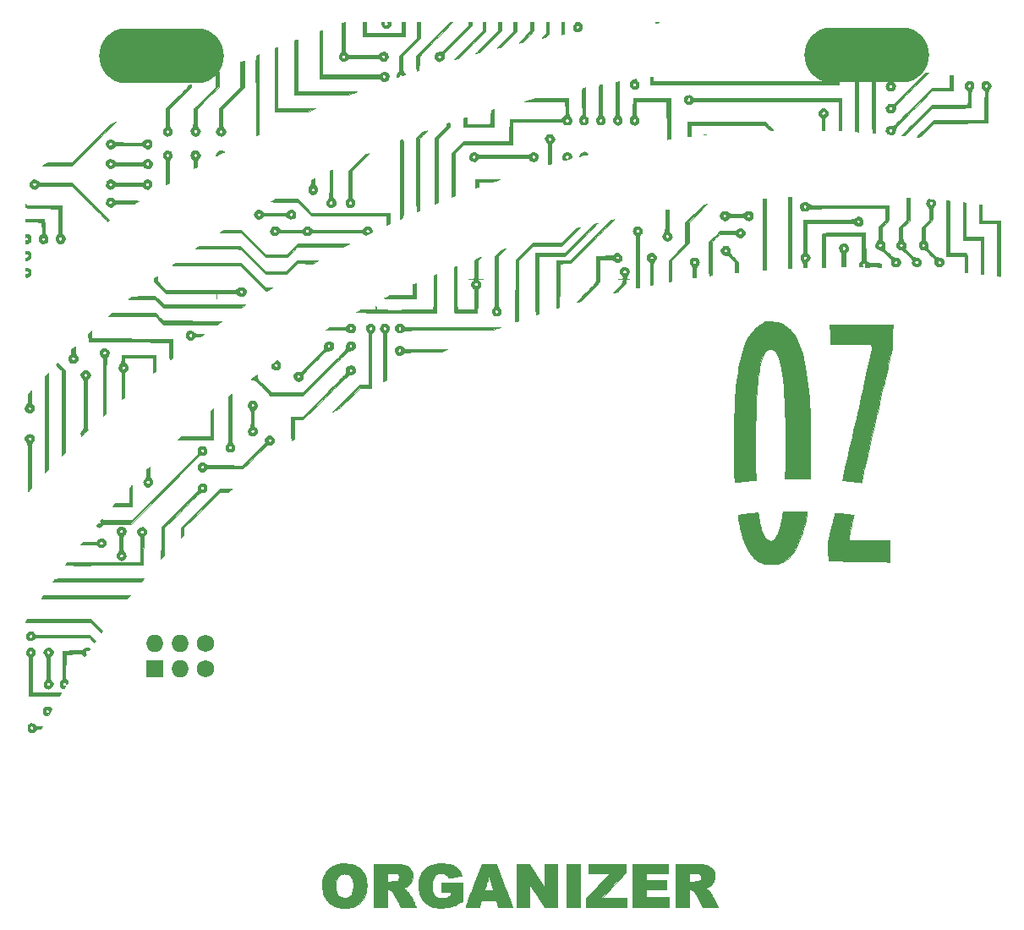
<source format=gbr>
%TF.GenerationSoftware,KiCad,Pcbnew,(5.1.10)-1*%
%TF.CreationDate,2021-10-02T23:38:01-05:00*%
%TF.ProjectId,OzSec 2021 - Organizer,4f7a5365-6320-4323-9032-31202d204f72,rev?*%
%TF.SameCoordinates,Original*%
%TF.FileFunction,Copper,L1,Top*%
%TF.FilePolarity,Positive*%
%FSLAX46Y46*%
G04 Gerber Fmt 4.6, Leading zero omitted, Abs format (unit mm)*
G04 Created by KiCad (PCBNEW (5.1.10)-1) date 2021-10-02 23:38:01*
%MOMM*%
%LPD*%
G01*
G04 APERTURE LIST*
%TA.AperFunction,EtchedComponent*%
%ADD10C,0.010000*%
%TD*%
%TA.AperFunction,ComponentPad*%
%ADD11C,1.727200*%
%TD*%
%TA.AperFunction,ComponentPad*%
%ADD12O,1.727200X1.727200*%
%TD*%
%TA.AperFunction,ComponentPad*%
%ADD13R,1.727200X1.727200*%
%TD*%
%TA.AperFunction,ComponentPad*%
%ADD14O,12.500000X5.500000*%
%TD*%
G04 APERTURE END LIST*
D10*
%TO.C,G\u002A\u002A\u002A*%
G36*
X150416421Y-46459348D02*
G01*
X150460416Y-46462816D01*
X150462213Y-46468458D01*
X150421847Y-46476161D01*
X150339352Y-46485809D01*
X150321375Y-46487612D01*
X150236128Y-46492919D01*
X150188402Y-46488585D01*
X150178500Y-46479923D01*
X150198315Y-46468450D01*
X150252531Y-46460824D01*
X150330195Y-46458167D01*
X150416421Y-46459348D01*
G37*
X150416421Y-46459348D02*
X150460416Y-46462816D01*
X150462213Y-46468458D01*
X150421847Y-46476161D01*
X150339352Y-46485809D01*
X150321375Y-46487612D01*
X150236128Y-46492919D01*
X150188402Y-46488585D01*
X150178500Y-46479923D01*
X150198315Y-46468450D01*
X150252531Y-46460824D01*
X150330195Y-46458167D01*
X150416421Y-46459348D01*
G36*
X122989925Y-46508101D02*
G01*
X122969180Y-46563000D01*
X122972003Y-46598059D01*
X123013384Y-46673254D01*
X123074372Y-46743519D01*
X123140401Y-46792710D01*
X123152992Y-46798625D01*
X123194016Y-46812902D01*
X123223551Y-46809436D01*
X123255689Y-46782739D01*
X123288550Y-46745822D01*
X123349771Y-46656453D01*
X123374615Y-46574071D01*
X123361751Y-46503216D01*
X123360465Y-46500745D01*
X123349960Y-46477355D01*
X123355198Y-46464564D01*
X123383925Y-46459907D01*
X123443889Y-46460918D01*
X123480764Y-46462462D01*
X123624917Y-46468750D01*
X123631823Y-46564000D01*
X123622588Y-46701095D01*
X123577140Y-46822121D01*
X123500080Y-46922246D01*
X123396012Y-46996636D01*
X123269537Y-47040460D01*
X123168686Y-47050369D01*
X123081496Y-47044453D01*
X123010121Y-47021100D01*
X122954315Y-46989441D01*
X122864368Y-46908944D01*
X122793459Y-46797558D01*
X122746448Y-46664281D01*
X122731681Y-46577056D01*
X122719411Y-46458167D01*
X123022643Y-46458167D01*
X122989925Y-46508101D01*
G37*
X122989925Y-46508101D02*
X122969180Y-46563000D01*
X122972003Y-46598059D01*
X123013384Y-46673254D01*
X123074372Y-46743519D01*
X123140401Y-46792710D01*
X123152992Y-46798625D01*
X123194016Y-46812902D01*
X123223551Y-46809436D01*
X123255689Y-46782739D01*
X123288550Y-46745822D01*
X123349771Y-46656453D01*
X123374615Y-46574071D01*
X123361751Y-46503216D01*
X123360465Y-46500745D01*
X123349960Y-46477355D01*
X123355198Y-46464564D01*
X123383925Y-46459907D01*
X123443889Y-46460918D01*
X123480764Y-46462462D01*
X123624917Y-46468750D01*
X123631823Y-46564000D01*
X123622588Y-46701095D01*
X123577140Y-46822121D01*
X123500080Y-46922246D01*
X123396012Y-46996636D01*
X123269537Y-47040460D01*
X123168686Y-47050369D01*
X123081496Y-47044453D01*
X123010121Y-47021100D01*
X122954315Y-46989441D01*
X122864368Y-46908944D01*
X122793459Y-46797558D01*
X122746448Y-46664281D01*
X122731681Y-46577056D01*
X122719411Y-46458167D01*
X123022643Y-46458167D01*
X122989925Y-46508101D01*
G36*
X142682871Y-46575736D02*
G01*
X142766980Y-46684218D01*
X142814953Y-46790676D01*
X142830826Y-46906442D01*
X142827092Y-46980598D01*
X142801692Y-47109159D01*
X142752992Y-47206785D01*
X142677307Y-47280059D01*
X142649412Y-47297912D01*
X142546341Y-47339578D01*
X142423539Y-47361314D01*
X142299040Y-47361517D01*
X142190989Y-47338624D01*
X142075161Y-47274912D01*
X141990131Y-47183532D01*
X141938712Y-47068580D01*
X141923500Y-46949267D01*
X141934130Y-46878780D01*
X142171267Y-46878780D01*
X142172741Y-46942356D01*
X142175659Y-46950742D01*
X142202104Y-46997502D01*
X142244938Y-47052430D01*
X142293924Y-47104563D01*
X142338819Y-47142936D01*
X142367993Y-47156667D01*
X142396165Y-47142621D01*
X142442354Y-47106124D01*
X142487202Y-47064202D01*
X142553720Y-46984145D01*
X142580659Y-46914337D01*
X142568389Y-46851026D01*
X142517283Y-46790461D01*
X142514543Y-46788132D01*
X142461095Y-46749881D01*
X142412611Y-46736781D01*
X142354620Y-46747939D01*
X142290333Y-46774332D01*
X142210206Y-46823170D01*
X142171267Y-46878780D01*
X141934130Y-46878780D01*
X141941205Y-46831874D01*
X141995441Y-46708761D01*
X142087891Y-46576258D01*
X142102607Y-46558386D01*
X142186465Y-46458167D01*
X142575419Y-46458167D01*
X142682871Y-46575736D01*
G37*
X142682871Y-46575736D02*
X142766980Y-46684218D01*
X142814953Y-46790676D01*
X142830826Y-46906442D01*
X142827092Y-46980598D01*
X142801692Y-47109159D01*
X142752992Y-47206785D01*
X142677307Y-47280059D01*
X142649412Y-47297912D01*
X142546341Y-47339578D01*
X142423539Y-47361314D01*
X142299040Y-47361517D01*
X142190989Y-47338624D01*
X142075161Y-47274912D01*
X141990131Y-47183532D01*
X141938712Y-47068580D01*
X141923500Y-46949267D01*
X141934130Y-46878780D01*
X142171267Y-46878780D01*
X142172741Y-46942356D01*
X142175659Y-46950742D01*
X142202104Y-46997502D01*
X142244938Y-47052430D01*
X142293924Y-47104563D01*
X142338819Y-47142936D01*
X142367993Y-47156667D01*
X142396165Y-47142621D01*
X142442354Y-47106124D01*
X142487202Y-47064202D01*
X142553720Y-46984145D01*
X142580659Y-46914337D01*
X142568389Y-46851026D01*
X142517283Y-46790461D01*
X142514543Y-46788132D01*
X142461095Y-46749881D01*
X142412611Y-46736781D01*
X142354620Y-46747939D01*
X142290333Y-46774332D01*
X142210206Y-46823170D01*
X142171267Y-46878780D01*
X141934130Y-46878780D01*
X141941205Y-46831874D01*
X141995441Y-46708761D01*
X142087891Y-46576258D01*
X142102607Y-46558386D01*
X142186465Y-46458167D01*
X142575419Y-46458167D01*
X142682871Y-46575736D01*
G36*
X141034500Y-47600360D02*
G01*
X140986875Y-47611647D01*
X140937148Y-47622253D01*
X140867853Y-47635709D01*
X140838709Y-47641067D01*
X140738167Y-47659201D01*
X140738167Y-46458167D01*
X141034500Y-46458167D01*
X141034500Y-47600360D01*
G37*
X141034500Y-47600360D02*
X140986875Y-47611647D01*
X140937148Y-47622253D01*
X140867853Y-47635709D01*
X140838709Y-47641067D01*
X140738167Y-47659201D01*
X140738167Y-46458167D01*
X141034500Y-46458167D01*
X141034500Y-47600360D01*
G36*
X121190750Y-47505917D02*
G01*
X124778500Y-47516739D01*
X124778500Y-46458167D01*
X125096000Y-46458167D01*
X125096000Y-47855167D01*
X120862667Y-47855167D01*
X120862434Y-47236042D01*
X120861932Y-47074186D01*
X120860628Y-46922601D01*
X120858640Y-46787459D01*
X120856087Y-46674934D01*
X120853085Y-46591199D01*
X120849755Y-46542427D01*
X120849081Y-46537542D01*
X120835961Y-46458167D01*
X121013356Y-46458158D01*
X121190750Y-46458150D01*
X121190750Y-47505917D01*
G37*
X121190750Y-47505917D02*
X124778500Y-47516739D01*
X124778500Y-46458167D01*
X125096000Y-46458167D01*
X125096000Y-47855167D01*
X120862667Y-47855167D01*
X120862434Y-47236042D01*
X120861932Y-47074186D01*
X120860628Y-46922601D01*
X120858640Y-46787459D01*
X120856087Y-46674934D01*
X120853085Y-46591199D01*
X120849755Y-46542427D01*
X120849081Y-46537542D01*
X120835961Y-46458167D01*
X121013356Y-46458158D01*
X121190750Y-46458150D01*
X121190750Y-47505917D01*
G36*
X139525120Y-47023295D02*
G01*
X139511816Y-47588424D01*
X139328619Y-47772474D01*
X139250135Y-47850369D01*
X139192382Y-47903581D01*
X139146701Y-47937897D01*
X139104431Y-47959100D01*
X139056911Y-47972975D01*
X139015752Y-47981451D01*
X138937185Y-47996777D01*
X138868223Y-48010607D01*
X138833167Y-48017939D01*
X138818991Y-48015441D01*
X138826939Y-47995335D01*
X138859273Y-47954746D01*
X138918257Y-47890801D01*
X138997209Y-47809680D01*
X139214167Y-47589861D01*
X139214167Y-46458167D01*
X139538425Y-46458167D01*
X139525120Y-47023295D01*
G37*
X139525120Y-47023295D02*
X139511816Y-47588424D01*
X139328619Y-47772474D01*
X139250135Y-47850369D01*
X139192382Y-47903581D01*
X139146701Y-47937897D01*
X139104431Y-47959100D01*
X139056911Y-47972975D01*
X139015752Y-47981451D01*
X138937185Y-47996777D01*
X138868223Y-48010607D01*
X138833167Y-48017939D01*
X138818991Y-48015441D01*
X138826939Y-47995335D01*
X138859273Y-47954746D01*
X138918257Y-47890801D01*
X138997209Y-47809680D01*
X139214167Y-47589861D01*
X139214167Y-46458167D01*
X139538425Y-46458167D01*
X139525120Y-47023295D01*
G36*
X138007667Y-47294544D02*
G01*
X137441459Y-47859952D01*
X136875250Y-48425359D01*
X136727084Y-48458750D01*
X136647959Y-48476943D01*
X136581692Y-48492825D01*
X136542358Y-48503021D01*
X136541875Y-48503164D01*
X136511129Y-48504567D01*
X136504834Y-48496741D01*
X136519316Y-48478402D01*
X136560609Y-48433562D01*
X136625483Y-48365547D01*
X136710707Y-48277683D01*
X136813051Y-48173295D01*
X136929284Y-48055709D01*
X137056176Y-47928250D01*
X137086917Y-47897500D01*
X137669000Y-47315705D01*
X137669000Y-46458167D01*
X138007667Y-46458167D01*
X138007667Y-47294544D01*
G37*
X138007667Y-47294544D02*
X137441459Y-47859952D01*
X136875250Y-48425359D01*
X136727084Y-48458750D01*
X136647959Y-48476943D01*
X136581692Y-48492825D01*
X136542358Y-48503021D01*
X136541875Y-48503164D01*
X136511129Y-48504567D01*
X136504834Y-48496741D01*
X136519316Y-48478402D01*
X136560609Y-48433562D01*
X136625483Y-48365547D01*
X136710707Y-48277683D01*
X136813051Y-48173295D01*
X136929284Y-48055709D01*
X137056176Y-47928250D01*
X137086917Y-47897500D01*
X137669000Y-47315705D01*
X137669000Y-46458167D01*
X138007667Y-46458167D01*
X138007667Y-47294544D01*
G36*
X136272000Y-47357962D02*
G01*
X135483542Y-48143715D01*
X134695084Y-48929467D01*
X134510641Y-48974400D01*
X134426881Y-48994389D01*
X134359022Y-49009806D01*
X134317356Y-49018347D01*
X134309914Y-49019334D01*
X134321389Y-49004834D01*
X134360234Y-48963113D01*
X134423839Y-48896835D01*
X134509592Y-48808666D01*
X134614885Y-48701271D01*
X134737105Y-48577316D01*
X134873642Y-48439465D01*
X135021885Y-48290384D01*
X135134648Y-48177343D01*
X135975667Y-47335353D01*
X135975667Y-46458167D01*
X136272000Y-46458167D01*
X136272000Y-47357962D01*
G37*
X136272000Y-47357962D02*
X135483542Y-48143715D01*
X134695084Y-48929467D01*
X134510641Y-48974400D01*
X134426881Y-48994389D01*
X134359022Y-49009806D01*
X134317356Y-49018347D01*
X134309914Y-49019334D01*
X134321389Y-49004834D01*
X134360234Y-48963113D01*
X134423839Y-48896835D01*
X134509592Y-48808666D01*
X134614885Y-48701271D01*
X134737105Y-48577316D01*
X134873642Y-48439465D01*
X135021885Y-48290384D01*
X135134648Y-48177343D01*
X135975667Y-47335353D01*
X135975667Y-46458167D01*
X136272000Y-46458167D01*
X136272000Y-47357962D01*
G36*
X134748000Y-47273236D02*
G01*
X133652371Y-48368713D01*
X132556742Y-49464191D01*
X132359677Y-49516929D01*
X132273570Y-49539599D01*
X132203356Y-49557387D01*
X132158708Y-49567877D01*
X132148339Y-49569667D01*
X132160612Y-49555104D01*
X132200586Y-49512951D01*
X132265983Y-49445513D01*
X132354531Y-49355094D01*
X132463953Y-49243999D01*
X132591975Y-49114531D01*
X132736322Y-48968995D01*
X132894719Y-48809696D01*
X133064891Y-48638937D01*
X133244564Y-48459024D01*
X133261116Y-48442468D01*
X134388167Y-47315270D01*
X134388167Y-46458167D01*
X134748000Y-46458167D01*
X134748000Y-47273236D01*
G37*
X134748000Y-47273236D02*
X133652371Y-48368713D01*
X132556742Y-49464191D01*
X132359677Y-49516929D01*
X132273570Y-49539599D01*
X132203356Y-49557387D01*
X132158708Y-49567877D01*
X132148339Y-49569667D01*
X132160612Y-49555104D01*
X132200586Y-49512951D01*
X132265983Y-49445513D01*
X132354531Y-49355094D01*
X132463953Y-49243999D01*
X132591975Y-49114531D01*
X132736322Y-48968995D01*
X132894719Y-48809696D01*
X133064891Y-48638937D01*
X133244564Y-48459024D01*
X133261116Y-48442468D01*
X134388167Y-47315270D01*
X134388167Y-46458167D01*
X134748000Y-46458167D01*
X134748000Y-47273236D01*
G36*
X133133785Y-47315417D02*
G01*
X133048408Y-47410667D01*
X133020571Y-47440225D01*
X132965366Y-47497472D01*
X132885174Y-47579976D01*
X132782376Y-47685309D01*
X132659354Y-47811039D01*
X132518489Y-47954737D01*
X132362163Y-48113973D01*
X132192755Y-48286317D01*
X132012648Y-48469338D01*
X131824224Y-48660607D01*
X131718958Y-48767374D01*
X130474884Y-50028831D01*
X130267234Y-50087728D01*
X130176449Y-50113628D01*
X130098962Y-50136013D01*
X130045147Y-50151870D01*
X130027834Y-50157230D01*
X130037900Y-50144138D01*
X130075939Y-50103147D01*
X130139966Y-50036274D01*
X130228001Y-49945533D01*
X130338060Y-49832941D01*
X130468163Y-49700513D01*
X130616326Y-49550265D01*
X130780567Y-49384213D01*
X130958904Y-49204372D01*
X131149355Y-49012760D01*
X131349938Y-48811390D01*
X131440709Y-48720402D01*
X132885334Y-47272968D01*
X132885334Y-46458167D01*
X133164217Y-46458167D01*
X133133785Y-47315417D01*
G37*
X133133785Y-47315417D02*
X133048408Y-47410667D01*
X133020571Y-47440225D01*
X132965366Y-47497472D01*
X132885174Y-47579976D01*
X132782376Y-47685309D01*
X132659354Y-47811039D01*
X132518489Y-47954737D01*
X132362163Y-48113973D01*
X132192755Y-48286317D01*
X132012648Y-48469338D01*
X131824224Y-48660607D01*
X131718958Y-48767374D01*
X130474884Y-50028831D01*
X130267234Y-50087728D01*
X130176449Y-50113628D01*
X130098962Y-50136013D01*
X130045147Y-50151870D01*
X130027834Y-50157230D01*
X130037900Y-50144138D01*
X130075939Y-50103147D01*
X130139966Y-50036274D01*
X130228001Y-49945533D01*
X130338060Y-49832941D01*
X130468163Y-49700513D01*
X130616326Y-49550265D01*
X130780567Y-49384213D01*
X130958904Y-49204372D01*
X131149355Y-49012760D01*
X131349938Y-48811390D01*
X131440709Y-48720402D01*
X132885334Y-47272968D01*
X132885334Y-46458167D01*
X133164217Y-46458167D01*
X133133785Y-47315417D01*
G36*
X131763500Y-46807538D02*
G01*
X128988868Y-49580250D01*
X129002814Y-49782912D01*
X129008308Y-49886337D01*
X129007394Y-49958354D01*
X128999301Y-50009512D01*
X128983259Y-50050359D01*
X128983257Y-50050364D01*
X128931807Y-50122934D01*
X128855753Y-50197810D01*
X128765547Y-50267640D01*
X128671641Y-50325070D01*
X128584488Y-50362745D01*
X128523609Y-50373745D01*
X128475334Y-50363274D01*
X128410705Y-50336946D01*
X128376834Y-50319255D01*
X128239940Y-50224222D01*
X128141079Y-50118298D01*
X128080975Y-50004342D01*
X128066063Y-49918174D01*
X128362831Y-49918174D01*
X128379015Y-49979097D01*
X128404884Y-50023608D01*
X128411225Y-50029299D01*
X128466126Y-50050125D01*
X128538933Y-50055576D01*
X128607851Y-50044968D01*
X128629322Y-50036142D01*
X128679005Y-49988184D01*
X128702977Y-49920205D01*
X128701950Y-49845259D01*
X128676637Y-49776400D01*
X128627750Y-49726680D01*
X128612001Y-49718800D01*
X128529253Y-49703962D01*
X128455039Y-49724867D01*
X128397595Y-49774927D01*
X128365154Y-49847553D01*
X128362831Y-49918174D01*
X128066063Y-49918174D01*
X128060358Y-49885211D01*
X128079954Y-49763762D01*
X128140491Y-49642851D01*
X128188796Y-49580680D01*
X128273649Y-49502378D01*
X128370046Y-49452506D01*
X128487849Y-49427182D01*
X128591695Y-49421965D01*
X128674121Y-49420673D01*
X128731274Y-49413842D01*
X128778775Y-49396177D01*
X128832247Y-49362380D01*
X128888028Y-49321504D01*
X128923937Y-49291037D01*
X128987212Y-49233095D01*
X129075301Y-49150154D01*
X129185653Y-49044690D01*
X129315715Y-48919177D01*
X129462935Y-48776090D01*
X129624761Y-48617906D01*
X129798641Y-48447100D01*
X129982022Y-48266147D01*
X130172354Y-48077522D01*
X130244792Y-48005521D01*
X131467167Y-46789535D01*
X131467167Y-46458167D01*
X131763500Y-46458167D01*
X131763500Y-46807538D01*
G37*
X131763500Y-46807538D02*
X128988868Y-49580250D01*
X129002814Y-49782912D01*
X129008308Y-49886337D01*
X129007394Y-49958354D01*
X128999301Y-50009512D01*
X128983259Y-50050359D01*
X128983257Y-50050364D01*
X128931807Y-50122934D01*
X128855753Y-50197810D01*
X128765547Y-50267640D01*
X128671641Y-50325070D01*
X128584488Y-50362745D01*
X128523609Y-50373745D01*
X128475334Y-50363274D01*
X128410705Y-50336946D01*
X128376834Y-50319255D01*
X128239940Y-50224222D01*
X128141079Y-50118298D01*
X128080975Y-50004342D01*
X128066063Y-49918174D01*
X128362831Y-49918174D01*
X128379015Y-49979097D01*
X128404884Y-50023608D01*
X128411225Y-50029299D01*
X128466126Y-50050125D01*
X128538933Y-50055576D01*
X128607851Y-50044968D01*
X128629322Y-50036142D01*
X128679005Y-49988184D01*
X128702977Y-49920205D01*
X128701950Y-49845259D01*
X128676637Y-49776400D01*
X128627750Y-49726680D01*
X128612001Y-49718800D01*
X128529253Y-49703962D01*
X128455039Y-49724867D01*
X128397595Y-49774927D01*
X128365154Y-49847553D01*
X128362831Y-49918174D01*
X128066063Y-49918174D01*
X128060358Y-49885211D01*
X128079954Y-49763762D01*
X128140491Y-49642851D01*
X128188796Y-49580680D01*
X128273649Y-49502378D01*
X128370046Y-49452506D01*
X128487849Y-49427182D01*
X128591695Y-49421965D01*
X128674121Y-49420673D01*
X128731274Y-49413842D01*
X128778775Y-49396177D01*
X128832247Y-49362380D01*
X128888028Y-49321504D01*
X128923937Y-49291037D01*
X128987212Y-49233095D01*
X129075301Y-49150154D01*
X129185653Y-49044690D01*
X129315715Y-48919177D01*
X129462935Y-48776090D01*
X129624761Y-48617906D01*
X129798641Y-48447100D01*
X129982022Y-48266147D01*
X130172354Y-48077522D01*
X130244792Y-48005521D01*
X131467167Y-46789535D01*
X131467167Y-46458167D01*
X131763500Y-46458167D01*
X131763500Y-46807538D01*
G36*
X119084667Y-49394399D02*
G01*
X119273187Y-49566700D01*
X119461707Y-49739000D01*
X122424732Y-49739000D01*
X122564035Y-49612758D01*
X122679546Y-49515575D01*
X122778511Y-49450757D01*
X122867952Y-49415499D01*
X122954887Y-49407000D01*
X123042981Y-49421540D01*
X123125709Y-49459119D01*
X123214003Y-49523643D01*
X123295045Y-49603923D01*
X123356020Y-49688770D01*
X123362118Y-49700164D01*
X123398728Y-49815782D01*
X123395175Y-49935834D01*
X123352696Y-50055917D01*
X123272529Y-50171627D01*
X123212660Y-50231953D01*
X123106460Y-50312836D01*
X123005970Y-50356183D01*
X122906124Y-50361754D01*
X122801855Y-50329309D01*
X122688093Y-50258609D01*
X122620272Y-50203872D01*
X122554052Y-50145836D01*
X122500274Y-50096760D01*
X122467028Y-50064115D01*
X122460861Y-50056680D01*
X122436713Y-50052017D01*
X122370658Y-50047915D01*
X122263118Y-50044380D01*
X122114517Y-50041417D01*
X121925277Y-50039033D01*
X121695821Y-50037234D01*
X121426572Y-50036026D01*
X121117953Y-50035414D01*
X120943490Y-50035334D01*
X119439311Y-50035334D01*
X119303890Y-50162014D01*
X119233994Y-50224396D01*
X119167610Y-50278513D01*
X119116351Y-50315040D01*
X119105766Y-50321118D01*
X118992261Y-50359393D01*
X118875233Y-50362944D01*
X118776874Y-50335373D01*
X118678425Y-50268748D01*
X118591199Y-50171328D01*
X118523254Y-50054535D01*
X118482652Y-49929789D01*
X118479976Y-49914678D01*
X118479755Y-49908864D01*
X118767167Y-49908864D01*
X118782865Y-49985229D01*
X118830280Y-50033913D01*
X118909896Y-50055330D01*
X118939674Y-50056500D01*
X119006401Y-50046313D01*
X119054652Y-50009621D01*
X119061964Y-50000729D01*
X119099785Y-49923160D01*
X119102071Y-49840708D01*
X119086292Y-49804916D01*
X122771681Y-49804916D01*
X122773044Y-49877885D01*
X122790204Y-49958274D01*
X122824336Y-50013590D01*
X122840848Y-50029343D01*
X122905704Y-50069576D01*
X122965908Y-50070191D01*
X123028761Y-50030703D01*
X123044462Y-50015795D01*
X123094782Y-49941498D01*
X123103677Y-49863177D01*
X123070848Y-49784892D01*
X123062464Y-49773605D01*
X123021977Y-49735322D01*
X122970040Y-49719670D01*
X122928926Y-49717834D01*
X122843673Y-49725668D01*
X122793051Y-49752854D01*
X122771681Y-49804916D01*
X119086292Y-49804916D01*
X119069233Y-49766222D01*
X119053879Y-49748621D01*
X118991903Y-49705933D01*
X118924210Y-49701214D01*
X118853347Y-49727634D01*
X118803974Y-49761579D01*
X118777462Y-49806952D01*
X118767732Y-49876538D01*
X118767167Y-49908864D01*
X118479755Y-49908864D01*
X118475990Y-49809950D01*
X118501704Y-49712644D01*
X118560393Y-49615169D01*
X118653972Y-49511263D01*
X118790726Y-49377174D01*
X118786971Y-47966387D01*
X118783216Y-46555599D01*
X118886316Y-46520563D01*
X118956396Y-46496957D01*
X119016853Y-46476943D01*
X119037042Y-46470421D01*
X119084667Y-46455314D01*
X119084667Y-49394399D01*
G37*
X119084667Y-49394399D02*
X119273187Y-49566700D01*
X119461707Y-49739000D01*
X122424732Y-49739000D01*
X122564035Y-49612758D01*
X122679546Y-49515575D01*
X122778511Y-49450757D01*
X122867952Y-49415499D01*
X122954887Y-49407000D01*
X123042981Y-49421540D01*
X123125709Y-49459119D01*
X123214003Y-49523643D01*
X123295045Y-49603923D01*
X123356020Y-49688770D01*
X123362118Y-49700164D01*
X123398728Y-49815782D01*
X123395175Y-49935834D01*
X123352696Y-50055917D01*
X123272529Y-50171627D01*
X123212660Y-50231953D01*
X123106460Y-50312836D01*
X123005970Y-50356183D01*
X122906124Y-50361754D01*
X122801855Y-50329309D01*
X122688093Y-50258609D01*
X122620272Y-50203872D01*
X122554052Y-50145836D01*
X122500274Y-50096760D01*
X122467028Y-50064115D01*
X122460861Y-50056680D01*
X122436713Y-50052017D01*
X122370658Y-50047915D01*
X122263118Y-50044380D01*
X122114517Y-50041417D01*
X121925277Y-50039033D01*
X121695821Y-50037234D01*
X121426572Y-50036026D01*
X121117953Y-50035414D01*
X120943490Y-50035334D01*
X119439311Y-50035334D01*
X119303890Y-50162014D01*
X119233994Y-50224396D01*
X119167610Y-50278513D01*
X119116351Y-50315040D01*
X119105766Y-50321118D01*
X118992261Y-50359393D01*
X118875233Y-50362944D01*
X118776874Y-50335373D01*
X118678425Y-50268748D01*
X118591199Y-50171328D01*
X118523254Y-50054535D01*
X118482652Y-49929789D01*
X118479976Y-49914678D01*
X118479755Y-49908864D01*
X118767167Y-49908864D01*
X118782865Y-49985229D01*
X118830280Y-50033913D01*
X118909896Y-50055330D01*
X118939674Y-50056500D01*
X119006401Y-50046313D01*
X119054652Y-50009621D01*
X119061964Y-50000729D01*
X119099785Y-49923160D01*
X119102071Y-49840708D01*
X119086292Y-49804916D01*
X122771681Y-49804916D01*
X122773044Y-49877885D01*
X122790204Y-49958274D01*
X122824336Y-50013590D01*
X122840848Y-50029343D01*
X122905704Y-50069576D01*
X122965908Y-50070191D01*
X123028761Y-50030703D01*
X123044462Y-50015795D01*
X123094782Y-49941498D01*
X123103677Y-49863177D01*
X123070848Y-49784892D01*
X123062464Y-49773605D01*
X123021977Y-49735322D01*
X122970040Y-49719670D01*
X122928926Y-49717834D01*
X122843673Y-49725668D01*
X122793051Y-49752854D01*
X122771681Y-49804916D01*
X119086292Y-49804916D01*
X119069233Y-49766222D01*
X119053879Y-49748621D01*
X118991903Y-49705933D01*
X118924210Y-49701214D01*
X118853347Y-49727634D01*
X118803974Y-49761579D01*
X118777462Y-49806952D01*
X118767732Y-49876538D01*
X118767167Y-49908864D01*
X118479755Y-49908864D01*
X118475990Y-49809950D01*
X118501704Y-49712644D01*
X118560393Y-49615169D01*
X118653972Y-49511263D01*
X118790726Y-49377174D01*
X118786971Y-47966387D01*
X118783216Y-46555599D01*
X118886316Y-46520563D01*
X118956396Y-46496957D01*
X119016853Y-46476943D01*
X119037042Y-46470421D01*
X119084667Y-46455314D01*
X119084667Y-49394399D01*
G36*
X128470386Y-47860541D02*
G01*
X128184827Y-48147738D01*
X127927908Y-48406566D01*
X127698229Y-48638483D01*
X127494391Y-48844946D01*
X127314995Y-49027414D01*
X127158640Y-49187345D01*
X127023927Y-49326198D01*
X126909455Y-49445431D01*
X126813826Y-49546501D01*
X126735640Y-49630867D01*
X126673496Y-49699988D01*
X126625995Y-49755322D01*
X126591738Y-49798326D01*
X126569324Y-49830459D01*
X126557354Y-49853179D01*
X126557140Y-49853733D01*
X126549327Y-49893168D01*
X126540866Y-49968288D01*
X126532121Y-50072457D01*
X126523457Y-50199040D01*
X126515238Y-50341400D01*
X126507827Y-50492902D01*
X126501589Y-50646910D01*
X126496888Y-50796787D01*
X126494088Y-50935898D01*
X126493466Y-51014292D01*
X126491900Y-51106727D01*
X126488021Y-51181143D01*
X126482449Y-51228885D01*
X126477125Y-51242063D01*
X126449086Y-51247900D01*
X126395535Y-51262496D01*
X126361437Y-51272581D01*
X126261623Y-51302870D01*
X126251182Y-51235310D01*
X126248375Y-51197983D01*
X126245336Y-51124004D01*
X126242207Y-51019052D01*
X126239130Y-50888809D01*
X126236245Y-50738954D01*
X126233694Y-50575166D01*
X126232556Y-50487098D01*
X126224371Y-49806447D01*
X129572849Y-46458167D01*
X129865689Y-46458167D01*
X128470386Y-47860541D01*
G37*
X128470386Y-47860541D02*
X128184827Y-48147738D01*
X127927908Y-48406566D01*
X127698229Y-48638483D01*
X127494391Y-48844946D01*
X127314995Y-49027414D01*
X127158640Y-49187345D01*
X127023927Y-49326198D01*
X126909455Y-49445431D01*
X126813826Y-49546501D01*
X126735640Y-49630867D01*
X126673496Y-49699988D01*
X126625995Y-49755322D01*
X126591738Y-49798326D01*
X126569324Y-49830459D01*
X126557354Y-49853179D01*
X126557140Y-49853733D01*
X126549327Y-49893168D01*
X126540866Y-49968288D01*
X126532121Y-50072457D01*
X126523457Y-50199040D01*
X126515238Y-50341400D01*
X126507827Y-50492902D01*
X126501589Y-50646910D01*
X126496888Y-50796787D01*
X126494088Y-50935898D01*
X126493466Y-51014292D01*
X126491900Y-51106727D01*
X126488021Y-51181143D01*
X126482449Y-51228885D01*
X126477125Y-51242063D01*
X126449086Y-51247900D01*
X126395535Y-51262496D01*
X126361437Y-51272581D01*
X126261623Y-51302870D01*
X126251182Y-51235310D01*
X126248375Y-51197983D01*
X126245336Y-51124004D01*
X126242207Y-51019052D01*
X126239130Y-50888809D01*
X126236245Y-50738954D01*
X126233694Y-50575166D01*
X126232556Y-50487098D01*
X126224371Y-49806447D01*
X129572849Y-46458167D01*
X129865689Y-46458167D01*
X128470386Y-47860541D01*
G36*
X126598834Y-48049290D02*
G01*
X124860874Y-49813084D01*
X124867312Y-50575084D01*
X124869010Y-50780328D01*
X124870788Y-50947990D01*
X124873389Y-51082814D01*
X124877556Y-51189547D01*
X124884033Y-51272934D01*
X124893563Y-51337720D01*
X124906890Y-51388651D01*
X124924758Y-51430472D01*
X124947908Y-51467929D01*
X124977086Y-51505767D01*
X125013034Y-51548732D01*
X125021409Y-51558726D01*
X125061965Y-51612322D01*
X125086522Y-51654749D01*
X125090262Y-51671797D01*
X125067634Y-51690209D01*
X125017080Y-51714451D01*
X124971634Y-51731553D01*
X124904933Y-51751995D01*
X124853368Y-51758666D01*
X124797180Y-51752028D01*
X124734386Y-51737132D01*
X124639645Y-51717650D01*
X124576229Y-51718400D01*
X124537185Y-51741540D01*
X124515556Y-51789229D01*
X124511876Y-51806183D01*
X124487592Y-51864152D01*
X124435883Y-51907527D01*
X124351023Y-51940104D01*
X124287655Y-51954894D01*
X124222393Y-51967947D01*
X124237879Y-51864678D01*
X124281854Y-51710892D01*
X124363842Y-51570239D01*
X124382927Y-51546285D01*
X124416459Y-51505897D01*
X124443719Y-51469949D01*
X124465356Y-51433708D01*
X124482020Y-51392445D01*
X124494359Y-51341427D01*
X124503022Y-51275925D01*
X124508659Y-51191206D01*
X124511918Y-51082540D01*
X124513448Y-50945195D01*
X124513898Y-50774442D01*
X124513917Y-50591388D01*
X124513917Y-49845692D01*
X125408209Y-48936829D01*
X126302500Y-48027966D01*
X126302500Y-46458167D01*
X126598834Y-46458167D01*
X126598834Y-48049290D01*
G37*
X126598834Y-48049290D02*
X124860874Y-49813084D01*
X124867312Y-50575084D01*
X124869010Y-50780328D01*
X124870788Y-50947990D01*
X124873389Y-51082814D01*
X124877556Y-51189547D01*
X124884033Y-51272934D01*
X124893563Y-51337720D01*
X124906890Y-51388651D01*
X124924758Y-51430472D01*
X124947908Y-51467929D01*
X124977086Y-51505767D01*
X125013034Y-51548732D01*
X125021409Y-51558726D01*
X125061965Y-51612322D01*
X125086522Y-51654749D01*
X125090262Y-51671797D01*
X125067634Y-51690209D01*
X125017080Y-51714451D01*
X124971634Y-51731553D01*
X124904933Y-51751995D01*
X124853368Y-51758666D01*
X124797180Y-51752028D01*
X124734386Y-51737132D01*
X124639645Y-51717650D01*
X124576229Y-51718400D01*
X124537185Y-51741540D01*
X124515556Y-51789229D01*
X124511876Y-51806183D01*
X124487592Y-51864152D01*
X124435883Y-51907527D01*
X124351023Y-51940104D01*
X124287655Y-51954894D01*
X124222393Y-51967947D01*
X124237879Y-51864678D01*
X124281854Y-51710892D01*
X124363842Y-51570239D01*
X124382927Y-51546285D01*
X124416459Y-51505897D01*
X124443719Y-51469949D01*
X124465356Y-51433708D01*
X124482020Y-51392445D01*
X124494359Y-51341427D01*
X124503022Y-51275925D01*
X124508659Y-51191206D01*
X124511918Y-51082540D01*
X124513448Y-50945195D01*
X124513898Y-50774442D01*
X124513917Y-50591388D01*
X124513917Y-49845692D01*
X125408209Y-48936829D01*
X126302500Y-48027966D01*
X126302500Y-46458167D01*
X126598834Y-46458167D01*
X126598834Y-48049290D01*
G36*
X175588460Y-51315262D02*
G01*
X175688078Y-51323202D01*
X175755614Y-51332291D01*
X175801288Y-51345199D01*
X175835325Y-51364599D01*
X175860897Y-51386449D01*
X175937166Y-51479607D01*
X175994242Y-51592090D01*
X176028030Y-51711409D01*
X176034433Y-51825076D01*
X176023941Y-51883644D01*
X175984715Y-51973507D01*
X175920879Y-52049581D01*
X175825915Y-52118281D01*
X175737847Y-52165215D01*
X175647028Y-52206743D01*
X175580240Y-52228097D01*
X175524701Y-52229995D01*
X175467624Y-52213157D01*
X175406815Y-52183853D01*
X175312830Y-52120694D01*
X175223272Y-52035759D01*
X175148680Y-51941019D01*
X175099593Y-51848444D01*
X175092489Y-51826854D01*
X175084623Y-51779955D01*
X175388000Y-51779955D01*
X175403738Y-51862421D01*
X175449018Y-51915259D01*
X175520938Y-51935913D01*
X175562703Y-51933831D01*
X175625117Y-51919075D01*
X175672205Y-51896955D01*
X175678713Y-51891525D01*
X175700208Y-51847284D01*
X175709602Y-51780638D01*
X175707338Y-51707625D01*
X175693858Y-51644282D01*
X175670880Y-51607534D01*
X175604148Y-51581716D01*
X175532819Y-51589708D01*
X175466721Y-51625519D01*
X175415680Y-51683159D01*
X175389527Y-51756638D01*
X175388000Y-51779955D01*
X175084623Y-51779955D01*
X175078742Y-51744898D01*
X175088610Y-51668496D01*
X175125319Y-51589537D01*
X175192090Y-51499909D01*
X175246643Y-51439006D01*
X175376170Y-51300542D01*
X175588460Y-51315262D01*
G37*
X175588460Y-51315262D02*
X175688078Y-51323202D01*
X175755614Y-51332291D01*
X175801288Y-51345199D01*
X175835325Y-51364599D01*
X175860897Y-51386449D01*
X175937166Y-51479607D01*
X175994242Y-51592090D01*
X176028030Y-51711409D01*
X176034433Y-51825076D01*
X176023941Y-51883644D01*
X175984715Y-51973507D01*
X175920879Y-52049581D01*
X175825915Y-52118281D01*
X175737847Y-52165215D01*
X175647028Y-52206743D01*
X175580240Y-52228097D01*
X175524701Y-52229995D01*
X175467624Y-52213157D01*
X175406815Y-52183853D01*
X175312830Y-52120694D01*
X175223272Y-52035759D01*
X175148680Y-51941019D01*
X175099593Y-51848444D01*
X175092489Y-51826854D01*
X175084623Y-51779955D01*
X175388000Y-51779955D01*
X175403738Y-51862421D01*
X175449018Y-51915259D01*
X175520938Y-51935913D01*
X175562703Y-51933831D01*
X175625117Y-51919075D01*
X175672205Y-51896955D01*
X175678713Y-51891525D01*
X175700208Y-51847284D01*
X175709602Y-51780638D01*
X175707338Y-51707625D01*
X175693858Y-51644282D01*
X175670880Y-51607534D01*
X175604148Y-51581716D01*
X175532819Y-51589708D01*
X175466721Y-51625519D01*
X175415680Y-51683159D01*
X175389527Y-51756638D01*
X175388000Y-51779955D01*
X175084623Y-51779955D01*
X175078742Y-51744898D01*
X175088610Y-51668496D01*
X175125319Y-51589537D01*
X175192090Y-51499909D01*
X175246643Y-51439006D01*
X175376170Y-51300542D01*
X175588460Y-51315262D01*
G36*
X116826268Y-47283206D02*
G01*
X116828498Y-47343479D01*
X116830615Y-47440555D01*
X116832595Y-47571668D01*
X116834418Y-47734051D01*
X116836063Y-47924941D01*
X116837508Y-48141570D01*
X116838733Y-48381175D01*
X116839715Y-48640988D01*
X116840435Y-48918245D01*
X116840869Y-49210180D01*
X116841000Y-49485000D01*
X116841000Y-51707500D01*
X122539759Y-51707500D01*
X122664768Y-51591763D01*
X122787300Y-51497399D01*
X122910045Y-51439406D01*
X123028490Y-51419586D01*
X123084209Y-51424466D01*
X123219239Y-51467902D01*
X123327167Y-51542767D01*
X123405748Y-51646223D01*
X123452735Y-51775430D01*
X123466167Y-51907257D01*
X123450671Y-52031714D01*
X123401929Y-52138815D01*
X123316562Y-52234268D01*
X123236705Y-52294875D01*
X123141788Y-52351699D01*
X123062400Y-52379004D01*
X122984934Y-52377636D01*
X122895783Y-52348439D01*
X122834852Y-52319834D01*
X122756558Y-52273978D01*
X122684899Y-52220686D01*
X122642969Y-52179851D01*
X122614556Y-52146851D01*
X122588006Y-52124655D01*
X122553928Y-52110275D01*
X122502931Y-52100725D01*
X122425625Y-52093016D01*
X122351623Y-52087179D01*
X122302252Y-52084995D01*
X122213295Y-52082872D01*
X122087499Y-52080827D01*
X121927610Y-52078878D01*
X121736377Y-52077042D01*
X121516546Y-52075334D01*
X121270864Y-52073774D01*
X121002079Y-52072377D01*
X120712937Y-52071161D01*
X120406185Y-52070143D01*
X120084571Y-52069340D01*
X119750842Y-52068768D01*
X119407745Y-52068446D01*
X119333375Y-52068411D01*
X116544667Y-52067334D01*
X116544667Y-51870177D01*
X122818253Y-51870177D01*
X122834320Y-51946996D01*
X122890238Y-52020694D01*
X122898118Y-52028224D01*
X122960507Y-52074011D01*
X123017375Y-52083749D01*
X123077485Y-52056758D01*
X123131899Y-52010121D01*
X123192220Y-51934488D01*
X123211557Y-51866982D01*
X123190743Y-51809144D01*
X123130612Y-51762514D01*
X123031999Y-51728635D01*
X122973692Y-51717718D01*
X122873357Y-51702672D01*
X122840139Y-51782176D01*
X122818253Y-51870177D01*
X116544667Y-51870177D01*
X116544667Y-47351053D01*
X116675777Y-47306777D01*
X116745603Y-47284021D01*
X116799292Y-47268043D01*
X116823943Y-47262500D01*
X116826268Y-47283206D01*
G37*
X116826268Y-47283206D02*
X116828498Y-47343479D01*
X116830615Y-47440555D01*
X116832595Y-47571668D01*
X116834418Y-47734051D01*
X116836063Y-47924941D01*
X116837508Y-48141570D01*
X116838733Y-48381175D01*
X116839715Y-48640988D01*
X116840435Y-48918245D01*
X116840869Y-49210180D01*
X116841000Y-49485000D01*
X116841000Y-51707500D01*
X122539759Y-51707500D01*
X122664768Y-51591763D01*
X122787300Y-51497399D01*
X122910045Y-51439406D01*
X123028490Y-51419586D01*
X123084209Y-51424466D01*
X123219239Y-51467902D01*
X123327167Y-51542767D01*
X123405748Y-51646223D01*
X123452735Y-51775430D01*
X123466167Y-51907257D01*
X123450671Y-52031714D01*
X123401929Y-52138815D01*
X123316562Y-52234268D01*
X123236705Y-52294875D01*
X123141788Y-52351699D01*
X123062400Y-52379004D01*
X122984934Y-52377636D01*
X122895783Y-52348439D01*
X122834852Y-52319834D01*
X122756558Y-52273978D01*
X122684899Y-52220686D01*
X122642969Y-52179851D01*
X122614556Y-52146851D01*
X122588006Y-52124655D01*
X122553928Y-52110275D01*
X122502931Y-52100725D01*
X122425625Y-52093016D01*
X122351623Y-52087179D01*
X122302252Y-52084995D01*
X122213295Y-52082872D01*
X122087499Y-52080827D01*
X121927610Y-52078878D01*
X121736377Y-52077042D01*
X121516546Y-52075334D01*
X121270864Y-52073774D01*
X121002079Y-52072377D01*
X120712937Y-52071161D01*
X120406185Y-52070143D01*
X120084571Y-52069340D01*
X119750842Y-52068768D01*
X119407745Y-52068446D01*
X119333375Y-52068411D01*
X116544667Y-52067334D01*
X116544667Y-51870177D01*
X122818253Y-51870177D01*
X122834320Y-51946996D01*
X122890238Y-52020694D01*
X122898118Y-52028224D01*
X122960507Y-52074011D01*
X123017375Y-52083749D01*
X123077485Y-52056758D01*
X123131899Y-52010121D01*
X123192220Y-51934488D01*
X123211557Y-51866982D01*
X123190743Y-51809144D01*
X123130612Y-51762514D01*
X123031999Y-51728635D01*
X122973692Y-51717718D01*
X122873357Y-51702672D01*
X122840139Y-51782176D01*
X122818253Y-51870177D01*
X116544667Y-51870177D01*
X116544667Y-47351053D01*
X116675777Y-47306777D01*
X116745603Y-47284021D01*
X116799292Y-47268043D01*
X116823943Y-47262500D01*
X116826268Y-47283206D01*
G36*
X168298837Y-50909302D02*
G01*
X168373789Y-50914423D01*
X168379789Y-50915002D01*
X168530000Y-50929803D01*
X168530000Y-52681167D01*
X149649334Y-52681167D01*
X149649334Y-51921761D01*
X149749875Y-51908494D01*
X149828687Y-51897367D01*
X149881511Y-51892923D01*
X149913689Y-51901522D01*
X149930560Y-51929522D01*
X149937465Y-51983282D01*
X149939743Y-52069160D01*
X149941047Y-52136125D01*
X149947010Y-52384834D01*
X154576547Y-52384828D01*
X155097732Y-52384747D01*
X155653838Y-52384510D01*
X156239431Y-52384125D01*
X156849078Y-52383602D01*
X157477346Y-52382948D01*
X158118803Y-52382172D01*
X158768014Y-52381282D01*
X159419547Y-52380287D01*
X160067969Y-52379194D01*
X160707847Y-52378014D01*
X161333748Y-52376752D01*
X161940238Y-52375420D01*
X162521885Y-52374023D01*
X163073256Y-52372572D01*
X163588918Y-52371074D01*
X163696642Y-52370740D01*
X168187201Y-52356657D01*
X168194559Y-51642249D01*
X168196700Y-51472391D01*
X168199421Y-51316164D01*
X168202577Y-51178570D01*
X168206022Y-51064614D01*
X168209610Y-50979301D01*
X168213195Y-50927635D01*
X168215747Y-50914020D01*
X168242206Y-50909144D01*
X168298837Y-50909302D01*
G37*
X168298837Y-50909302D02*
X168373789Y-50914423D01*
X168379789Y-50915002D01*
X168530000Y-50929803D01*
X168530000Y-52681167D01*
X149649334Y-52681167D01*
X149649334Y-51921761D01*
X149749875Y-51908494D01*
X149828687Y-51897367D01*
X149881511Y-51892923D01*
X149913689Y-51901522D01*
X149930560Y-51929522D01*
X149937465Y-51983282D01*
X149939743Y-52069160D01*
X149941047Y-52136125D01*
X149947010Y-52384834D01*
X154576547Y-52384828D01*
X155097732Y-52384747D01*
X155653838Y-52384510D01*
X156239431Y-52384125D01*
X156849078Y-52383602D01*
X157477346Y-52382948D01*
X158118803Y-52382172D01*
X158768014Y-52381282D01*
X159419547Y-52380287D01*
X160067969Y-52379194D01*
X160707847Y-52378014D01*
X161333748Y-52376752D01*
X161940238Y-52375420D01*
X162521885Y-52374023D01*
X163073256Y-52372572D01*
X163588918Y-52371074D01*
X163696642Y-52370740D01*
X168187201Y-52356657D01*
X168194559Y-51642249D01*
X168196700Y-51472391D01*
X168199421Y-51316164D01*
X168202577Y-51178570D01*
X168206022Y-51064614D01*
X168209610Y-50979301D01*
X168213195Y-50927635D01*
X168215747Y-50914020D01*
X168242206Y-50909144D01*
X168298837Y-50909302D01*
G36*
X148185350Y-52142680D02*
G01*
X148188834Y-52158817D01*
X148204323Y-52190308D01*
X148243961Y-52234300D01*
X148275698Y-52262128D01*
X148340928Y-52325197D01*
X148401413Y-52400568D01*
X148418573Y-52427167D01*
X148447114Y-52481361D01*
X148464033Y-52533291D01*
X148472218Y-52597148D01*
X148474558Y-52687118D01*
X148474584Y-52702334D01*
X148472760Y-52797447D01*
X148465562Y-52863640D01*
X148450393Y-52914235D01*
X148424661Y-52962554D01*
X148423570Y-52964314D01*
X148352741Y-53040660D01*
X148253112Y-53096757D01*
X148134450Y-53129814D01*
X148006522Y-53137038D01*
X147886599Y-53117795D01*
X147772706Y-53068338D01*
X147687129Y-52989278D01*
X147636173Y-52903417D01*
X147606869Y-52802879D01*
X147597632Y-52684095D01*
X147599787Y-52661276D01*
X147846610Y-52661276D01*
X147851584Y-52704735D01*
X147882807Y-52756618D01*
X147941773Y-52824042D01*
X148004870Y-52876548D01*
X148063999Y-52891119D01*
X148126506Y-52871039D01*
X148178942Y-52821944D01*
X148213991Y-52748950D01*
X148224292Y-52669287D01*
X148221737Y-52648121D01*
X148198987Y-52593883D01*
X148156982Y-52537628D01*
X148107522Y-52492091D01*
X148062406Y-52470007D01*
X148056228Y-52469500D01*
X148015396Y-52483798D01*
X147961012Y-52519530D01*
X147907031Y-52565956D01*
X147867411Y-52612334D01*
X147864463Y-52617082D01*
X147846610Y-52661276D01*
X147599787Y-52661276D01*
X147608761Y-52566253D01*
X147629816Y-52492093D01*
X147661361Y-52438132D01*
X147713942Y-52372655D01*
X147779107Y-52303731D01*
X147848403Y-52239429D01*
X147913379Y-52187819D01*
X147965583Y-52156969D01*
X147986277Y-52151767D01*
X148036594Y-52148169D01*
X148101592Y-52139682D01*
X148109459Y-52138414D01*
X148162531Y-52133121D01*
X148185350Y-52142680D01*
G37*
X148185350Y-52142680D02*
X148188834Y-52158817D01*
X148204323Y-52190308D01*
X148243961Y-52234300D01*
X148275698Y-52262128D01*
X148340928Y-52325197D01*
X148401413Y-52400568D01*
X148418573Y-52427167D01*
X148447114Y-52481361D01*
X148464033Y-52533291D01*
X148472218Y-52597148D01*
X148474558Y-52687118D01*
X148474584Y-52702334D01*
X148472760Y-52797447D01*
X148465562Y-52863640D01*
X148450393Y-52914235D01*
X148424661Y-52962554D01*
X148423570Y-52964314D01*
X148352741Y-53040660D01*
X148253112Y-53096757D01*
X148134450Y-53129814D01*
X148006522Y-53137038D01*
X147886599Y-53117795D01*
X147772706Y-53068338D01*
X147687129Y-52989278D01*
X147636173Y-52903417D01*
X147606869Y-52802879D01*
X147597632Y-52684095D01*
X147599787Y-52661276D01*
X147846610Y-52661276D01*
X147851584Y-52704735D01*
X147882807Y-52756618D01*
X147941773Y-52824042D01*
X148004870Y-52876548D01*
X148063999Y-52891119D01*
X148126506Y-52871039D01*
X148178942Y-52821944D01*
X148213991Y-52748950D01*
X148224292Y-52669287D01*
X148221737Y-52648121D01*
X148198987Y-52593883D01*
X148156982Y-52537628D01*
X148107522Y-52492091D01*
X148062406Y-52470007D01*
X148056228Y-52469500D01*
X148015396Y-52483798D01*
X147961012Y-52519530D01*
X147907031Y-52565956D01*
X147867411Y-52612334D01*
X147864463Y-52617082D01*
X147846610Y-52661276D01*
X147599787Y-52661276D01*
X147608761Y-52566253D01*
X147629816Y-52492093D01*
X147661361Y-52438132D01*
X147713942Y-52372655D01*
X147779107Y-52303731D01*
X147848403Y-52239429D01*
X147913379Y-52187819D01*
X147965583Y-52156969D01*
X147986277Y-52151767D01*
X148036594Y-52148169D01*
X148101592Y-52139682D01*
X148109459Y-52138414D01*
X148162531Y-52133121D01*
X148185350Y-52142680D01*
G36*
X173627228Y-51159304D02*
G01*
X173694444Y-51164842D01*
X173755062Y-51170765D01*
X173885167Y-51184364D01*
X173885167Y-52368315D01*
X173994354Y-52487699D01*
X174094648Y-52613343D01*
X174156156Y-52729493D01*
X174180486Y-52839324D01*
X174181035Y-52856472D01*
X174165578Y-52959937D01*
X174123097Y-53067048D01*
X174061125Y-53164508D01*
X173987192Y-53239015D01*
X173951520Y-53261775D01*
X173883681Y-53284304D01*
X173790599Y-53299535D01*
X173688969Y-53305969D01*
X173595482Y-53302104D01*
X173561586Y-53296829D01*
X173466353Y-53255805D01*
X173375562Y-53173575D01*
X173290572Y-53051584D01*
X173244227Y-52946641D01*
X173235726Y-52877660D01*
X173533567Y-52877660D01*
X173554283Y-52960198D01*
X173589315Y-53010014D01*
X173631759Y-53046843D01*
X173676631Y-53058543D01*
X173726201Y-53054874D01*
X173800385Y-53032912D01*
X173847909Y-52997655D01*
X173877882Y-52930875D01*
X173882575Y-52846657D01*
X173861568Y-52761827D01*
X173854200Y-52746181D01*
X173804143Y-52683333D01*
X173741571Y-52660060D01*
X173669863Y-52676699D01*
X173605523Y-52721334D01*
X173550832Y-52794765D01*
X173533567Y-52877660D01*
X173235726Y-52877660D01*
X173231875Y-52846423D01*
X173254814Y-52746333D01*
X173314340Y-52641774D01*
X173411752Y-52528152D01*
X173448618Y-52491551D01*
X173546500Y-52397186D01*
X173546500Y-51777176D01*
X173546621Y-51598908D01*
X173547171Y-51458477D01*
X173548437Y-51351385D01*
X173550703Y-51273138D01*
X173554252Y-51219237D01*
X173559370Y-51185187D01*
X173566340Y-51166492D01*
X173575448Y-51158654D01*
X173585729Y-51157167D01*
X173627228Y-51159304D01*
G37*
X173627228Y-51159304D02*
X173694444Y-51164842D01*
X173755062Y-51170765D01*
X173885167Y-51184364D01*
X173885167Y-52368315D01*
X173994354Y-52487699D01*
X174094648Y-52613343D01*
X174156156Y-52729493D01*
X174180486Y-52839324D01*
X174181035Y-52856472D01*
X174165578Y-52959937D01*
X174123097Y-53067048D01*
X174061125Y-53164508D01*
X173987192Y-53239015D01*
X173951520Y-53261775D01*
X173883681Y-53284304D01*
X173790599Y-53299535D01*
X173688969Y-53305969D01*
X173595482Y-53302104D01*
X173561586Y-53296829D01*
X173466353Y-53255805D01*
X173375562Y-53173575D01*
X173290572Y-53051584D01*
X173244227Y-52946641D01*
X173235726Y-52877660D01*
X173533567Y-52877660D01*
X173554283Y-52960198D01*
X173589315Y-53010014D01*
X173631759Y-53046843D01*
X173676631Y-53058543D01*
X173726201Y-53054874D01*
X173800385Y-53032912D01*
X173847909Y-52997655D01*
X173877882Y-52930875D01*
X173882575Y-52846657D01*
X173861568Y-52761827D01*
X173854200Y-52746181D01*
X173804143Y-52683333D01*
X173741571Y-52660060D01*
X173669863Y-52676699D01*
X173605523Y-52721334D01*
X173550832Y-52794765D01*
X173533567Y-52877660D01*
X173235726Y-52877660D01*
X173231875Y-52846423D01*
X173254814Y-52746333D01*
X173314340Y-52641774D01*
X173411752Y-52528152D01*
X173448618Y-52491551D01*
X173546500Y-52397186D01*
X173546500Y-51777176D01*
X173546621Y-51598908D01*
X173547171Y-51458477D01*
X173548437Y-51351385D01*
X173550703Y-51273138D01*
X173554252Y-51219237D01*
X173559370Y-51185187D01*
X173566340Y-51166492D01*
X173575448Y-51158654D01*
X173585729Y-51157167D01*
X173627228Y-51159304D01*
G36*
X114352123Y-48193408D02*
G01*
X114353843Y-48253927D01*
X114355485Y-48351668D01*
X114357033Y-48484078D01*
X114358475Y-48648601D01*
X114359797Y-48842681D01*
X114360983Y-49063763D01*
X114362021Y-49309292D01*
X114362897Y-49576714D01*
X114363597Y-49863472D01*
X114364106Y-50167012D01*
X114364411Y-50484779D01*
X114364500Y-50776167D01*
X114364500Y-53379667D01*
X117327834Y-53379667D01*
X117678380Y-53379778D01*
X118017119Y-53380103D01*
X118341656Y-53380630D01*
X118649596Y-53381344D01*
X118938543Y-53382234D01*
X119206105Y-53383287D01*
X119449887Y-53384489D01*
X119667493Y-53385829D01*
X119856530Y-53387293D01*
X120014602Y-53388867D01*
X120139316Y-53390541D01*
X120228276Y-53392300D01*
X120279089Y-53394132D01*
X120290724Y-53395542D01*
X120271719Y-53407417D01*
X120218787Y-53431746D01*
X120137642Y-53466133D01*
X120033998Y-53508182D01*
X119913572Y-53555494D01*
X119861715Y-53575459D01*
X119433150Y-53739500D01*
X118893783Y-53734310D01*
X118795116Y-53733515D01*
X118657943Y-53732646D01*
X118486093Y-53731716D01*
X118283393Y-53730742D01*
X118053672Y-53729737D01*
X117800758Y-53728719D01*
X117528478Y-53727701D01*
X117240660Y-53726700D01*
X116941133Y-53725729D01*
X116633724Y-53724805D01*
X116322261Y-53723942D01*
X116200709Y-53723626D01*
X114047000Y-53718133D01*
X114047000Y-52335307D01*
X114046740Y-52042961D01*
X114045994Y-51720594D01*
X114044811Y-51378080D01*
X114043242Y-51025296D01*
X114041337Y-50672120D01*
X114039146Y-50328428D01*
X114036719Y-50004096D01*
X114034107Y-49709001D01*
X114033224Y-49620782D01*
X114019447Y-48289084D01*
X114177810Y-48230875D01*
X114253729Y-48203582D01*
X114313740Y-48183148D01*
X114347302Y-48173128D01*
X114350337Y-48172667D01*
X114352123Y-48193408D01*
G37*
X114352123Y-48193408D02*
X114353843Y-48253927D01*
X114355485Y-48351668D01*
X114357033Y-48484078D01*
X114358475Y-48648601D01*
X114359797Y-48842681D01*
X114360983Y-49063763D01*
X114362021Y-49309292D01*
X114362897Y-49576714D01*
X114363597Y-49863472D01*
X114364106Y-50167012D01*
X114364411Y-50484779D01*
X114364500Y-50776167D01*
X114364500Y-53379667D01*
X117327834Y-53379667D01*
X117678380Y-53379778D01*
X118017119Y-53380103D01*
X118341656Y-53380630D01*
X118649596Y-53381344D01*
X118938543Y-53382234D01*
X119206105Y-53383287D01*
X119449887Y-53384489D01*
X119667493Y-53385829D01*
X119856530Y-53387293D01*
X120014602Y-53388867D01*
X120139316Y-53390541D01*
X120228276Y-53392300D01*
X120279089Y-53394132D01*
X120290724Y-53395542D01*
X120271719Y-53407417D01*
X120218787Y-53431746D01*
X120137642Y-53466133D01*
X120033998Y-53508182D01*
X119913572Y-53555494D01*
X119861715Y-53575459D01*
X119433150Y-53739500D01*
X118893783Y-53734310D01*
X118795116Y-53733515D01*
X118657943Y-53732646D01*
X118486093Y-53731716D01*
X118283393Y-53730742D01*
X118053672Y-53729737D01*
X117800758Y-53728719D01*
X117528478Y-53727701D01*
X117240660Y-53726700D01*
X116941133Y-53725729D01*
X116633724Y-53724805D01*
X116322261Y-53723942D01*
X116200709Y-53723626D01*
X114047000Y-53718133D01*
X114047000Y-52335307D01*
X114046740Y-52042961D01*
X114045994Y-51720594D01*
X114044811Y-51378080D01*
X114043242Y-51025296D01*
X114041337Y-50672120D01*
X114039146Y-50328428D01*
X114036719Y-50004096D01*
X114034107Y-49709001D01*
X114033224Y-49620782D01*
X114019447Y-48289084D01*
X114177810Y-48230875D01*
X114253729Y-48203582D01*
X114313740Y-48183148D01*
X114347302Y-48173128D01*
X114350337Y-48172667D01*
X114352123Y-48193408D01*
G36*
X112331721Y-48964557D02*
G01*
X112335057Y-48991822D01*
X112338066Y-49039264D01*
X112340761Y-49108522D01*
X112343157Y-49201235D01*
X112345267Y-49319040D01*
X112347104Y-49463575D01*
X112348683Y-49636479D01*
X112350017Y-49839390D01*
X112351120Y-50073946D01*
X112352005Y-50341784D01*
X112352687Y-50644543D01*
X112353179Y-50983861D01*
X112353494Y-51361376D01*
X112353647Y-51778726D01*
X112353667Y-52014303D01*
X112353667Y-55072773D01*
X114242792Y-55078178D01*
X116131917Y-55083584D01*
X115369917Y-55422250D01*
X113713625Y-55427920D01*
X112057334Y-55433589D01*
X112057334Y-49050868D01*
X112179877Y-49003351D01*
X112248620Y-48978210D01*
X112303189Y-48960985D01*
X112328044Y-48955834D01*
X112331721Y-48964557D01*
G37*
X112331721Y-48964557D02*
X112335057Y-48991822D01*
X112338066Y-49039264D01*
X112340761Y-49108522D01*
X112343157Y-49201235D01*
X112345267Y-49319040D01*
X112347104Y-49463575D01*
X112348683Y-49636479D01*
X112350017Y-49839390D01*
X112351120Y-50073946D01*
X112352005Y-50341784D01*
X112352687Y-50644543D01*
X112353179Y-50983861D01*
X112353494Y-51361376D01*
X112353647Y-51778726D01*
X112353667Y-52014303D01*
X112353667Y-55072773D01*
X114242792Y-55078178D01*
X116131917Y-55083584D01*
X115369917Y-55422250D01*
X113713625Y-55427920D01*
X112057334Y-55433589D01*
X112057334Y-49050868D01*
X112179877Y-49003351D01*
X112248620Y-48978210D01*
X112303189Y-48960985D01*
X112328044Y-48955834D01*
X112331721Y-48964557D01*
G36*
X177354705Y-51485070D02*
G01*
X177427593Y-51494477D01*
X177479497Y-51505196D01*
X177500463Y-51515099D01*
X177500389Y-51516235D01*
X177484354Y-51533948D01*
X177441134Y-51578015D01*
X177373903Y-51645291D01*
X177285839Y-51732632D01*
X177180117Y-51836892D01*
X177059916Y-51954927D01*
X176928410Y-52083591D01*
X176855974Y-52154277D01*
X176711525Y-52295750D01*
X176552262Y-52452871D01*
X176381093Y-52622694D01*
X176200926Y-52802271D01*
X176014668Y-52988655D01*
X175825227Y-53178901D01*
X175635513Y-53370060D01*
X175448432Y-53559186D01*
X175266893Y-53743333D01*
X175093804Y-53919552D01*
X174932073Y-54084898D01*
X174784608Y-54236423D01*
X174654316Y-54371180D01*
X174544107Y-54486223D01*
X174456888Y-54578605D01*
X174395567Y-54645379D01*
X174377949Y-54665410D01*
X174299853Y-54758934D01*
X174246089Y-54832467D01*
X174211553Y-54896438D01*
X174191138Y-54961278D01*
X174179739Y-55037417D01*
X174176243Y-55077466D01*
X174153047Y-55217347D01*
X174105248Y-55327492D01*
X174029361Y-55414853D01*
X173993073Y-55443073D01*
X173935671Y-55478703D01*
X173878888Y-55499444D01*
X173805993Y-55510184D01*
X173751541Y-55513671D01*
X173664532Y-55515611D01*
X173601033Y-55508705D01*
X173542536Y-55489267D01*
X173483000Y-55460179D01*
X173399286Y-55407689D01*
X173336785Y-55343742D01*
X173296312Y-55283747D01*
X173256533Y-55212954D01*
X173236752Y-55156986D01*
X173231841Y-55096597D01*
X173233455Y-55060471D01*
X173546500Y-55060471D01*
X173563437Y-55143286D01*
X173608061Y-55204345D01*
X173671098Y-55239297D01*
X173743270Y-55243793D01*
X173815299Y-55213481D01*
X173836178Y-55196311D01*
X173878649Y-55130829D01*
X173888392Y-55054828D01*
X173867144Y-54981523D01*
X173816645Y-54924128D01*
X173798986Y-54913467D01*
X173708824Y-54883105D01*
X173634562Y-54890357D01*
X173580475Y-54932736D01*
X173550835Y-55007754D01*
X173546500Y-55060471D01*
X173233455Y-55060471D01*
X173233943Y-55049576D01*
X173262388Y-54924465D01*
X173326123Y-54810039D01*
X173418104Y-54716867D01*
X173482808Y-54676125D01*
X173531689Y-54654304D01*
X173582309Y-54640247D01*
X173645717Y-54632348D01*
X173732966Y-54628999D01*
X173810224Y-54628500D01*
X174043812Y-54628500D01*
X177202716Y-51469806D01*
X177354705Y-51485070D01*
G37*
X177354705Y-51485070D02*
X177427593Y-51494477D01*
X177479497Y-51505196D01*
X177500463Y-51515099D01*
X177500389Y-51516235D01*
X177484354Y-51533948D01*
X177441134Y-51578015D01*
X177373903Y-51645291D01*
X177285839Y-51732632D01*
X177180117Y-51836892D01*
X177059916Y-51954927D01*
X176928410Y-52083591D01*
X176855974Y-52154277D01*
X176711525Y-52295750D01*
X176552262Y-52452871D01*
X176381093Y-52622694D01*
X176200926Y-52802271D01*
X176014668Y-52988655D01*
X175825227Y-53178901D01*
X175635513Y-53370060D01*
X175448432Y-53559186D01*
X175266893Y-53743333D01*
X175093804Y-53919552D01*
X174932073Y-54084898D01*
X174784608Y-54236423D01*
X174654316Y-54371180D01*
X174544107Y-54486223D01*
X174456888Y-54578605D01*
X174395567Y-54645379D01*
X174377949Y-54665410D01*
X174299853Y-54758934D01*
X174246089Y-54832467D01*
X174211553Y-54896438D01*
X174191138Y-54961278D01*
X174179739Y-55037417D01*
X174176243Y-55077466D01*
X174153047Y-55217347D01*
X174105248Y-55327492D01*
X174029361Y-55414853D01*
X173993073Y-55443073D01*
X173935671Y-55478703D01*
X173878888Y-55499444D01*
X173805993Y-55510184D01*
X173751541Y-55513671D01*
X173664532Y-55515611D01*
X173601033Y-55508705D01*
X173542536Y-55489267D01*
X173483000Y-55460179D01*
X173399286Y-55407689D01*
X173336785Y-55343742D01*
X173296312Y-55283747D01*
X173256533Y-55212954D01*
X173236752Y-55156986D01*
X173231841Y-55096597D01*
X173233455Y-55060471D01*
X173546500Y-55060471D01*
X173563437Y-55143286D01*
X173608061Y-55204345D01*
X173671098Y-55239297D01*
X173743270Y-55243793D01*
X173815299Y-55213481D01*
X173836178Y-55196311D01*
X173878649Y-55130829D01*
X173888392Y-55054828D01*
X173867144Y-54981523D01*
X173816645Y-54924128D01*
X173798986Y-54913467D01*
X173708824Y-54883105D01*
X173634562Y-54890357D01*
X173580475Y-54932736D01*
X173550835Y-55007754D01*
X173546500Y-55060471D01*
X173233455Y-55060471D01*
X173233943Y-55049576D01*
X173262388Y-54924465D01*
X173326123Y-54810039D01*
X173418104Y-54716867D01*
X173482808Y-54676125D01*
X173531689Y-54654304D01*
X173582309Y-54640247D01*
X173645717Y-54632348D01*
X173732966Y-54628999D01*
X173810224Y-54628500D01*
X174043812Y-54628500D01*
X177202716Y-51469806D01*
X177354705Y-51485070D01*
G36*
X144823334Y-55776746D02*
G01*
X144916050Y-55858358D01*
X145012477Y-55963659D01*
X145073826Y-56082197D01*
X145103533Y-56221906D01*
X145107580Y-56300667D01*
X145099176Y-56429657D01*
X145069047Y-56527681D01*
X145013993Y-56601841D01*
X144950930Y-56648129D01*
X144883014Y-56673414D01*
X144788470Y-56690667D01*
X144681908Y-56699124D01*
X144577936Y-56698019D01*
X144491165Y-56686588D01*
X144452917Y-56674214D01*
X144355477Y-56606533D01*
X144284436Y-56508555D01*
X144242316Y-56384944D01*
X144231160Y-56264597D01*
X144506812Y-56264597D01*
X144517036Y-56341080D01*
X144557394Y-56414218D01*
X144567242Y-56425428D01*
X144631532Y-56476878D01*
X144691595Y-56486837D01*
X144750706Y-56455479D01*
X144770462Y-56436201D01*
X144813404Y-56375967D01*
X144845680Y-56307669D01*
X144845915Y-56306964D01*
X144855569Y-56222774D01*
X144825431Y-56152379D01*
X144756371Y-56097795D01*
X144755473Y-56097329D01*
X144680267Y-56076826D01*
X144613449Y-56090882D01*
X144559367Y-56131917D01*
X144522372Y-56192348D01*
X144506812Y-56264597D01*
X144231160Y-56264597D01*
X144231132Y-56264305D01*
X144246439Y-56131227D01*
X144294066Y-56017010D01*
X144378223Y-55912949D01*
X144419316Y-55875404D01*
X144528379Y-55782084D01*
X144525563Y-54260115D01*
X144525126Y-53962460D01*
X144525024Y-53704480D01*
X144525301Y-53483515D01*
X144526002Y-53296907D01*
X144527170Y-53142000D01*
X144528852Y-53016133D01*
X144531091Y-52916650D01*
X144533931Y-52840891D01*
X144537418Y-52786198D01*
X144541596Y-52749914D01*
X144546509Y-52729380D01*
X144551332Y-52722305D01*
X144587122Y-52711118D01*
X144649337Y-52698939D01*
X144701625Y-52691376D01*
X144823334Y-52676289D01*
X144823334Y-55776746D01*
G37*
X144823334Y-55776746D02*
X144916050Y-55858358D01*
X145012477Y-55963659D01*
X145073826Y-56082197D01*
X145103533Y-56221906D01*
X145107580Y-56300667D01*
X145099176Y-56429657D01*
X145069047Y-56527681D01*
X145013993Y-56601841D01*
X144950930Y-56648129D01*
X144883014Y-56673414D01*
X144788470Y-56690667D01*
X144681908Y-56699124D01*
X144577936Y-56698019D01*
X144491165Y-56686588D01*
X144452917Y-56674214D01*
X144355477Y-56606533D01*
X144284436Y-56508555D01*
X144242316Y-56384944D01*
X144231160Y-56264597D01*
X144506812Y-56264597D01*
X144517036Y-56341080D01*
X144557394Y-56414218D01*
X144567242Y-56425428D01*
X144631532Y-56476878D01*
X144691595Y-56486837D01*
X144750706Y-56455479D01*
X144770462Y-56436201D01*
X144813404Y-56375967D01*
X144845680Y-56307669D01*
X144845915Y-56306964D01*
X144855569Y-56222774D01*
X144825431Y-56152379D01*
X144756371Y-56097795D01*
X144755473Y-56097329D01*
X144680267Y-56076826D01*
X144613449Y-56090882D01*
X144559367Y-56131917D01*
X144522372Y-56192348D01*
X144506812Y-56264597D01*
X144231160Y-56264597D01*
X144231132Y-56264305D01*
X144246439Y-56131227D01*
X144294066Y-56017010D01*
X144378223Y-55912949D01*
X144419316Y-55875404D01*
X144528379Y-55782084D01*
X144525563Y-54260115D01*
X144525126Y-53962460D01*
X144525024Y-53704480D01*
X144525301Y-53483515D01*
X144526002Y-53296907D01*
X144527170Y-53142000D01*
X144528852Y-53016133D01*
X144531091Y-52916650D01*
X144533931Y-52840891D01*
X144537418Y-52786198D01*
X144541596Y-52749914D01*
X144546509Y-52729380D01*
X144551332Y-52722305D01*
X144587122Y-52711118D01*
X144649337Y-52698939D01*
X144701625Y-52691376D01*
X144823334Y-52676289D01*
X144823334Y-55776746D01*
G36*
X143127963Y-52987260D02*
G01*
X143133003Y-53003328D01*
X143137303Y-53035066D01*
X143140921Y-53085220D01*
X143143917Y-53156537D01*
X143146351Y-53251764D01*
X143148280Y-53373646D01*
X143149765Y-53524932D01*
X143150864Y-53708367D01*
X143151637Y-53926697D01*
X143152143Y-54182670D01*
X143152372Y-54388111D01*
X143153578Y-55803250D01*
X143260013Y-55884367D01*
X143340467Y-55955602D01*
X143391550Y-56029349D01*
X143417644Y-56116526D01*
X143423127Y-56228052D01*
X143420380Y-56284161D01*
X143401178Y-56428161D01*
X143362914Y-56536645D01*
X143301280Y-56613773D01*
X143211970Y-56663708D01*
X143090679Y-56690610D01*
X142992417Y-56697724D01*
X142872192Y-56696236D01*
X142784975Y-56683281D01*
X142758534Y-56674116D01*
X142663718Y-56609052D01*
X142593625Y-56514285D01*
X142551648Y-56396681D01*
X142543260Y-56289641D01*
X142795364Y-56289641D01*
X142813425Y-56345543D01*
X142867875Y-56407122D01*
X142876061Y-56414620D01*
X142947243Y-56469008D01*
X143005968Y-56487351D01*
X143061058Y-56470204D01*
X143110462Y-56429295D01*
X143156839Y-56356855D01*
X143170261Y-56274338D01*
X143152612Y-56193498D01*
X143105780Y-56126087D01*
X143056508Y-56093121D01*
X143000519Y-56072786D01*
X142957373Y-56075348D01*
X142914341Y-56105053D01*
X142867066Y-56156310D01*
X142813356Y-56229777D01*
X142795364Y-56289641D01*
X142543260Y-56289641D01*
X142541180Y-56263104D01*
X142542909Y-56237840D01*
X142573440Y-56093024D01*
X142637994Y-55971954D01*
X142739036Y-55870156D01*
X142750481Y-55861432D01*
X142856907Y-55782084D01*
X142845210Y-55168250D01*
X142839514Y-54841441D01*
X142835227Y-54534638D01*
X142832334Y-54250064D01*
X142830821Y-53989942D01*
X142830677Y-53756496D01*
X142831886Y-53551949D01*
X142834437Y-53378525D01*
X142838314Y-53238446D01*
X142843506Y-53133935D01*
X142849998Y-53067217D01*
X142857777Y-53040515D01*
X142858063Y-53040337D01*
X142894974Y-53028438D01*
X142956102Y-53015615D01*
X142989831Y-53010181D01*
X143056457Y-52999203D01*
X143107838Y-52988353D01*
X143122123Y-52984116D01*
X143127963Y-52987260D01*
G37*
X143127963Y-52987260D02*
X143133003Y-53003328D01*
X143137303Y-53035066D01*
X143140921Y-53085220D01*
X143143917Y-53156537D01*
X143146351Y-53251764D01*
X143148280Y-53373646D01*
X143149765Y-53524932D01*
X143150864Y-53708367D01*
X143151637Y-53926697D01*
X143152143Y-54182670D01*
X143152372Y-54388111D01*
X143153578Y-55803250D01*
X143260013Y-55884367D01*
X143340467Y-55955602D01*
X143391550Y-56029349D01*
X143417644Y-56116526D01*
X143423127Y-56228052D01*
X143420380Y-56284161D01*
X143401178Y-56428161D01*
X143362914Y-56536645D01*
X143301280Y-56613773D01*
X143211970Y-56663708D01*
X143090679Y-56690610D01*
X142992417Y-56697724D01*
X142872192Y-56696236D01*
X142784975Y-56683281D01*
X142758534Y-56674116D01*
X142663718Y-56609052D01*
X142593625Y-56514285D01*
X142551648Y-56396681D01*
X142543260Y-56289641D01*
X142795364Y-56289641D01*
X142813425Y-56345543D01*
X142867875Y-56407122D01*
X142876061Y-56414620D01*
X142947243Y-56469008D01*
X143005968Y-56487351D01*
X143061058Y-56470204D01*
X143110462Y-56429295D01*
X143156839Y-56356855D01*
X143170261Y-56274338D01*
X143152612Y-56193498D01*
X143105780Y-56126087D01*
X143056508Y-56093121D01*
X143000519Y-56072786D01*
X142957373Y-56075348D01*
X142914341Y-56105053D01*
X142867066Y-56156310D01*
X142813356Y-56229777D01*
X142795364Y-56289641D01*
X142543260Y-56289641D01*
X142541180Y-56263104D01*
X142542909Y-56237840D01*
X142573440Y-56093024D01*
X142637994Y-55971954D01*
X142739036Y-55870156D01*
X142750481Y-55861432D01*
X142856907Y-55782084D01*
X142845210Y-55168250D01*
X142839514Y-54841441D01*
X142835227Y-54534638D01*
X142832334Y-54250064D01*
X142830821Y-53989942D01*
X142830677Y-53756496D01*
X142831886Y-53551949D01*
X142834437Y-53378525D01*
X142838314Y-53238446D01*
X142843506Y-53133935D01*
X142849998Y-53067217D01*
X142857777Y-53040515D01*
X142858063Y-53040337D01*
X142894974Y-53028438D01*
X142956102Y-53015615D01*
X142989831Y-53010181D01*
X143056457Y-52999203D01*
X143107838Y-52988353D01*
X143122123Y-52984116D01*
X143127963Y-52987260D01*
G36*
X146516667Y-55770628D02*
G01*
X146615124Y-55861023D01*
X146712747Y-55973642D01*
X146777588Y-56098173D01*
X146808841Y-56227915D01*
X146805699Y-56356165D01*
X146767355Y-56476221D01*
X146700865Y-56573054D01*
X146608612Y-56645776D01*
X146493936Y-56695082D01*
X146369831Y-56718058D01*
X146249292Y-56711789D01*
X146178151Y-56690282D01*
X146063892Y-56619551D01*
X145980928Y-56521092D01*
X145930589Y-56397083D01*
X145918542Y-56295092D01*
X146156834Y-56295092D01*
X146173248Y-56336017D01*
X146214580Y-56386991D01*
X146268965Y-56437109D01*
X146324536Y-56475466D01*
X146369428Y-56491159D01*
X146370189Y-56491167D01*
X146412556Y-56476826D01*
X146463243Y-56441193D01*
X146475962Y-56429295D01*
X146528101Y-56351290D01*
X146541266Y-56266469D01*
X146515572Y-56183632D01*
X146472095Y-56129242D01*
X146406962Y-56081325D01*
X146349066Y-56070985D01*
X146291393Y-56099122D01*
X146232334Y-56159972D01*
X146190262Y-56218657D01*
X146162853Y-56270974D01*
X146156834Y-56295092D01*
X145918542Y-56295092D01*
X145914200Y-56258334D01*
X145930937Y-56119540D01*
X145984157Y-55999451D01*
X146075818Y-55894323D01*
X146125713Y-55854124D01*
X146223616Y-55782084D01*
X146209749Y-54107593D01*
X146195882Y-52433103D01*
X146287483Y-52418984D01*
X146363761Y-52406799D01*
X146435760Y-52394643D01*
X146447875Y-52392494D01*
X146516667Y-52380122D01*
X146516667Y-55770628D01*
G37*
X146516667Y-55770628D02*
X146615124Y-55861023D01*
X146712747Y-55973642D01*
X146777588Y-56098173D01*
X146808841Y-56227915D01*
X146805699Y-56356165D01*
X146767355Y-56476221D01*
X146700865Y-56573054D01*
X146608612Y-56645776D01*
X146493936Y-56695082D01*
X146369831Y-56718058D01*
X146249292Y-56711789D01*
X146178151Y-56690282D01*
X146063892Y-56619551D01*
X145980928Y-56521092D01*
X145930589Y-56397083D01*
X145918542Y-56295092D01*
X146156834Y-56295092D01*
X146173248Y-56336017D01*
X146214580Y-56386991D01*
X146268965Y-56437109D01*
X146324536Y-56475466D01*
X146369428Y-56491159D01*
X146370189Y-56491167D01*
X146412556Y-56476826D01*
X146463243Y-56441193D01*
X146475962Y-56429295D01*
X146528101Y-56351290D01*
X146541266Y-56266469D01*
X146515572Y-56183632D01*
X146472095Y-56129242D01*
X146406962Y-56081325D01*
X146349066Y-56070985D01*
X146291393Y-56099122D01*
X146232334Y-56159972D01*
X146190262Y-56218657D01*
X146162853Y-56270974D01*
X146156834Y-56295092D01*
X145918542Y-56295092D01*
X145914200Y-56258334D01*
X145930937Y-56119540D01*
X145984157Y-55999451D01*
X146075818Y-55894323D01*
X146125713Y-55854124D01*
X146223616Y-55782084D01*
X146209749Y-54107593D01*
X146195882Y-52433103D01*
X146287483Y-52418984D01*
X146363761Y-52406799D01*
X146435760Y-52394643D01*
X146447875Y-52392494D01*
X146516667Y-52380122D01*
X146516667Y-55770628D01*
G36*
X133987411Y-55166412D02*
G01*
X133992960Y-55194001D01*
X133997446Y-55243808D01*
X134000959Y-55318918D01*
X134003590Y-55422417D01*
X134005430Y-55557390D01*
X134006571Y-55726924D01*
X134007101Y-55934105D01*
X134007167Y-56057250D01*
X134007167Y-56956834D01*
X133313959Y-56951789D01*
X133123177Y-56950413D01*
X132900990Y-56948831D01*
X132658321Y-56947119D01*
X132406098Y-56945355D01*
X132155247Y-56943614D01*
X131916692Y-56941973D01*
X131768792Y-56940965D01*
X130916834Y-56935187D01*
X130916834Y-56069534D01*
X131056646Y-56026351D01*
X131131374Y-56004528D01*
X131192316Y-55989002D01*
X131225980Y-55983167D01*
X131237344Y-55990356D01*
X131245491Y-56015536D01*
X131250895Y-56064128D01*
X131254027Y-56141552D01*
X131255360Y-56253229D01*
X131255500Y-56321834D01*
X131255500Y-56660500D01*
X132255625Y-56660124D01*
X132551612Y-56659419D01*
X132807401Y-56657480D01*
X133025110Y-56654210D01*
X133206859Y-56649514D01*
X133354768Y-56643296D01*
X133470955Y-56635461D01*
X133557540Y-56625912D01*
X133616642Y-56614554D01*
X133650380Y-56601292D01*
X133655894Y-56596907D01*
X133663788Y-56567514D01*
X133670900Y-56496097D01*
X133677215Y-56382961D01*
X133682718Y-56228408D01*
X133687393Y-56032741D01*
X133689667Y-55903961D01*
X133700250Y-55234204D01*
X133827250Y-55196223D01*
X133898276Y-55176137D01*
X133954721Y-55162261D01*
X133980709Y-55157954D01*
X133987411Y-55166412D01*
G37*
X133987411Y-55166412D02*
X133992960Y-55194001D01*
X133997446Y-55243808D01*
X134000959Y-55318918D01*
X134003590Y-55422417D01*
X134005430Y-55557390D01*
X134006571Y-55726924D01*
X134007101Y-55934105D01*
X134007167Y-56057250D01*
X134007167Y-56956834D01*
X133313959Y-56951789D01*
X133123177Y-56950413D01*
X132900990Y-56948831D01*
X132658321Y-56947119D01*
X132406098Y-56945355D01*
X132155247Y-56943614D01*
X131916692Y-56941973D01*
X131768792Y-56940965D01*
X130916834Y-56935187D01*
X130916834Y-56069534D01*
X131056646Y-56026351D01*
X131131374Y-56004528D01*
X131192316Y-55989002D01*
X131225980Y-55983167D01*
X131237344Y-55990356D01*
X131245491Y-56015536D01*
X131250895Y-56064128D01*
X131254027Y-56141552D01*
X131255360Y-56253229D01*
X131255500Y-56321834D01*
X131255500Y-56660500D01*
X132255625Y-56660124D01*
X132551612Y-56659419D01*
X132807401Y-56657480D01*
X133025110Y-56654210D01*
X133206859Y-56649514D01*
X133354768Y-56643296D01*
X133470955Y-56635461D01*
X133557540Y-56625912D01*
X133616642Y-56614554D01*
X133650380Y-56601292D01*
X133655894Y-56596907D01*
X133663788Y-56567514D01*
X133670900Y-56496097D01*
X133677215Y-56382961D01*
X133682718Y-56228408D01*
X133687393Y-56032741D01*
X133689667Y-55903961D01*
X133700250Y-55234204D01*
X133827250Y-55196223D01*
X133898276Y-55176137D01*
X133954721Y-55162261D01*
X133980709Y-55157954D01*
X133987411Y-55166412D01*
G36*
X167082316Y-55092967D02*
G01*
X167201990Y-55148628D01*
X167307767Y-55233622D01*
X167390279Y-55341586D01*
X167410225Y-55379917D01*
X167444022Y-55484746D01*
X167444650Y-55587711D01*
X167410653Y-55693628D01*
X167340571Y-55807314D01*
X167247175Y-55918382D01*
X167122417Y-56053099D01*
X167109415Y-57253167D01*
X167041833Y-57249609D01*
X166972077Y-57244761D01*
X166897009Y-57237970D01*
X166894875Y-57237748D01*
X166815500Y-57229445D01*
X166815500Y-56039368D01*
X166708866Y-55916767D01*
X166604489Y-55785817D01*
X166535549Y-55671355D01*
X166500919Y-55568534D01*
X166500548Y-55543931D01*
X166796593Y-55543931D01*
X166804089Y-55622563D01*
X166847265Y-55684067D01*
X166900167Y-55714936D01*
X166967283Y-55721680D01*
X167041297Y-55700734D01*
X167103040Y-55657765D01*
X167106542Y-55653926D01*
X167143979Y-55586126D01*
X167151735Y-55511356D01*
X167133408Y-55440250D01*
X167092596Y-55383441D01*
X167032899Y-55351563D01*
X167003072Y-55348167D01*
X166916013Y-55363485D01*
X166852835Y-55412089D01*
X166826303Y-55453577D01*
X166796593Y-55543931D01*
X166500548Y-55543931D01*
X166499470Y-55472511D01*
X166530075Y-55378439D01*
X166568397Y-55313436D01*
X166649425Y-55220041D01*
X166748293Y-55144166D01*
X166853629Y-55092825D01*
X166954060Y-55073036D01*
X166958119Y-55073000D01*
X167082316Y-55092967D01*
G37*
X167082316Y-55092967D02*
X167201990Y-55148628D01*
X167307767Y-55233622D01*
X167390279Y-55341586D01*
X167410225Y-55379917D01*
X167444022Y-55484746D01*
X167444650Y-55587711D01*
X167410653Y-55693628D01*
X167340571Y-55807314D01*
X167247175Y-55918382D01*
X167122417Y-56053099D01*
X167109415Y-57253167D01*
X167041833Y-57249609D01*
X166972077Y-57244761D01*
X166897009Y-57237970D01*
X166894875Y-57237748D01*
X166815500Y-57229445D01*
X166815500Y-56039368D01*
X166708866Y-55916767D01*
X166604489Y-55785817D01*
X166535549Y-55671355D01*
X166500919Y-55568534D01*
X166500548Y-55543931D01*
X166796593Y-55543931D01*
X166804089Y-55622563D01*
X166847265Y-55684067D01*
X166900167Y-55714936D01*
X166967283Y-55721680D01*
X167041297Y-55700734D01*
X167103040Y-55657765D01*
X167106542Y-55653926D01*
X167143979Y-55586126D01*
X167151735Y-55511356D01*
X167133408Y-55440250D01*
X167092596Y-55383441D01*
X167032899Y-55351563D01*
X167003072Y-55348167D01*
X166916013Y-55363485D01*
X166852835Y-55412089D01*
X166826303Y-55453577D01*
X166796593Y-55543931D01*
X166500548Y-55543931D01*
X166499470Y-55472511D01*
X166530075Y-55378439D01*
X166568397Y-55313436D01*
X166649425Y-55220041D01*
X166748293Y-55144166D01*
X166853629Y-55092825D01*
X166954060Y-55073036D01*
X166958119Y-55073000D01*
X167082316Y-55092967D01*
G36*
X153637526Y-53756527D02*
G01*
X153710657Y-53787579D01*
X153787203Y-53846887D01*
X153840529Y-53898449D01*
X153955304Y-54014667D01*
X157268610Y-54015698D01*
X157686714Y-54015929D01*
X158119749Y-54016358D01*
X158565826Y-54016977D01*
X159023056Y-54017776D01*
X159489550Y-54018746D01*
X159963421Y-54019877D01*
X160442780Y-54021159D01*
X160925737Y-54022583D01*
X161410404Y-54024140D01*
X161894894Y-54025819D01*
X162377316Y-54027613D01*
X162855782Y-54029510D01*
X163328405Y-54031501D01*
X163793295Y-54033577D01*
X164248563Y-54035729D01*
X164692321Y-54037946D01*
X165122681Y-54040220D01*
X165537753Y-54042540D01*
X165935650Y-54044898D01*
X166314482Y-54047283D01*
X166672361Y-54049687D01*
X167007398Y-54052099D01*
X167317705Y-54054510D01*
X167601393Y-54056911D01*
X167856574Y-54059293D01*
X168081358Y-54061645D01*
X168273857Y-54063957D01*
X168432183Y-54066222D01*
X168554448Y-54068428D01*
X168638761Y-54070567D01*
X168683235Y-54072629D01*
X168688750Y-54073273D01*
X168773417Y-54089409D01*
X168789049Y-54755830D01*
X168792437Y-54929964D01*
X168795308Y-55137055D01*
X168797601Y-55367728D01*
X168799255Y-55612608D01*
X168800208Y-55862320D01*
X168800397Y-56107491D01*
X168799762Y-56338745D01*
X168799633Y-56364167D01*
X168794584Y-57306084D01*
X168508834Y-57293566D01*
X168508834Y-54374500D01*
X154007133Y-54374500D01*
X153895753Y-54479838D01*
X153797799Y-54562688D01*
X153706301Y-54614662D01*
X153606775Y-54641680D01*
X153484738Y-54649660D01*
X153480129Y-54649667D01*
X153366245Y-54643373D01*
X153282236Y-54621131D01*
X153217072Y-54577900D01*
X153159723Y-54508637D01*
X153154478Y-54500818D01*
X153078714Y-54357876D01*
X153042850Y-54222008D01*
X153042873Y-54220919D01*
X153325697Y-54220919D01*
X153337592Y-54293692D01*
X153387849Y-54353385D01*
X153399207Y-54361781D01*
X153470070Y-54392360D01*
X153541020Y-54382401D01*
X153605876Y-54340869D01*
X153659289Y-54272357D01*
X153673687Y-54194063D01*
X153648982Y-54112851D01*
X153609591Y-54059239D01*
X153542349Y-54007249D01*
X153478243Y-53997102D01*
X153418943Y-54028335D01*
X153366118Y-54100484D01*
X153351333Y-54131053D01*
X153325697Y-54220919D01*
X153042873Y-54220919D01*
X153045502Y-54096657D01*
X153085286Y-53985265D01*
X153160815Y-53891276D01*
X153270707Y-53818132D01*
X153413575Y-53769276D01*
X153451767Y-53761695D01*
X153555375Y-53749357D01*
X153637526Y-53756527D01*
G37*
X153637526Y-53756527D02*
X153710657Y-53787579D01*
X153787203Y-53846887D01*
X153840529Y-53898449D01*
X153955304Y-54014667D01*
X157268610Y-54015698D01*
X157686714Y-54015929D01*
X158119749Y-54016358D01*
X158565826Y-54016977D01*
X159023056Y-54017776D01*
X159489550Y-54018746D01*
X159963421Y-54019877D01*
X160442780Y-54021159D01*
X160925737Y-54022583D01*
X161410404Y-54024140D01*
X161894894Y-54025819D01*
X162377316Y-54027613D01*
X162855782Y-54029510D01*
X163328405Y-54031501D01*
X163793295Y-54033577D01*
X164248563Y-54035729D01*
X164692321Y-54037946D01*
X165122681Y-54040220D01*
X165537753Y-54042540D01*
X165935650Y-54044898D01*
X166314482Y-54047283D01*
X166672361Y-54049687D01*
X167007398Y-54052099D01*
X167317705Y-54054510D01*
X167601393Y-54056911D01*
X167856574Y-54059293D01*
X168081358Y-54061645D01*
X168273857Y-54063957D01*
X168432183Y-54066222D01*
X168554448Y-54068428D01*
X168638761Y-54070567D01*
X168683235Y-54072629D01*
X168688750Y-54073273D01*
X168773417Y-54089409D01*
X168789049Y-54755830D01*
X168792437Y-54929964D01*
X168795308Y-55137055D01*
X168797601Y-55367728D01*
X168799255Y-55612608D01*
X168800208Y-55862320D01*
X168800397Y-56107491D01*
X168799762Y-56338745D01*
X168799633Y-56364167D01*
X168794584Y-57306084D01*
X168508834Y-57293566D01*
X168508834Y-54374500D01*
X154007133Y-54374500D01*
X153895753Y-54479838D01*
X153797799Y-54562688D01*
X153706301Y-54614662D01*
X153606775Y-54641680D01*
X153484738Y-54649660D01*
X153480129Y-54649667D01*
X153366245Y-54643373D01*
X153282236Y-54621131D01*
X153217072Y-54577900D01*
X153159723Y-54508637D01*
X153154478Y-54500818D01*
X153078714Y-54357876D01*
X153042850Y-54222008D01*
X153042873Y-54220919D01*
X153325697Y-54220919D01*
X153337592Y-54293692D01*
X153387849Y-54353385D01*
X153399207Y-54361781D01*
X153470070Y-54392360D01*
X153541020Y-54382401D01*
X153605876Y-54340869D01*
X153659289Y-54272357D01*
X153673687Y-54194063D01*
X153648982Y-54112851D01*
X153609591Y-54059239D01*
X153542349Y-54007249D01*
X153478243Y-53997102D01*
X153418943Y-54028335D01*
X153366118Y-54100484D01*
X153351333Y-54131053D01*
X153325697Y-54220919D01*
X153042873Y-54220919D01*
X153045502Y-54096657D01*
X153085286Y-53985265D01*
X153160815Y-53891276D01*
X153270707Y-53818132D01*
X153413575Y-53769276D01*
X153451767Y-53761695D01*
X153555375Y-53749357D01*
X153637526Y-53756527D01*
G36*
X170283168Y-50977439D02*
G01*
X170345739Y-50981781D01*
X170477334Y-50993713D01*
X170477334Y-54197523D01*
X170477316Y-54628383D01*
X170477247Y-55018884D01*
X170477104Y-55371001D01*
X170476865Y-55686708D01*
X170476506Y-55967979D01*
X170476004Y-56216790D01*
X170475338Y-56435114D01*
X170474483Y-56624927D01*
X170473417Y-56788202D01*
X170472117Y-56926915D01*
X170470561Y-57043039D01*
X170468725Y-57138549D01*
X170466587Y-57215420D01*
X170464123Y-57275627D01*
X170461312Y-57321142D01*
X170458129Y-57353943D01*
X170454552Y-57376002D01*
X170450559Y-57389294D01*
X170446126Y-57395793D01*
X170441231Y-57397475D01*
X170440292Y-57397418D01*
X170398415Y-57393724D01*
X170332747Y-57388652D01*
X170292125Y-57385729D01*
X170181000Y-57377955D01*
X170181000Y-54184143D01*
X170181108Y-53819806D01*
X170181424Y-53467064D01*
X170181935Y-53128234D01*
X170182631Y-52805633D01*
X170183498Y-52501577D01*
X170184525Y-52218384D01*
X170185701Y-51958371D01*
X170187012Y-51723853D01*
X170188447Y-51517149D01*
X170189994Y-51340574D01*
X170191641Y-51196446D01*
X170193376Y-51087082D01*
X170195187Y-51014798D01*
X170197062Y-50981911D01*
X170197572Y-50980090D01*
X170225948Y-50976503D01*
X170283168Y-50977439D01*
G37*
X170283168Y-50977439D02*
X170345739Y-50981781D01*
X170477334Y-50993713D01*
X170477334Y-54197523D01*
X170477316Y-54628383D01*
X170477247Y-55018884D01*
X170477104Y-55371001D01*
X170476865Y-55686708D01*
X170476506Y-55967979D01*
X170476004Y-56216790D01*
X170475338Y-56435114D01*
X170474483Y-56624927D01*
X170473417Y-56788202D01*
X170472117Y-56926915D01*
X170470561Y-57043039D01*
X170468725Y-57138549D01*
X170466587Y-57215420D01*
X170464123Y-57275627D01*
X170461312Y-57321142D01*
X170458129Y-57353943D01*
X170454552Y-57376002D01*
X170450559Y-57389294D01*
X170446126Y-57395793D01*
X170441231Y-57397475D01*
X170440292Y-57397418D01*
X170398415Y-57393724D01*
X170332747Y-57388652D01*
X170292125Y-57385729D01*
X170181000Y-57377955D01*
X170181000Y-54184143D01*
X170181108Y-53819806D01*
X170181424Y-53467064D01*
X170181935Y-53128234D01*
X170182631Y-52805633D01*
X170183498Y-52501577D01*
X170184525Y-52218384D01*
X170185701Y-51958371D01*
X170187012Y-51723853D01*
X170188447Y-51517149D01*
X170189994Y-51340574D01*
X170191641Y-51196446D01*
X170193376Y-51087082D01*
X170195187Y-51014798D01*
X170197062Y-50981911D01*
X170197572Y-50980090D01*
X170225948Y-50976503D01*
X170283168Y-50977439D01*
G36*
X171976094Y-51054213D02*
G01*
X172046382Y-51061436D01*
X172072463Y-51064794D01*
X172170667Y-51078254D01*
X172170667Y-57507167D01*
X172036611Y-57507167D01*
X171964758Y-57505091D01*
X171910864Y-57499681D01*
X171888445Y-57493056D01*
X171886840Y-57470648D01*
X171885287Y-57408219D01*
X171883795Y-57308084D01*
X171882375Y-57172556D01*
X171881037Y-57003947D01*
X171879790Y-56804571D01*
X171878646Y-56576742D01*
X171877614Y-56322772D01*
X171876704Y-56044975D01*
X171875927Y-55745664D01*
X171875292Y-55427152D01*
X171874809Y-55091753D01*
X171874489Y-54741780D01*
X171874342Y-54379546D01*
X171874334Y-54265139D01*
X171874334Y-51051334D01*
X171924296Y-51051334D01*
X171976094Y-51054213D01*
G37*
X171976094Y-51054213D02*
X172046382Y-51061436D01*
X172072463Y-51064794D01*
X172170667Y-51078254D01*
X172170667Y-57507167D01*
X172036611Y-57507167D01*
X171964758Y-57505091D01*
X171910864Y-57499681D01*
X171888445Y-57493056D01*
X171886840Y-57470648D01*
X171885287Y-57408219D01*
X171883795Y-57308084D01*
X171882375Y-57172556D01*
X171881037Y-57003947D01*
X171879790Y-56804571D01*
X171878646Y-56576742D01*
X171877614Y-56322772D01*
X171876704Y-56044975D01*
X171875927Y-55745664D01*
X171875292Y-55427152D01*
X171874809Y-55091753D01*
X171874489Y-54741780D01*
X171874342Y-54379546D01*
X171874334Y-54265139D01*
X171874334Y-51051334D01*
X171924296Y-51051334D01*
X171976094Y-51054213D01*
G36*
X179753625Y-51762324D02*
G01*
X179832146Y-51772952D01*
X179899670Y-51785493D01*
X179933813Y-51794705D01*
X179981709Y-51812492D01*
X179976146Y-52559038D01*
X179970584Y-53305584D01*
X178921825Y-53311070D01*
X177873067Y-53316557D01*
X176232316Y-54962070D01*
X175942082Y-55253319D01*
X175680433Y-55516276D01*
X175445901Y-55752461D01*
X175237014Y-55963394D01*
X175052303Y-56150596D01*
X174890299Y-56315585D01*
X174749530Y-56459883D01*
X174628527Y-56585010D01*
X174525821Y-56692486D01*
X174439942Y-56783831D01*
X174369419Y-56860564D01*
X174312782Y-56924208D01*
X174268563Y-56976280D01*
X174235290Y-57018302D01*
X174211494Y-57051794D01*
X174211121Y-57052362D01*
X174182176Y-57126676D01*
X174169164Y-57233940D01*
X174168947Y-57240464D01*
X174152662Y-57377768D01*
X174109303Y-57492617D01*
X174033789Y-57598665D01*
X174005860Y-57629930D01*
X173980832Y-57651886D01*
X173951505Y-57665357D01*
X173910679Y-57671166D01*
X173851155Y-57670134D01*
X173765734Y-57663086D01*
X173647216Y-57650844D01*
X173610908Y-57646998D01*
X173389565Y-57623584D01*
X173332242Y-57539007D01*
X173265111Y-57413409D01*
X173233171Y-57289821D01*
X173233890Y-57270117D01*
X173527172Y-57270117D01*
X173553938Y-57352850D01*
X173556294Y-57357473D01*
X173588272Y-57399677D01*
X173637402Y-57446033D01*
X173689872Y-57485209D01*
X173731869Y-57505873D01*
X173738332Y-57506810D01*
X173759097Y-57493180D01*
X173796357Y-57458731D01*
X173809542Y-57445276D01*
X173861282Y-57365417D01*
X173879574Y-57288135D01*
X173882741Y-57223100D01*
X173869872Y-57179525D01*
X173835784Y-57138359D01*
X173765098Y-57092746D01*
X173687993Y-57088141D01*
X173608541Y-57124540D01*
X173590458Y-57138632D01*
X173539047Y-57200620D01*
X173527172Y-57270117D01*
X173233890Y-57270117D01*
X173237384Y-57174463D01*
X173264030Y-57098657D01*
X173316923Y-57005443D01*
X173370077Y-56937569D01*
X173431793Y-56890517D01*
X173510375Y-56859770D01*
X173614129Y-56840812D01*
X173751356Y-56829124D01*
X173760527Y-56828574D01*
X173860893Y-56821267D01*
X173947552Y-56812410D01*
X174010655Y-56803172D01*
X174039188Y-56795484D01*
X174058045Y-56778490D01*
X174105058Y-56733421D01*
X174178395Y-56662085D01*
X174276228Y-56566289D01*
X174396724Y-56447841D01*
X174538055Y-56308548D01*
X174698388Y-56150218D01*
X174875895Y-55974658D01*
X175068745Y-55783676D01*
X175275106Y-55579080D01*
X175493150Y-55362677D01*
X175721044Y-55136275D01*
X175956960Y-54901681D01*
X175960283Y-54898375D01*
X177848494Y-53019834D01*
X179621334Y-53019834D01*
X179621334Y-51747731D01*
X179753625Y-51762324D01*
G37*
X179753625Y-51762324D02*
X179832146Y-51772952D01*
X179899670Y-51785493D01*
X179933813Y-51794705D01*
X179981709Y-51812492D01*
X179976146Y-52559038D01*
X179970584Y-53305584D01*
X178921825Y-53311070D01*
X177873067Y-53316557D01*
X176232316Y-54962070D01*
X175942082Y-55253319D01*
X175680433Y-55516276D01*
X175445901Y-55752461D01*
X175237014Y-55963394D01*
X175052303Y-56150596D01*
X174890299Y-56315585D01*
X174749530Y-56459883D01*
X174628527Y-56585010D01*
X174525821Y-56692486D01*
X174439942Y-56783831D01*
X174369419Y-56860564D01*
X174312782Y-56924208D01*
X174268563Y-56976280D01*
X174235290Y-57018302D01*
X174211494Y-57051794D01*
X174211121Y-57052362D01*
X174182176Y-57126676D01*
X174169164Y-57233940D01*
X174168947Y-57240464D01*
X174152662Y-57377768D01*
X174109303Y-57492617D01*
X174033789Y-57598665D01*
X174005860Y-57629930D01*
X173980832Y-57651886D01*
X173951505Y-57665357D01*
X173910679Y-57671166D01*
X173851155Y-57670134D01*
X173765734Y-57663086D01*
X173647216Y-57650844D01*
X173610908Y-57646998D01*
X173389565Y-57623584D01*
X173332242Y-57539007D01*
X173265111Y-57413409D01*
X173233171Y-57289821D01*
X173233890Y-57270117D01*
X173527172Y-57270117D01*
X173553938Y-57352850D01*
X173556294Y-57357473D01*
X173588272Y-57399677D01*
X173637402Y-57446033D01*
X173689872Y-57485209D01*
X173731869Y-57505873D01*
X173738332Y-57506810D01*
X173759097Y-57493180D01*
X173796357Y-57458731D01*
X173809542Y-57445276D01*
X173861282Y-57365417D01*
X173879574Y-57288135D01*
X173882741Y-57223100D01*
X173869872Y-57179525D01*
X173835784Y-57138359D01*
X173765098Y-57092746D01*
X173687993Y-57088141D01*
X173608541Y-57124540D01*
X173590458Y-57138632D01*
X173539047Y-57200620D01*
X173527172Y-57270117D01*
X173233890Y-57270117D01*
X173237384Y-57174463D01*
X173264030Y-57098657D01*
X173316923Y-57005443D01*
X173370077Y-56937569D01*
X173431793Y-56890517D01*
X173510375Y-56859770D01*
X173614129Y-56840812D01*
X173751356Y-56829124D01*
X173760527Y-56828574D01*
X173860893Y-56821267D01*
X173947552Y-56812410D01*
X174010655Y-56803172D01*
X174039188Y-56795484D01*
X174058045Y-56778490D01*
X174105058Y-56733421D01*
X174178395Y-56662085D01*
X174276228Y-56566289D01*
X174396724Y-56447841D01*
X174538055Y-56308548D01*
X174698388Y-56150218D01*
X174875895Y-55974658D01*
X175068745Y-55783676D01*
X175275106Y-55579080D01*
X175493150Y-55362677D01*
X175721044Y-55136275D01*
X175956960Y-54901681D01*
X175960283Y-54898375D01*
X177848494Y-53019834D01*
X179621334Y-53019834D01*
X179621334Y-51747731D01*
X179753625Y-51762324D01*
G36*
X155183405Y-57678100D02*
G01*
X155209796Y-57682640D01*
X155194581Y-57689730D01*
X155138057Y-57698983D01*
X155093776Y-57704368D01*
X155028255Y-57708669D01*
X154995977Y-57703667D01*
X154994483Y-57696750D01*
X155021173Y-57685175D01*
X155075629Y-57677845D01*
X155115110Y-57676500D01*
X155183405Y-57678100D01*
G37*
X155183405Y-57678100D02*
X155209796Y-57682640D01*
X155194581Y-57689730D01*
X155138057Y-57698983D01*
X155093776Y-57704368D01*
X155028255Y-57708669D01*
X154995977Y-57703667D01*
X154994483Y-57696750D01*
X155021173Y-57685175D01*
X155075629Y-57677845D01*
X155115110Y-57676500D01*
X155183405Y-57678100D01*
G36*
X181716899Y-52355374D02*
G01*
X181812977Y-52398254D01*
X181883460Y-52454923D01*
X181971249Y-52565327D01*
X182021192Y-52694681D01*
X182033869Y-52812081D01*
X182028870Y-52912016D01*
X182008930Y-52991958D01*
X181967969Y-53067860D01*
X181905433Y-53149103D01*
X181855564Y-53215854D01*
X181815681Y-53282053D01*
X181798927Y-53320562D01*
X181793551Y-53357179D01*
X181787565Y-53430938D01*
X181781222Y-53536655D01*
X181774771Y-53669147D01*
X181768466Y-53823230D01*
X181762555Y-53993721D01*
X181757292Y-54175437D01*
X181757069Y-54184000D01*
X181752234Y-54363691D01*
X181747401Y-54530316D01*
X181742737Y-54679076D01*
X181738407Y-54805168D01*
X181734578Y-54903792D01*
X181731414Y-54970147D01*
X181729081Y-54999432D01*
X181728911Y-55000106D01*
X181708624Y-55004696D01*
X181650540Y-55009315D01*
X181554155Y-55013973D01*
X181418961Y-55018684D01*
X181244453Y-55023460D01*
X181030125Y-55028314D01*
X180775472Y-55033259D01*
X180479987Y-55038306D01*
X180143165Y-55043469D01*
X179777031Y-55048591D01*
X177832750Y-55074721D01*
X176467440Y-56439111D01*
X176267517Y-56638519D01*
X176075722Y-56829082D01*
X175894211Y-57008700D01*
X175725138Y-57175274D01*
X175570658Y-57326706D01*
X175432927Y-57460896D01*
X175314100Y-57575744D01*
X175216332Y-57669153D01*
X175141777Y-57739022D01*
X175092592Y-57783252D01*
X175070932Y-57799745D01*
X175070440Y-57799802D01*
X175030653Y-57795776D01*
X174968554Y-57790076D01*
X174943500Y-57787883D01*
X174882424Y-57779610D01*
X174840156Y-57768399D01*
X174831999Y-57763688D01*
X174844405Y-57746863D01*
X174884896Y-57702242D01*
X174951497Y-57631836D01*
X175042232Y-57537654D01*
X175155127Y-57421708D01*
X175288204Y-57286007D01*
X175439490Y-57132563D01*
X175607007Y-56963387D01*
X175788782Y-56780487D01*
X175982837Y-56585876D01*
X176187197Y-56381563D01*
X176331096Y-56238061D01*
X177846444Y-54728407D01*
X178869038Y-54743927D01*
X179107868Y-54746917D01*
X179362569Y-54748970D01*
X179624055Y-54750088D01*
X179883241Y-54750269D01*
X180131039Y-54749515D01*
X180358364Y-54747826D01*
X180556130Y-54745202D01*
X180625696Y-54743874D01*
X180823619Y-54739498D01*
X180983569Y-54735438D01*
X181109901Y-54731399D01*
X181206970Y-54727085D01*
X181279132Y-54722199D01*
X181330743Y-54716446D01*
X181366158Y-54709531D01*
X181389732Y-54701157D01*
X181405820Y-54691029D01*
X181406005Y-54690880D01*
X181418933Y-54679342D01*
X181429250Y-54664868D01*
X181437304Y-54642829D01*
X181443446Y-54608596D01*
X181448025Y-54557540D01*
X181451391Y-54485034D01*
X181453893Y-54386447D01*
X181455880Y-54257153D01*
X181457702Y-54092521D01*
X181458683Y-53993214D01*
X181465115Y-53332970D01*
X181350206Y-53212499D01*
X181249401Y-53094889D01*
X181183167Y-52987176D01*
X181147619Y-52881551D01*
X181138630Y-52787000D01*
X181142937Y-52756505D01*
X181423320Y-52756505D01*
X181425344Y-52815095D01*
X181426211Y-52823009D01*
X181450752Y-52917015D01*
X181497259Y-52975629D01*
X181562650Y-52997302D01*
X181643844Y-52980483D01*
X181690903Y-52956245D01*
X181759413Y-52895795D01*
X181789999Y-52823752D01*
X181780533Y-52745382D01*
X181778386Y-52739966D01*
X181748259Y-52689694D01*
X181715322Y-52659191D01*
X181640138Y-52639611D01*
X181554918Y-52647239D01*
X181480122Y-52679923D01*
X181473902Y-52684567D01*
X181437407Y-52719090D01*
X181423320Y-52756505D01*
X181142937Y-52756505D01*
X181157708Y-52651942D01*
X181211968Y-52536015D01*
X181296955Y-52443493D01*
X181408211Y-52378649D01*
X181541279Y-52345758D01*
X181602197Y-52342500D01*
X181716899Y-52355374D01*
G37*
X181716899Y-52355374D02*
X181812977Y-52398254D01*
X181883460Y-52454923D01*
X181971249Y-52565327D01*
X182021192Y-52694681D01*
X182033869Y-52812081D01*
X182028870Y-52912016D01*
X182008930Y-52991958D01*
X181967969Y-53067860D01*
X181905433Y-53149103D01*
X181855564Y-53215854D01*
X181815681Y-53282053D01*
X181798927Y-53320562D01*
X181793551Y-53357179D01*
X181787565Y-53430938D01*
X181781222Y-53536655D01*
X181774771Y-53669147D01*
X181768466Y-53823230D01*
X181762555Y-53993721D01*
X181757292Y-54175437D01*
X181757069Y-54184000D01*
X181752234Y-54363691D01*
X181747401Y-54530316D01*
X181742737Y-54679076D01*
X181738407Y-54805168D01*
X181734578Y-54903792D01*
X181731414Y-54970147D01*
X181729081Y-54999432D01*
X181728911Y-55000106D01*
X181708624Y-55004696D01*
X181650540Y-55009315D01*
X181554155Y-55013973D01*
X181418961Y-55018684D01*
X181244453Y-55023460D01*
X181030125Y-55028314D01*
X180775472Y-55033259D01*
X180479987Y-55038306D01*
X180143165Y-55043469D01*
X179777031Y-55048591D01*
X177832750Y-55074721D01*
X176467440Y-56439111D01*
X176267517Y-56638519D01*
X176075722Y-56829082D01*
X175894211Y-57008700D01*
X175725138Y-57175274D01*
X175570658Y-57326706D01*
X175432927Y-57460896D01*
X175314100Y-57575744D01*
X175216332Y-57669153D01*
X175141777Y-57739022D01*
X175092592Y-57783252D01*
X175070932Y-57799745D01*
X175070440Y-57799802D01*
X175030653Y-57795776D01*
X174968554Y-57790076D01*
X174943500Y-57787883D01*
X174882424Y-57779610D01*
X174840156Y-57768399D01*
X174831999Y-57763688D01*
X174844405Y-57746863D01*
X174884896Y-57702242D01*
X174951497Y-57631836D01*
X175042232Y-57537654D01*
X175155127Y-57421708D01*
X175288204Y-57286007D01*
X175439490Y-57132563D01*
X175607007Y-56963387D01*
X175788782Y-56780487D01*
X175982837Y-56585876D01*
X176187197Y-56381563D01*
X176331096Y-56238061D01*
X177846444Y-54728407D01*
X178869038Y-54743927D01*
X179107868Y-54746917D01*
X179362569Y-54748970D01*
X179624055Y-54750088D01*
X179883241Y-54750269D01*
X180131039Y-54749515D01*
X180358364Y-54747826D01*
X180556130Y-54745202D01*
X180625696Y-54743874D01*
X180823619Y-54739498D01*
X180983569Y-54735438D01*
X181109901Y-54731399D01*
X181206970Y-54727085D01*
X181279132Y-54722199D01*
X181330743Y-54716446D01*
X181366158Y-54709531D01*
X181389732Y-54701157D01*
X181405820Y-54691029D01*
X181406005Y-54690880D01*
X181418933Y-54679342D01*
X181429250Y-54664868D01*
X181437304Y-54642829D01*
X181443446Y-54608596D01*
X181448025Y-54557540D01*
X181451391Y-54485034D01*
X181453893Y-54386447D01*
X181455880Y-54257153D01*
X181457702Y-54092521D01*
X181458683Y-53993214D01*
X181465115Y-53332970D01*
X181350206Y-53212499D01*
X181249401Y-53094889D01*
X181183167Y-52987176D01*
X181147619Y-52881551D01*
X181138630Y-52787000D01*
X181142937Y-52756505D01*
X181423320Y-52756505D01*
X181425344Y-52815095D01*
X181426211Y-52823009D01*
X181450752Y-52917015D01*
X181497259Y-52975629D01*
X181562650Y-52997302D01*
X181643844Y-52980483D01*
X181690903Y-52956245D01*
X181759413Y-52895795D01*
X181789999Y-52823752D01*
X181780533Y-52745382D01*
X181778386Y-52739966D01*
X181748259Y-52689694D01*
X181715322Y-52659191D01*
X181640138Y-52639611D01*
X181554918Y-52647239D01*
X181480122Y-52679923D01*
X181473902Y-52684567D01*
X181437407Y-52719090D01*
X181423320Y-52756505D01*
X181142937Y-52756505D01*
X181157708Y-52651942D01*
X181211968Y-52536015D01*
X181296955Y-52443493D01*
X181408211Y-52378649D01*
X181541279Y-52345758D01*
X181602197Y-52342500D01*
X181716899Y-52355374D01*
G36*
X110491000Y-57654620D02*
G01*
X110383845Y-57708920D01*
X110314847Y-57742805D01*
X110254131Y-57770806D01*
X110228126Y-57781684D01*
X110179563Y-57800147D01*
X110163857Y-53820348D01*
X110162333Y-53410009D01*
X110161040Y-53011498D01*
X110159976Y-52626865D01*
X110159141Y-52258162D01*
X110158533Y-51907437D01*
X110158150Y-51576743D01*
X110157993Y-51268129D01*
X110158058Y-50983645D01*
X110158346Y-50725343D01*
X110158855Y-50495273D01*
X110159584Y-50295484D01*
X110160532Y-50128029D01*
X110161696Y-49994956D01*
X110163077Y-49898317D01*
X110164673Y-49840161D01*
X110166248Y-49822452D01*
X110193424Y-49806189D01*
X110248972Y-49779529D01*
X110321913Y-49747683D01*
X110337672Y-49741128D01*
X110491000Y-49677901D01*
X110491000Y-57654620D01*
G37*
X110491000Y-57654620D02*
X110383845Y-57708920D01*
X110314847Y-57742805D01*
X110254131Y-57770806D01*
X110228126Y-57781684D01*
X110179563Y-57800147D01*
X110163857Y-53820348D01*
X110162333Y-53410009D01*
X110161040Y-53011498D01*
X110159976Y-52626865D01*
X110159141Y-52258162D01*
X110158533Y-51907437D01*
X110158150Y-51576743D01*
X110157993Y-51268129D01*
X110158058Y-50983645D01*
X110158346Y-50725343D01*
X110158855Y-50495273D01*
X110159584Y-50295484D01*
X110160532Y-50128029D01*
X110161696Y-49994956D01*
X110163077Y-49898317D01*
X110164673Y-49840161D01*
X110166248Y-49822452D01*
X110193424Y-49806189D01*
X110248972Y-49779529D01*
X110321913Y-49747683D01*
X110337672Y-49741128D01*
X110491000Y-49677901D01*
X110491000Y-57654620D01*
G36*
X108975091Y-50331069D02*
G01*
X108977724Y-50390382D01*
X108980157Y-50484852D01*
X108982349Y-50610890D01*
X108984254Y-50764909D01*
X108985831Y-50943318D01*
X108987037Y-51142532D01*
X108987827Y-51358960D01*
X108988159Y-51589015D01*
X108988167Y-51630614D01*
X108988167Y-52950728D01*
X107887500Y-54035427D01*
X106786834Y-55120127D01*
X106786834Y-56863030D01*
X106905666Y-56978723D01*
X107019124Y-57108331D01*
X107090559Y-57235242D01*
X107119917Y-57359292D01*
X107107147Y-57480319D01*
X107085287Y-57538917D01*
X107010892Y-57653418D01*
X106910687Y-57741218D01*
X106792521Y-57799429D01*
X106664244Y-57825162D01*
X106533705Y-57815526D01*
X106431312Y-57779620D01*
X106335792Y-57712348D01*
X106255746Y-57618298D01*
X106199067Y-57509696D01*
X106173647Y-57398765D01*
X106173609Y-57397631D01*
X106469301Y-57397631D01*
X106495416Y-57471698D01*
X106562297Y-57537820D01*
X106581809Y-57550554D01*
X106641906Y-57582589D01*
X106682361Y-57588261D01*
X106716408Y-57567878D01*
X106729829Y-57554017D01*
X106767926Y-57498354D01*
X106799336Y-57429268D01*
X106818066Y-57362865D01*
X106818385Y-57316043D01*
X106792009Y-57273415D01*
X106745560Y-57226489D01*
X106693414Y-57187531D01*
X106649943Y-57168808D01*
X106645509Y-57168500D01*
X106612316Y-57182589D01*
X106565051Y-57218292D01*
X106541300Y-57240467D01*
X106484435Y-57319321D01*
X106469301Y-57397631D01*
X106173609Y-57397631D01*
X106173000Y-57379536D01*
X106186853Y-57302592D01*
X106223920Y-57208968D01*
X106277461Y-57111900D01*
X106340739Y-57024625D01*
X106369896Y-56992771D01*
X106440300Y-56904056D01*
X106471890Y-56821064D01*
X106475681Y-56780741D01*
X106479221Y-56703320D01*
X106482406Y-56594037D01*
X106485134Y-56458128D01*
X106487301Y-56300828D01*
X106488806Y-56127372D01*
X106489545Y-55942997D01*
X106489578Y-55919588D01*
X106490500Y-55104593D01*
X107559417Y-54035834D01*
X108628334Y-52967074D01*
X108628886Y-50448084D01*
X108792661Y-50379292D01*
X108869501Y-50347762D01*
X108931188Y-50323838D01*
X108967552Y-50311413D01*
X108972302Y-50310500D01*
X108975091Y-50331069D01*
G37*
X108975091Y-50331069D02*
X108977724Y-50390382D01*
X108980157Y-50484852D01*
X108982349Y-50610890D01*
X108984254Y-50764909D01*
X108985831Y-50943318D01*
X108987037Y-51142532D01*
X108987827Y-51358960D01*
X108988159Y-51589015D01*
X108988167Y-51630614D01*
X108988167Y-52950728D01*
X107887500Y-54035427D01*
X106786834Y-55120127D01*
X106786834Y-56863030D01*
X106905666Y-56978723D01*
X107019124Y-57108331D01*
X107090559Y-57235242D01*
X107119917Y-57359292D01*
X107107147Y-57480319D01*
X107085287Y-57538917D01*
X107010892Y-57653418D01*
X106910687Y-57741218D01*
X106792521Y-57799429D01*
X106664244Y-57825162D01*
X106533705Y-57815526D01*
X106431312Y-57779620D01*
X106335792Y-57712348D01*
X106255746Y-57618298D01*
X106199067Y-57509696D01*
X106173647Y-57398765D01*
X106173609Y-57397631D01*
X106469301Y-57397631D01*
X106495416Y-57471698D01*
X106562297Y-57537820D01*
X106581809Y-57550554D01*
X106641906Y-57582589D01*
X106682361Y-57588261D01*
X106716408Y-57567878D01*
X106729829Y-57554017D01*
X106767926Y-57498354D01*
X106799336Y-57429268D01*
X106818066Y-57362865D01*
X106818385Y-57316043D01*
X106792009Y-57273415D01*
X106745560Y-57226489D01*
X106693414Y-57187531D01*
X106649943Y-57168808D01*
X106645509Y-57168500D01*
X106612316Y-57182589D01*
X106565051Y-57218292D01*
X106541300Y-57240467D01*
X106484435Y-57319321D01*
X106469301Y-57397631D01*
X106173609Y-57397631D01*
X106173000Y-57379536D01*
X106186853Y-57302592D01*
X106223920Y-57208968D01*
X106277461Y-57111900D01*
X106340739Y-57024625D01*
X106369896Y-56992771D01*
X106440300Y-56904056D01*
X106471890Y-56821064D01*
X106475681Y-56780741D01*
X106479221Y-56703320D01*
X106482406Y-56594037D01*
X106485134Y-56458128D01*
X106487301Y-56300828D01*
X106488806Y-56127372D01*
X106489545Y-55942997D01*
X106489578Y-55919588D01*
X106490500Y-55104593D01*
X107559417Y-54035834D01*
X108628334Y-52967074D01*
X108628886Y-50448084D01*
X108792661Y-50379292D01*
X108869501Y-50347762D01*
X108931188Y-50323838D01*
X108967552Y-50311413D01*
X108972302Y-50310500D01*
X108975091Y-50331069D01*
G36*
X106442046Y-51410381D02*
G01*
X106443719Y-51468378D01*
X106445196Y-51559275D01*
X106446429Y-51678355D01*
X106447367Y-51820901D01*
X106447963Y-51982197D01*
X106448167Y-52154039D01*
X106448167Y-52918078D01*
X105398005Y-53979664D01*
X105223350Y-54156604D01*
X105057297Y-54325577D01*
X104902281Y-54484058D01*
X104760738Y-54629520D01*
X104635104Y-54759438D01*
X104527816Y-54871287D01*
X104441309Y-54962540D01*
X104378019Y-55030671D01*
X104340383Y-55073156D01*
X104330516Y-55086499D01*
X104316213Y-55145758D01*
X104303403Y-55240937D01*
X104292241Y-55365642D01*
X104282876Y-55513480D01*
X104275463Y-55678059D01*
X104270152Y-55852985D01*
X104267097Y-56031865D01*
X104266449Y-56208307D01*
X104268362Y-56375918D01*
X104272987Y-56528304D01*
X104280476Y-56659073D01*
X104290661Y-56759510D01*
X104304536Y-56847318D01*
X104320920Y-56907138D01*
X104345702Y-56953180D01*
X104384769Y-56999654D01*
X104394336Y-57009750D01*
X104458650Y-57088727D01*
X104515970Y-57180117D01*
X104559695Y-57271319D01*
X104583223Y-57349730D01*
X104585500Y-57374653D01*
X104571619Y-57436723D01*
X104534985Y-57516426D01*
X104483116Y-57601798D01*
X104423528Y-57680874D01*
X104363738Y-57741693D01*
X104346716Y-57754707D01*
X104234281Y-57807893D01*
X104108693Y-57824611D01*
X103978706Y-57804621D01*
X103887327Y-57767375D01*
X103776446Y-57687667D01*
X103696984Y-57585940D01*
X103650254Y-57469441D01*
X103639513Y-57364423D01*
X103934714Y-57364423D01*
X103938577Y-57444681D01*
X103962321Y-57514998D01*
X104004913Y-57562728D01*
X104018984Y-57569893D01*
X104081340Y-57587662D01*
X104131477Y-57579149D01*
X104185013Y-57540413D01*
X104202836Y-57523521D01*
X104270082Y-57443797D01*
X104298364Y-57372760D01*
X104291072Y-57311375D01*
X104246306Y-57242175D01*
X104181013Y-57197476D01*
X104106504Y-57180543D01*
X104034089Y-57194643D01*
X103990766Y-57224661D01*
X103951766Y-57286868D01*
X103934714Y-57364423D01*
X103639513Y-57364423D01*
X103637568Y-57345415D01*
X103660240Y-57221106D01*
X103719583Y-57103761D01*
X103758328Y-57055457D01*
X103792243Y-57018383D01*
X103820092Y-56985671D01*
X103842550Y-56952863D01*
X103860293Y-56915501D01*
X103873995Y-56869127D01*
X103884331Y-56809283D01*
X103891975Y-56731511D01*
X103897604Y-56631354D01*
X103901891Y-56504354D01*
X103905511Y-56346053D01*
X103909140Y-56151993D01*
X103911049Y-56046667D01*
X103915539Y-55833179D01*
X103920739Y-55642170D01*
X103926496Y-55477185D01*
X103932657Y-55341772D01*
X103939071Y-55239478D01*
X103945583Y-55173850D01*
X103949461Y-55153595D01*
X103976066Y-55101541D01*
X104022593Y-55040750D01*
X104079146Y-54981246D01*
X104135833Y-54933052D01*
X104182758Y-54906194D01*
X104196152Y-54903667D01*
X104226321Y-54886782D01*
X104249016Y-54856042D01*
X104268070Y-54832874D01*
X104314423Y-54782521D01*
X104385420Y-54707712D01*
X104478406Y-54611177D01*
X104590728Y-54495646D01*
X104719731Y-54363849D01*
X104862760Y-54218514D01*
X105017160Y-54062372D01*
X105180278Y-53898153D01*
X105191678Y-53886703D01*
X106109500Y-52964990D01*
X106109500Y-51537098D01*
X106270893Y-51463549D01*
X106345488Y-51429957D01*
X106403882Y-51404417D01*
X106436601Y-51391044D01*
X106440226Y-51390000D01*
X106442046Y-51410381D01*
G37*
X106442046Y-51410381D02*
X106443719Y-51468378D01*
X106445196Y-51559275D01*
X106446429Y-51678355D01*
X106447367Y-51820901D01*
X106447963Y-51982197D01*
X106448167Y-52154039D01*
X106448167Y-52918078D01*
X105398005Y-53979664D01*
X105223350Y-54156604D01*
X105057297Y-54325577D01*
X104902281Y-54484058D01*
X104760738Y-54629520D01*
X104635104Y-54759438D01*
X104527816Y-54871287D01*
X104441309Y-54962540D01*
X104378019Y-55030671D01*
X104340383Y-55073156D01*
X104330516Y-55086499D01*
X104316213Y-55145758D01*
X104303403Y-55240937D01*
X104292241Y-55365642D01*
X104282876Y-55513480D01*
X104275463Y-55678059D01*
X104270152Y-55852985D01*
X104267097Y-56031865D01*
X104266449Y-56208307D01*
X104268362Y-56375918D01*
X104272987Y-56528304D01*
X104280476Y-56659073D01*
X104290661Y-56759510D01*
X104304536Y-56847318D01*
X104320920Y-56907138D01*
X104345702Y-56953180D01*
X104384769Y-56999654D01*
X104394336Y-57009750D01*
X104458650Y-57088727D01*
X104515970Y-57180117D01*
X104559695Y-57271319D01*
X104583223Y-57349730D01*
X104585500Y-57374653D01*
X104571619Y-57436723D01*
X104534985Y-57516426D01*
X104483116Y-57601798D01*
X104423528Y-57680874D01*
X104363738Y-57741693D01*
X104346716Y-57754707D01*
X104234281Y-57807893D01*
X104108693Y-57824611D01*
X103978706Y-57804621D01*
X103887327Y-57767375D01*
X103776446Y-57687667D01*
X103696984Y-57585940D01*
X103650254Y-57469441D01*
X103639513Y-57364423D01*
X103934714Y-57364423D01*
X103938577Y-57444681D01*
X103962321Y-57514998D01*
X104004913Y-57562728D01*
X104018984Y-57569893D01*
X104081340Y-57587662D01*
X104131477Y-57579149D01*
X104185013Y-57540413D01*
X104202836Y-57523521D01*
X104270082Y-57443797D01*
X104298364Y-57372760D01*
X104291072Y-57311375D01*
X104246306Y-57242175D01*
X104181013Y-57197476D01*
X104106504Y-57180543D01*
X104034089Y-57194643D01*
X103990766Y-57224661D01*
X103951766Y-57286868D01*
X103934714Y-57364423D01*
X103639513Y-57364423D01*
X103637568Y-57345415D01*
X103660240Y-57221106D01*
X103719583Y-57103761D01*
X103758328Y-57055457D01*
X103792243Y-57018383D01*
X103820092Y-56985671D01*
X103842550Y-56952863D01*
X103860293Y-56915501D01*
X103873995Y-56869127D01*
X103884331Y-56809283D01*
X103891975Y-56731511D01*
X103897604Y-56631354D01*
X103901891Y-56504354D01*
X103905511Y-56346053D01*
X103909140Y-56151993D01*
X103911049Y-56046667D01*
X103915539Y-55833179D01*
X103920739Y-55642170D01*
X103926496Y-55477185D01*
X103932657Y-55341772D01*
X103939071Y-55239478D01*
X103945583Y-55173850D01*
X103949461Y-55153595D01*
X103976066Y-55101541D01*
X104022593Y-55040750D01*
X104079146Y-54981246D01*
X104135833Y-54933052D01*
X104182758Y-54906194D01*
X104196152Y-54903667D01*
X104226321Y-54886782D01*
X104249016Y-54856042D01*
X104268070Y-54832874D01*
X104314423Y-54782521D01*
X104385420Y-54707712D01*
X104478406Y-54611177D01*
X104590728Y-54495646D01*
X104719731Y-54363849D01*
X104862760Y-54218514D01*
X105017160Y-54062372D01*
X105180278Y-53898153D01*
X105191678Y-53886703D01*
X106109500Y-52964990D01*
X106109500Y-51537098D01*
X106270893Y-51463549D01*
X106345488Y-51429957D01*
X106403882Y-51404417D01*
X106436601Y-51391044D01*
X106440226Y-51390000D01*
X106442046Y-51410381D01*
G36*
X103644055Y-52679710D02*
G01*
X103651731Y-52733182D01*
X103654167Y-52802951D01*
X103654167Y-52945903D01*
X102553500Y-54046417D01*
X101452834Y-55146931D01*
X101452834Y-56865841D01*
X101569491Y-56972690D01*
X101675939Y-57092544D01*
X101742136Y-57217603D01*
X101768276Y-57344086D01*
X101754555Y-57468211D01*
X101701166Y-57586198D01*
X101608305Y-57694266D01*
X101529146Y-57755875D01*
X101412023Y-57811077D01*
X101289130Y-57825065D01*
X101165526Y-57797551D01*
X101124750Y-57778956D01*
X101003890Y-57698665D01*
X100921004Y-57601206D01*
X100874125Y-57483449D01*
X100864627Y-57392712D01*
X101135334Y-57392712D01*
X101152545Y-57465589D01*
X101196903Y-57531063D01*
X101257496Y-57577059D01*
X101315250Y-57591834D01*
X101373443Y-57574643D01*
X101433295Y-57529962D01*
X101480415Y-57466727D01*
X101495133Y-57396954D01*
X101495167Y-57392712D01*
X101478594Y-57316486D01*
X101435548Y-57248652D01*
X101376035Y-57200796D01*
X101315250Y-57184375D01*
X101249423Y-57203566D01*
X101190842Y-57253412D01*
X101149514Y-57322326D01*
X101135334Y-57392712D01*
X100864627Y-57392712D01*
X100861097Y-57359000D01*
X100879450Y-57218816D01*
X100935329Y-57097742D01*
X101028476Y-56994371D01*
X101101149Y-56916205D01*
X101136679Y-56836802D01*
X101140890Y-56797860D01*
X101144797Y-56721735D01*
X101148293Y-56613578D01*
X101151267Y-56478541D01*
X101153609Y-56321772D01*
X101155210Y-56148423D01*
X101155959Y-55963645D01*
X101155995Y-55930174D01*
X101156500Y-55104598D01*
X102257167Y-54004084D01*
X102470027Y-53791038D01*
X102654626Y-53605758D01*
X102812833Y-53446273D01*
X102946519Y-53310614D01*
X103057557Y-53196811D01*
X103147816Y-53102896D01*
X103219168Y-53026899D01*
X103273483Y-52966852D01*
X103312633Y-52920783D01*
X103338488Y-52886726D01*
X103352920Y-52862709D01*
X103357799Y-52846764D01*
X103357834Y-52845590D01*
X103363214Y-52811114D01*
X103384958Y-52782480D01*
X103431471Y-52751591D01*
X103484230Y-52723805D01*
X103551734Y-52691275D01*
X103605281Y-52668288D01*
X103632397Y-52660000D01*
X103644055Y-52679710D01*
G37*
X103644055Y-52679710D02*
X103651731Y-52733182D01*
X103654167Y-52802951D01*
X103654167Y-52945903D01*
X102553500Y-54046417D01*
X101452834Y-55146931D01*
X101452834Y-56865841D01*
X101569491Y-56972690D01*
X101675939Y-57092544D01*
X101742136Y-57217603D01*
X101768276Y-57344086D01*
X101754555Y-57468211D01*
X101701166Y-57586198D01*
X101608305Y-57694266D01*
X101529146Y-57755875D01*
X101412023Y-57811077D01*
X101289130Y-57825065D01*
X101165526Y-57797551D01*
X101124750Y-57778956D01*
X101003890Y-57698665D01*
X100921004Y-57601206D01*
X100874125Y-57483449D01*
X100864627Y-57392712D01*
X101135334Y-57392712D01*
X101152545Y-57465589D01*
X101196903Y-57531063D01*
X101257496Y-57577059D01*
X101315250Y-57591834D01*
X101373443Y-57574643D01*
X101433295Y-57529962D01*
X101480415Y-57466727D01*
X101495133Y-57396954D01*
X101495167Y-57392712D01*
X101478594Y-57316486D01*
X101435548Y-57248652D01*
X101376035Y-57200796D01*
X101315250Y-57184375D01*
X101249423Y-57203566D01*
X101190842Y-57253412D01*
X101149514Y-57322326D01*
X101135334Y-57392712D01*
X100864627Y-57392712D01*
X100861097Y-57359000D01*
X100879450Y-57218816D01*
X100935329Y-57097742D01*
X101028476Y-56994371D01*
X101101149Y-56916205D01*
X101136679Y-56836802D01*
X101140890Y-56797860D01*
X101144797Y-56721735D01*
X101148293Y-56613578D01*
X101151267Y-56478541D01*
X101153609Y-56321772D01*
X101155210Y-56148423D01*
X101155959Y-55963645D01*
X101155995Y-55930174D01*
X101156500Y-55104598D01*
X102257167Y-54004084D01*
X102470027Y-53791038D01*
X102654626Y-53605758D01*
X102812833Y-53446273D01*
X102946519Y-53310614D01*
X103057557Y-53196811D01*
X103147816Y-53102896D01*
X103219168Y-53026899D01*
X103273483Y-52966852D01*
X103312633Y-52920783D01*
X103338488Y-52886726D01*
X103352920Y-52862709D01*
X103357799Y-52846764D01*
X103357834Y-52845590D01*
X103363214Y-52811114D01*
X103384958Y-52782480D01*
X103431471Y-52751591D01*
X103484230Y-52723805D01*
X103551734Y-52691275D01*
X103605281Y-52668288D01*
X103632397Y-52660000D01*
X103644055Y-52679710D01*
G36*
X161549025Y-56823810D02*
G01*
X161655036Y-56929891D01*
X161750421Y-57026492D01*
X161831253Y-57109543D01*
X161893603Y-57174972D01*
X161933546Y-57218708D01*
X161947167Y-57236560D01*
X161927761Y-57244626D01*
X161876565Y-57250530D01*
X161804109Y-57253131D01*
X161794014Y-57253167D01*
X161640861Y-57253167D01*
X161382282Y-56995208D01*
X161123702Y-56737249D01*
X158704393Y-56741294D01*
X158355286Y-56741990D01*
X157996030Y-56742915D01*
X157631549Y-56744047D01*
X157266767Y-56745362D01*
X156906606Y-56746836D01*
X156555992Y-56748447D01*
X156219849Y-56750170D01*
X155903099Y-56751983D01*
X155610667Y-56753861D01*
X155347477Y-56755782D01*
X155118452Y-56757721D01*
X154988625Y-56758998D01*
X153692167Y-56772656D01*
X153692167Y-57861104D01*
X153581042Y-57874451D01*
X153504677Y-57882319D01*
X153436376Y-57887211D01*
X153411709Y-57887983D01*
X153353500Y-57888167D01*
X153353500Y-56427667D01*
X161150882Y-56427667D01*
X161549025Y-56823810D01*
G37*
X161549025Y-56823810D02*
X161655036Y-56929891D01*
X161750421Y-57026492D01*
X161831253Y-57109543D01*
X161893603Y-57174972D01*
X161933546Y-57218708D01*
X161947167Y-57236560D01*
X161927761Y-57244626D01*
X161876565Y-57250530D01*
X161804109Y-57253131D01*
X161794014Y-57253167D01*
X161640861Y-57253167D01*
X161382282Y-56995208D01*
X161123702Y-56737249D01*
X158704393Y-56741294D01*
X158355286Y-56741990D01*
X157996030Y-56742915D01*
X157631549Y-56744047D01*
X157266767Y-56745362D01*
X156906606Y-56746836D01*
X156555992Y-56748447D01*
X156219849Y-56750170D01*
X155903099Y-56751983D01*
X155610667Y-56753861D01*
X155347477Y-56755782D01*
X155118452Y-56757721D01*
X154988625Y-56758998D01*
X153692167Y-56772656D01*
X153692167Y-57861104D01*
X153581042Y-57874451D01*
X153504677Y-57882319D01*
X153436376Y-57887211D01*
X153411709Y-57887983D01*
X153353500Y-57888167D01*
X153353500Y-56427667D01*
X161150882Y-56427667D01*
X161549025Y-56823810D01*
G36*
X183458321Y-52382688D02*
G01*
X183563301Y-52445913D01*
X183648326Y-52536123D01*
X183707553Y-52649516D01*
X183735138Y-52782289D01*
X183736406Y-52818750D01*
X183725967Y-52933727D01*
X183690356Y-53029138D01*
X183623349Y-53119167D01*
X183589256Y-53154049D01*
X183538947Y-53213332D01*
X183500859Y-53276540D01*
X183492383Y-53297910D01*
X183484739Y-53343409D01*
X183477282Y-53427820D01*
X183470099Y-53547721D01*
X183463282Y-53699689D01*
X183456917Y-53880303D01*
X183451096Y-54086142D01*
X183445906Y-54313783D01*
X183441437Y-54559804D01*
X183437778Y-54820785D01*
X183435018Y-55093302D01*
X183433247Y-55373935D01*
X183432612Y-55593414D01*
X183431334Y-56526577D01*
X182316601Y-56540622D01*
X182097799Y-56543072D01*
X181843837Y-56545386D01*
X181561890Y-56547527D01*
X181259130Y-56549457D01*
X180942732Y-56551140D01*
X180619868Y-56552539D01*
X180297714Y-56553615D01*
X179983441Y-56554332D01*
X179684225Y-56554653D01*
X179612441Y-56554667D01*
X178023013Y-56554667D01*
X177314167Y-57263750D01*
X177149371Y-57428804D01*
X177011694Y-57566610D01*
X176897993Y-57679523D01*
X176805124Y-57769896D01*
X176729946Y-57840086D01*
X176669315Y-57892445D01*
X176620087Y-57929330D01*
X176579121Y-57953095D01*
X176543272Y-57966095D01*
X176509399Y-57970683D01*
X176474357Y-57969216D01*
X176435004Y-57964047D01*
X176388198Y-57957531D01*
X176388125Y-57957522D01*
X176341314Y-57947778D01*
X176319533Y-57935490D01*
X176319334Y-57934350D01*
X176333882Y-57917080D01*
X176375729Y-57872682D01*
X176442177Y-57803902D01*
X176530529Y-57713483D01*
X176638085Y-57604172D01*
X176762149Y-57478712D01*
X176900023Y-57339848D01*
X177049009Y-57190325D01*
X177150224Y-57089025D01*
X177981115Y-56258334D01*
X179367433Y-56258313D01*
X179652864Y-56258053D01*
X179962528Y-56257315D01*
X180287504Y-56256146D01*
X180618868Y-56254596D01*
X180947702Y-56252713D01*
X181265081Y-56250545D01*
X181562086Y-56248141D01*
X181829793Y-56245549D01*
X181940934Y-56244304D01*
X183128117Y-56230316D01*
X183142298Y-54769188D01*
X183156478Y-53308059D01*
X183019597Y-53179821D01*
X182924589Y-53081290D01*
X182862634Y-52991304D01*
X182828650Y-52900033D01*
X182817552Y-52797647D01*
X182817500Y-52789058D01*
X182817906Y-52785558D01*
X183063228Y-52785558D01*
X183067090Y-52818328D01*
X183084544Y-52849438D01*
X183135645Y-52914301D01*
X183196091Y-52966286D01*
X183253347Y-52995480D01*
X183273165Y-52998562D01*
X183322266Y-52987125D01*
X183368415Y-52963820D01*
X183434170Y-52909856D01*
X183466535Y-52852855D01*
X183473667Y-52795074D01*
X183454542Y-52727039D01*
X183405304Y-52671928D01*
X183338154Y-52641490D01*
X183311382Y-52638834D01*
X183233028Y-52652698D01*
X183153999Y-52688115D01*
X183093729Y-52735821D01*
X183085186Y-52746660D01*
X183063228Y-52785558D01*
X182817906Y-52785558D01*
X182832654Y-52658655D01*
X182880057Y-52551983D01*
X182962622Y-52464682D01*
X183082084Y-52392946D01*
X183211869Y-52352402D01*
X183339229Y-52350250D01*
X183458321Y-52382688D01*
G37*
X183458321Y-52382688D02*
X183563301Y-52445913D01*
X183648326Y-52536123D01*
X183707553Y-52649516D01*
X183735138Y-52782289D01*
X183736406Y-52818750D01*
X183725967Y-52933727D01*
X183690356Y-53029138D01*
X183623349Y-53119167D01*
X183589256Y-53154049D01*
X183538947Y-53213332D01*
X183500859Y-53276540D01*
X183492383Y-53297910D01*
X183484739Y-53343409D01*
X183477282Y-53427820D01*
X183470099Y-53547721D01*
X183463282Y-53699689D01*
X183456917Y-53880303D01*
X183451096Y-54086142D01*
X183445906Y-54313783D01*
X183441437Y-54559804D01*
X183437778Y-54820785D01*
X183435018Y-55093302D01*
X183433247Y-55373935D01*
X183432612Y-55593414D01*
X183431334Y-56526577D01*
X182316601Y-56540622D01*
X182097799Y-56543072D01*
X181843837Y-56545386D01*
X181561890Y-56547527D01*
X181259130Y-56549457D01*
X180942732Y-56551140D01*
X180619868Y-56552539D01*
X180297714Y-56553615D01*
X179983441Y-56554332D01*
X179684225Y-56554653D01*
X179612441Y-56554667D01*
X178023013Y-56554667D01*
X177314167Y-57263750D01*
X177149371Y-57428804D01*
X177011694Y-57566610D01*
X176897993Y-57679523D01*
X176805124Y-57769896D01*
X176729946Y-57840086D01*
X176669315Y-57892445D01*
X176620087Y-57929330D01*
X176579121Y-57953095D01*
X176543272Y-57966095D01*
X176509399Y-57970683D01*
X176474357Y-57969216D01*
X176435004Y-57964047D01*
X176388198Y-57957531D01*
X176388125Y-57957522D01*
X176341314Y-57947778D01*
X176319533Y-57935490D01*
X176319334Y-57934350D01*
X176333882Y-57917080D01*
X176375729Y-57872682D01*
X176442177Y-57803902D01*
X176530529Y-57713483D01*
X176638085Y-57604172D01*
X176762149Y-57478712D01*
X176900023Y-57339848D01*
X177049009Y-57190325D01*
X177150224Y-57089025D01*
X177981115Y-56258334D01*
X179367433Y-56258313D01*
X179652864Y-56258053D01*
X179962528Y-56257315D01*
X180287504Y-56256146D01*
X180618868Y-56254596D01*
X180947702Y-56252713D01*
X181265081Y-56250545D01*
X181562086Y-56248141D01*
X181829793Y-56245549D01*
X181940934Y-56244304D01*
X183128117Y-56230316D01*
X183142298Y-54769188D01*
X183156478Y-53308059D01*
X183019597Y-53179821D01*
X182924589Y-53081290D01*
X182862634Y-52991304D01*
X182828650Y-52900033D01*
X182817552Y-52797647D01*
X182817500Y-52789058D01*
X182817906Y-52785558D01*
X183063228Y-52785558D01*
X183067090Y-52818328D01*
X183084544Y-52849438D01*
X183135645Y-52914301D01*
X183196091Y-52966286D01*
X183253347Y-52995480D01*
X183273165Y-52998562D01*
X183322266Y-52987125D01*
X183368415Y-52963820D01*
X183434170Y-52909856D01*
X183466535Y-52852855D01*
X183473667Y-52795074D01*
X183454542Y-52727039D01*
X183405304Y-52671928D01*
X183338154Y-52641490D01*
X183311382Y-52638834D01*
X183233028Y-52652698D01*
X183153999Y-52688115D01*
X183093729Y-52735821D01*
X183085186Y-52746660D01*
X183063228Y-52785558D01*
X182817906Y-52785558D01*
X182832654Y-52658655D01*
X182880057Y-52551983D01*
X182962622Y-52464682D01*
X183082084Y-52392946D01*
X183211869Y-52352402D01*
X183339229Y-52350250D01*
X183458321Y-52382688D01*
G36*
X150844750Y-54037565D02*
G01*
X151038662Y-54038698D01*
X151199520Y-54040471D01*
X151329180Y-54042901D01*
X151429496Y-54046007D01*
X151502322Y-54049806D01*
X151549516Y-54054314D01*
X151562365Y-54056470D01*
X151681334Y-54081168D01*
X151681334Y-58116289D01*
X151612542Y-58128490D01*
X151549216Y-58138602D01*
X151469462Y-58149922D01*
X151435977Y-58154294D01*
X151328203Y-58167898D01*
X151312358Y-56435241D01*
X151309724Y-56163886D01*
X151306886Y-55901701D01*
X151303898Y-55652211D01*
X151300816Y-55418943D01*
X151297696Y-55205423D01*
X151294594Y-55015177D01*
X151291565Y-54851732D01*
X151288664Y-54718612D01*
X151285947Y-54619345D01*
X151283470Y-54557456D01*
X151282548Y-54543834D01*
X151268584Y-54385084D01*
X148210000Y-54374222D01*
X148210000Y-55017298D01*
X148210437Y-55181433D01*
X148211675Y-55334607D01*
X148213600Y-55470934D01*
X148216100Y-55584528D01*
X148219065Y-55669499D01*
X148222381Y-55719962D01*
X148223530Y-55728022D01*
X148246390Y-55781533D01*
X148292443Y-55849602D01*
X148339826Y-55905293D01*
X148413826Y-55993587D01*
X148458929Y-56075791D01*
X148480096Y-56166229D01*
X148482289Y-56279228D01*
X148480528Y-56311525D01*
X148460200Y-56447152D01*
X148416880Y-56551464D01*
X148347556Y-56630471D01*
X148305643Y-56660258D01*
X148201181Y-56702766D01*
X148077993Y-56718876D01*
X147949922Y-56709230D01*
X147830813Y-56674472D01*
X147759257Y-56634888D01*
X147701203Y-56574180D01*
X147650013Y-56486491D01*
X147612773Y-56387173D01*
X147596568Y-56291578D01*
X147596538Y-56290084D01*
X147871334Y-56290084D01*
X147883673Y-56360684D01*
X147926555Y-56422492D01*
X147933205Y-56429295D01*
X147984205Y-56474211D01*
X148025318Y-56488145D01*
X148072490Y-56473652D01*
X148103324Y-56456548D01*
X148176749Y-56394033D01*
X148218369Y-56317173D01*
X148225709Y-56235157D01*
X148196294Y-56157174D01*
X148187297Y-56144771D01*
X148129783Y-56100254D01*
X148061803Y-56088889D01*
X147992663Y-56106396D01*
X147931667Y-56148497D01*
X147888123Y-56210911D01*
X147871335Y-56289359D01*
X147871334Y-56290084D01*
X147596538Y-56290084D01*
X147596374Y-56281956D01*
X147610368Y-56150440D01*
X147656042Y-56033621D01*
X147737982Y-55920296D01*
X147749740Y-55907198D01*
X147804964Y-55840203D01*
X147849644Y-55774119D01*
X147873452Y-55724906D01*
X147878724Y-55688231D01*
X147884561Y-55614426D01*
X147890720Y-55508684D01*
X147896958Y-55376201D01*
X147903030Y-55222170D01*
X147908693Y-55051786D01*
X147913703Y-54870244D01*
X147913862Y-54863839D01*
X147918599Y-54684899D01*
X147923615Y-54519431D01*
X147928716Y-54372174D01*
X147933713Y-54247862D01*
X147938412Y-54151232D01*
X147942622Y-54087020D01*
X147946151Y-54059962D01*
X147946433Y-54059506D01*
X147969124Y-54057407D01*
X148030992Y-54055238D01*
X148128884Y-54053035D01*
X148259643Y-54050835D01*
X148420115Y-54048674D01*
X148607145Y-54046589D01*
X148817577Y-54044617D01*
X149048256Y-54042794D01*
X149296028Y-54041157D01*
X149557737Y-54039743D01*
X149701457Y-54039095D01*
X150046137Y-54037838D01*
X150350342Y-54037153D01*
X150615928Y-54037056D01*
X150844750Y-54037565D01*
G37*
X150844750Y-54037565D02*
X151038662Y-54038698D01*
X151199520Y-54040471D01*
X151329180Y-54042901D01*
X151429496Y-54046007D01*
X151502322Y-54049806D01*
X151549516Y-54054314D01*
X151562365Y-54056470D01*
X151681334Y-54081168D01*
X151681334Y-58116289D01*
X151612542Y-58128490D01*
X151549216Y-58138602D01*
X151469462Y-58149922D01*
X151435977Y-58154294D01*
X151328203Y-58167898D01*
X151312358Y-56435241D01*
X151309724Y-56163886D01*
X151306886Y-55901701D01*
X151303898Y-55652211D01*
X151300816Y-55418943D01*
X151297696Y-55205423D01*
X151294594Y-55015177D01*
X151291565Y-54851732D01*
X151288664Y-54718612D01*
X151285947Y-54619345D01*
X151283470Y-54557456D01*
X151282548Y-54543834D01*
X151268584Y-54385084D01*
X148210000Y-54374222D01*
X148210000Y-55017298D01*
X148210437Y-55181433D01*
X148211675Y-55334607D01*
X148213600Y-55470934D01*
X148216100Y-55584528D01*
X148219065Y-55669499D01*
X148222381Y-55719962D01*
X148223530Y-55728022D01*
X148246390Y-55781533D01*
X148292443Y-55849602D01*
X148339826Y-55905293D01*
X148413826Y-55993587D01*
X148458929Y-56075791D01*
X148480096Y-56166229D01*
X148482289Y-56279228D01*
X148480528Y-56311525D01*
X148460200Y-56447152D01*
X148416880Y-56551464D01*
X148347556Y-56630471D01*
X148305643Y-56660258D01*
X148201181Y-56702766D01*
X148077993Y-56718876D01*
X147949922Y-56709230D01*
X147830813Y-56674472D01*
X147759257Y-56634888D01*
X147701203Y-56574180D01*
X147650013Y-56486491D01*
X147612773Y-56387173D01*
X147596568Y-56291578D01*
X147596538Y-56290084D01*
X147871334Y-56290084D01*
X147883673Y-56360684D01*
X147926555Y-56422492D01*
X147933205Y-56429295D01*
X147984205Y-56474211D01*
X148025318Y-56488145D01*
X148072490Y-56473652D01*
X148103324Y-56456548D01*
X148176749Y-56394033D01*
X148218369Y-56317173D01*
X148225709Y-56235157D01*
X148196294Y-56157174D01*
X148187297Y-56144771D01*
X148129783Y-56100254D01*
X148061803Y-56088889D01*
X147992663Y-56106396D01*
X147931667Y-56148497D01*
X147888123Y-56210911D01*
X147871335Y-56289359D01*
X147871334Y-56290084D01*
X147596538Y-56290084D01*
X147596374Y-56281956D01*
X147610368Y-56150440D01*
X147656042Y-56033621D01*
X147737982Y-55920296D01*
X147749740Y-55907198D01*
X147804964Y-55840203D01*
X147849644Y-55774119D01*
X147873452Y-55724906D01*
X147878724Y-55688231D01*
X147884561Y-55614426D01*
X147890720Y-55508684D01*
X147896958Y-55376201D01*
X147903030Y-55222170D01*
X147908693Y-55051786D01*
X147913703Y-54870244D01*
X147913862Y-54863839D01*
X147918599Y-54684899D01*
X147923615Y-54519431D01*
X147928716Y-54372174D01*
X147933713Y-54247862D01*
X147938412Y-54151232D01*
X147942622Y-54087020D01*
X147946151Y-54059962D01*
X147946433Y-54059506D01*
X147969124Y-54057407D01*
X148030992Y-54055238D01*
X148128884Y-54053035D01*
X148259643Y-54050835D01*
X148420115Y-54048674D01*
X148607145Y-54046589D01*
X148817577Y-54044617D01*
X149048256Y-54042794D01*
X149296028Y-54041157D01*
X149557737Y-54039743D01*
X149701457Y-54039095D01*
X150046137Y-54037838D01*
X150350342Y-54037153D01*
X150615928Y-54037056D01*
X150844750Y-54037565D01*
G36*
X99409652Y-58182445D02*
G01*
X99523253Y-58235822D01*
X99617538Y-58317298D01*
X99688442Y-58420510D01*
X99731906Y-58539096D01*
X99743865Y-58666691D01*
X99720260Y-58796933D01*
X99707288Y-58831662D01*
X99639922Y-58944749D01*
X99546336Y-59033746D01*
X99434932Y-59092717D01*
X99314109Y-59115723D01*
X99305234Y-59115834D01*
X99229479Y-59110280D01*
X99160272Y-59090521D01*
X99088612Y-59051910D01*
X99005492Y-58989802D01*
X98923084Y-58918632D01*
X98785625Y-58795515D01*
X97446937Y-58803881D01*
X97211545Y-58805606D01*
X96987852Y-58807736D01*
X96779591Y-58810203D01*
X96590498Y-58812940D01*
X96424305Y-58815880D01*
X96284749Y-58818955D01*
X96175562Y-58822097D01*
X96100480Y-58825239D01*
X96063236Y-58828314D01*
X96060625Y-58828926D01*
X96023734Y-58851198D01*
X96013000Y-58870925D01*
X95995237Y-58908425D01*
X95947597Y-58956691D01*
X95878550Y-59008565D01*
X95796569Y-59056884D01*
X95787676Y-59061399D01*
X95658832Y-59108549D01*
X95539136Y-59115269D01*
X95424777Y-59081429D01*
X95365081Y-59047042D01*
X95275865Y-58979441D01*
X95217188Y-58912026D01*
X95183305Y-58833385D01*
X95168477Y-58732104D01*
X95166342Y-58652275D01*
X95404084Y-58652275D01*
X95415140Y-58726862D01*
X95460613Y-58782942D01*
X95536815Y-58814618D01*
X95590329Y-58819500D01*
X95648110Y-58812645D01*
X95694859Y-58785921D01*
X95737282Y-58742812D01*
X95783776Y-58671244D01*
X99103334Y-58671244D01*
X99122596Y-58731476D01*
X99172786Y-58781863D01*
X99242502Y-58813386D01*
X99290679Y-58819500D01*
X99349804Y-58813345D01*
X99395890Y-58788660D01*
X99441448Y-58742812D01*
X99484249Y-58686278D01*
X99498902Y-58641304D01*
X99495761Y-58610520D01*
X99458948Y-58537152D01*
X99395175Y-58485649D01*
X99316485Y-58461410D01*
X99234917Y-58469837D01*
X99207994Y-58481461D01*
X99163367Y-58522982D01*
X99125299Y-58587085D01*
X99104565Y-58654231D01*
X99103334Y-58671244D01*
X95783776Y-58671244D01*
X95784681Y-58669852D01*
X95790806Y-58602933D01*
X95755439Y-58537770D01*
X95725273Y-58507292D01*
X95650739Y-58465543D01*
X95570733Y-58460740D01*
X95496077Y-58490756D01*
X95437596Y-58553464D01*
X95431136Y-58565077D01*
X95404084Y-58652275D01*
X95166342Y-58652275D01*
X95166334Y-58651998D01*
X95172044Y-58525962D01*
X95192247Y-58430781D01*
X95231548Y-58356147D01*
X95294555Y-58291751D01*
X95343717Y-58255072D01*
X95463244Y-58192111D01*
X95582526Y-58169465D01*
X95704057Y-58187406D01*
X95830333Y-58246204D01*
X95931492Y-58318775D01*
X95996593Y-58369731D01*
X96056578Y-58413024D01*
X96092039Y-58435516D01*
X96130927Y-58449133D01*
X96195564Y-58460977D01*
X96287876Y-58471125D01*
X96409788Y-58479652D01*
X96563226Y-58486638D01*
X96750114Y-58492157D01*
X96972379Y-58496288D01*
X97231947Y-58499107D01*
X97530741Y-58500692D01*
X97731560Y-58501084D01*
X98762203Y-58502000D01*
X98885143Y-58393935D01*
X98995239Y-58304921D01*
X99100591Y-58234170D01*
X99193973Y-58185888D01*
X99268157Y-58164286D01*
X99280794Y-58163532D01*
X99409652Y-58182445D01*
G37*
X99409652Y-58182445D02*
X99523253Y-58235822D01*
X99617538Y-58317298D01*
X99688442Y-58420510D01*
X99731906Y-58539096D01*
X99743865Y-58666691D01*
X99720260Y-58796933D01*
X99707288Y-58831662D01*
X99639922Y-58944749D01*
X99546336Y-59033746D01*
X99434932Y-59092717D01*
X99314109Y-59115723D01*
X99305234Y-59115834D01*
X99229479Y-59110280D01*
X99160272Y-59090521D01*
X99088612Y-59051910D01*
X99005492Y-58989802D01*
X98923084Y-58918632D01*
X98785625Y-58795515D01*
X97446937Y-58803881D01*
X97211545Y-58805606D01*
X96987852Y-58807736D01*
X96779591Y-58810203D01*
X96590498Y-58812940D01*
X96424305Y-58815880D01*
X96284749Y-58818955D01*
X96175562Y-58822097D01*
X96100480Y-58825239D01*
X96063236Y-58828314D01*
X96060625Y-58828926D01*
X96023734Y-58851198D01*
X96013000Y-58870925D01*
X95995237Y-58908425D01*
X95947597Y-58956691D01*
X95878550Y-59008565D01*
X95796569Y-59056884D01*
X95787676Y-59061399D01*
X95658832Y-59108549D01*
X95539136Y-59115269D01*
X95424777Y-59081429D01*
X95365081Y-59047042D01*
X95275865Y-58979441D01*
X95217188Y-58912026D01*
X95183305Y-58833385D01*
X95168477Y-58732104D01*
X95166342Y-58652275D01*
X95404084Y-58652275D01*
X95415140Y-58726862D01*
X95460613Y-58782942D01*
X95536815Y-58814618D01*
X95590329Y-58819500D01*
X95648110Y-58812645D01*
X95694859Y-58785921D01*
X95737282Y-58742812D01*
X95783776Y-58671244D01*
X99103334Y-58671244D01*
X99122596Y-58731476D01*
X99172786Y-58781863D01*
X99242502Y-58813386D01*
X99290679Y-58819500D01*
X99349804Y-58813345D01*
X99395890Y-58788660D01*
X99441448Y-58742812D01*
X99484249Y-58686278D01*
X99498902Y-58641304D01*
X99495761Y-58610520D01*
X99458948Y-58537152D01*
X99395175Y-58485649D01*
X99316485Y-58461410D01*
X99234917Y-58469837D01*
X99207994Y-58481461D01*
X99163367Y-58522982D01*
X99125299Y-58587085D01*
X99104565Y-58654231D01*
X99103334Y-58671244D01*
X95783776Y-58671244D01*
X95784681Y-58669852D01*
X95790806Y-58602933D01*
X95755439Y-58537770D01*
X95725273Y-58507292D01*
X95650739Y-58465543D01*
X95570733Y-58460740D01*
X95496077Y-58490756D01*
X95437596Y-58553464D01*
X95431136Y-58565077D01*
X95404084Y-58652275D01*
X95166342Y-58652275D01*
X95166334Y-58651998D01*
X95172044Y-58525962D01*
X95192247Y-58430781D01*
X95231548Y-58356147D01*
X95294555Y-58291751D01*
X95343717Y-58255072D01*
X95463244Y-58192111D01*
X95582526Y-58169465D01*
X95704057Y-58187406D01*
X95830333Y-58246204D01*
X95931492Y-58318775D01*
X95996593Y-58369731D01*
X96056578Y-58413024D01*
X96092039Y-58435516D01*
X96130927Y-58449133D01*
X96195564Y-58460977D01*
X96287876Y-58471125D01*
X96409788Y-58479652D01*
X96563226Y-58486638D01*
X96750114Y-58492157D01*
X96972379Y-58496288D01*
X97231947Y-58499107D01*
X97530741Y-58500692D01*
X97731560Y-58501084D01*
X98762203Y-58502000D01*
X98885143Y-58393935D01*
X98995239Y-58304921D01*
X99100591Y-58234170D01*
X99193973Y-58185888D01*
X99268157Y-58164286D01*
X99280794Y-58163532D01*
X99409652Y-58182445D01*
G36*
X106706286Y-59303013D02*
G01*
X106792667Y-59324500D01*
X106869698Y-59353764D01*
X106927210Y-59387491D01*
X106955035Y-59422366D01*
X106956167Y-59430327D01*
X106938109Y-59448406D01*
X106890947Y-59476475D01*
X106825194Y-59509613D01*
X106751368Y-59542900D01*
X106679982Y-59571414D01*
X106621553Y-59590234D01*
X106607946Y-59593287D01*
X106549533Y-59613415D01*
X106508333Y-59643633D01*
X106504912Y-59648424D01*
X106474358Y-59678650D01*
X106418085Y-59719244D01*
X106348169Y-59761508D01*
X106346897Y-59762210D01*
X106275436Y-59801483D01*
X106232461Y-59823809D01*
X106209243Y-59832423D01*
X106197054Y-59830556D01*
X106187164Y-59821442D01*
X106187111Y-59821389D01*
X106177795Y-59792655D01*
X106173126Y-59740224D01*
X106173000Y-59729768D01*
X106190577Y-59647095D01*
X106237684Y-59555488D01*
X106305886Y-59464737D01*
X106386747Y-59384634D01*
X106471830Y-59324972D01*
X106546142Y-59296635D01*
X106620721Y-59292620D01*
X106706286Y-59303013D01*
G37*
X106706286Y-59303013D02*
X106792667Y-59324500D01*
X106869698Y-59353764D01*
X106927210Y-59387491D01*
X106955035Y-59422366D01*
X106956167Y-59430327D01*
X106938109Y-59448406D01*
X106890947Y-59476475D01*
X106825194Y-59509613D01*
X106751368Y-59542900D01*
X106679982Y-59571414D01*
X106621553Y-59590234D01*
X106607946Y-59593287D01*
X106549533Y-59613415D01*
X106508333Y-59643633D01*
X106504912Y-59648424D01*
X106474358Y-59678650D01*
X106418085Y-59719244D01*
X106348169Y-59761508D01*
X106346897Y-59762210D01*
X106275436Y-59801483D01*
X106232461Y-59823809D01*
X106209243Y-59832423D01*
X106197054Y-59830556D01*
X106187164Y-59821442D01*
X106187111Y-59821389D01*
X106177795Y-59792655D01*
X106173126Y-59740224D01*
X106173000Y-59729768D01*
X106190577Y-59647095D01*
X106237684Y-59555488D01*
X106305886Y-59464737D01*
X106386747Y-59384634D01*
X106471830Y-59324972D01*
X106546142Y-59296635D01*
X106620721Y-59292620D01*
X106706286Y-59303013D01*
G36*
X143089275Y-59424423D02*
G01*
X143128923Y-59439832D01*
X143135858Y-59443093D01*
X143188860Y-59475094D01*
X143245599Y-59519842D01*
X143298703Y-59569747D01*
X143340801Y-59617224D01*
X143364519Y-59654682D01*
X143362487Y-59674535D01*
X143361217Y-59675060D01*
X143249141Y-59708422D01*
X143149654Y-59728120D01*
X143072095Y-59732731D01*
X143033032Y-59725032D01*
X142994253Y-59714575D01*
X142953859Y-59725091D01*
X142902910Y-59755658D01*
X142831489Y-59793752D01*
X142746993Y-59825785D01*
X142717250Y-59833890D01*
X142648380Y-59850415D01*
X142592390Y-59864641D01*
X142574375Y-59869634D01*
X142543626Y-59866589D01*
X142537334Y-59843609D01*
X142552134Y-59778557D01*
X142590655Y-59700858D01*
X142644073Y-59624942D01*
X142703566Y-59565239D01*
X142710944Y-59559669D01*
X142777317Y-59519994D01*
X142863117Y-59479594D01*
X142929477Y-59454314D01*
X143003682Y-59430896D01*
X143052238Y-59421188D01*
X143089275Y-59424423D01*
G37*
X143089275Y-59424423D02*
X143128923Y-59439832D01*
X143135858Y-59443093D01*
X143188860Y-59475094D01*
X143245599Y-59519842D01*
X143298703Y-59569747D01*
X143340801Y-59617224D01*
X143364519Y-59654682D01*
X143362487Y-59674535D01*
X143361217Y-59675060D01*
X143249141Y-59708422D01*
X143149654Y-59728120D01*
X143072095Y-59732731D01*
X143033032Y-59725032D01*
X142994253Y-59714575D01*
X142953859Y-59725091D01*
X142902910Y-59755658D01*
X142831489Y-59793752D01*
X142746993Y-59825785D01*
X142717250Y-59833890D01*
X142648380Y-59850415D01*
X142592390Y-59864641D01*
X142574375Y-59869634D01*
X142543626Y-59866589D01*
X142537334Y-59843609D01*
X142552134Y-59778557D01*
X142590655Y-59700858D01*
X142644073Y-59624942D01*
X142703566Y-59565239D01*
X142710944Y-59559669D01*
X142777317Y-59519994D01*
X142863117Y-59479594D01*
X142929477Y-59454314D01*
X143003682Y-59430896D01*
X143052238Y-59421188D01*
X143089275Y-59424423D01*
G36*
X141448917Y-59501682D02*
G01*
X141570514Y-59546027D01*
X141662493Y-59619442D01*
X141723470Y-59720679D01*
X141752065Y-59848485D01*
X141754167Y-59899440D01*
X141749616Y-59971498D01*
X141737929Y-60029483D01*
X141727709Y-60051838D01*
X141701530Y-60065516D01*
X141642571Y-60086989D01*
X141559147Y-60113903D01*
X141459577Y-60143902D01*
X141352177Y-60174630D01*
X141245265Y-60203734D01*
X141147158Y-60228859D01*
X141066174Y-60247648D01*
X141010629Y-60257749D01*
X140996631Y-60258834D01*
X140972197Y-60242406D01*
X140939491Y-60201694D01*
X140931516Y-60189360D01*
X140888406Y-60095182D01*
X140860604Y-59985581D01*
X140855060Y-59914794D01*
X141102888Y-59914794D01*
X141118609Y-59954847D01*
X141130736Y-59977663D01*
X141192461Y-60064879D01*
X141261979Y-60115847D01*
X141334968Y-60128668D01*
X141407108Y-60101443D01*
X141409171Y-60100018D01*
X141447142Y-60057991D01*
X141477223Y-59999513D01*
X141478423Y-59996000D01*
X141487086Y-59907711D01*
X141459693Y-59823958D01*
X141401532Y-59757755D01*
X141374834Y-59741112D01*
X141325268Y-59720089D01*
X141286439Y-59722084D01*
X141247836Y-59739387D01*
X141192723Y-59779298D01*
X141142001Y-59833285D01*
X141138641Y-59837877D01*
X141109173Y-59882744D01*
X141102888Y-59914794D01*
X140855060Y-59914794D01*
X140852369Y-59880435D01*
X140856386Y-59838680D01*
X140897151Y-59707918D01*
X140967950Y-59606735D01*
X141067758Y-59535943D01*
X141195551Y-59496354D01*
X141299084Y-59487659D01*
X141448917Y-59501682D01*
G37*
X141448917Y-59501682D02*
X141570514Y-59546027D01*
X141662493Y-59619442D01*
X141723470Y-59720679D01*
X141752065Y-59848485D01*
X141754167Y-59899440D01*
X141749616Y-59971498D01*
X141737929Y-60029483D01*
X141727709Y-60051838D01*
X141701530Y-60065516D01*
X141642571Y-60086989D01*
X141559147Y-60113903D01*
X141459577Y-60143902D01*
X141352177Y-60174630D01*
X141245265Y-60203734D01*
X141147158Y-60228859D01*
X141066174Y-60247648D01*
X141010629Y-60257749D01*
X140996631Y-60258834D01*
X140972197Y-60242406D01*
X140939491Y-60201694D01*
X140931516Y-60189360D01*
X140888406Y-60095182D01*
X140860604Y-59985581D01*
X140855060Y-59914794D01*
X141102888Y-59914794D01*
X141118609Y-59954847D01*
X141130736Y-59977663D01*
X141192461Y-60064879D01*
X141261979Y-60115847D01*
X141334968Y-60128668D01*
X141407108Y-60101443D01*
X141409171Y-60100018D01*
X141447142Y-60057991D01*
X141477223Y-59999513D01*
X141478423Y-59996000D01*
X141487086Y-59907711D01*
X141459693Y-59823958D01*
X141401532Y-59757755D01*
X141374834Y-59741112D01*
X141325268Y-59720089D01*
X141286439Y-59722084D01*
X141247836Y-59739387D01*
X141192723Y-59779298D01*
X141142001Y-59833285D01*
X141138641Y-59837877D01*
X141109173Y-59882744D01*
X141102888Y-59914794D01*
X140855060Y-59914794D01*
X140852369Y-59880435D01*
X140856386Y-59838680D01*
X140897151Y-59707918D01*
X140967950Y-59606735D01*
X141067758Y-59535943D01*
X141195551Y-59496354D01*
X141299084Y-59487659D01*
X141448917Y-59501682D01*
G36*
X132111541Y-59474501D02*
G01*
X132228317Y-59531196D01*
X132309535Y-59597385D01*
X132388226Y-59663693D01*
X132469932Y-59702893D01*
X132510619Y-59714228D01*
X132546785Y-59717794D01*
X132621918Y-59721135D01*
X132732649Y-59724245D01*
X132875612Y-59727117D01*
X133047440Y-59729747D01*
X133244766Y-59732128D01*
X133464223Y-59734254D01*
X133702443Y-59736120D01*
X133956061Y-59737719D01*
X134221709Y-59739046D01*
X134496020Y-59740096D01*
X134775627Y-59740862D01*
X135057163Y-59741338D01*
X135337261Y-59741518D01*
X135612555Y-59741397D01*
X135879677Y-59740969D01*
X136135260Y-59740228D01*
X136375937Y-59739169D01*
X136598341Y-59737784D01*
X136799106Y-59736069D01*
X136974865Y-59734018D01*
X137122249Y-59731624D01*
X137237893Y-59728882D01*
X137318430Y-59725786D01*
X137358483Y-59722641D01*
X137431649Y-59708522D01*
X137488888Y-59685311D01*
X137546739Y-59644629D01*
X137594364Y-59603168D01*
X137711537Y-59517636D01*
X137831831Y-59472732D01*
X137960847Y-59466825D01*
X138026751Y-59477198D01*
X138167173Y-59525090D01*
X138277846Y-59600649D01*
X138356381Y-59701101D01*
X138400388Y-59823671D01*
X138409369Y-59921558D01*
X138390261Y-60061742D01*
X138336622Y-60180120D01*
X138252157Y-60273050D01*
X138140574Y-60336888D01*
X138005579Y-60367991D01*
X137952587Y-60370471D01*
X137828497Y-60350445D01*
X137701849Y-60291745D01*
X137578154Y-60197254D01*
X137530059Y-60149359D01*
X137434470Y-60047167D01*
X132491241Y-60047167D01*
X132388520Y-60166148D01*
X132287397Y-60263196D01*
X132176453Y-60335299D01*
X132065314Y-60377075D01*
X131996334Y-60385420D01*
X131933924Y-60376245D01*
X131856897Y-60352843D01*
X131815240Y-60335590D01*
X131719987Y-60276265D01*
X131633107Y-60195463D01*
X131565623Y-60105165D01*
X131530790Y-60026456D01*
X131524578Y-59938940D01*
X131818226Y-59938940D01*
X131831836Y-60014620D01*
X131872547Y-60079467D01*
X131896830Y-60100018D01*
X131952553Y-60127298D01*
X132004643Y-60122507D01*
X132062908Y-60083471D01*
X132090878Y-60057045D01*
X132142547Y-59994888D01*
X132159658Y-59948835D01*
X137774754Y-59948835D01*
X137806418Y-60021055D01*
X137839958Y-60055869D01*
X137914509Y-60100902D01*
X137984942Y-60104581D01*
X138055799Y-60066990D01*
X138064214Y-60059997D01*
X138105099Y-60014137D01*
X138121420Y-59959147D01*
X138123121Y-59920247D01*
X138116757Y-59854983D01*
X138090999Y-59806652D01*
X138053386Y-59768860D01*
X137991932Y-59726744D01*
X137936206Y-59720952D01*
X137877884Y-59752479D01*
X137833042Y-59795156D01*
X137783582Y-59871757D01*
X137774754Y-59948835D01*
X132159658Y-59948835D01*
X132163924Y-59937355D01*
X132165667Y-59911764D01*
X132146673Y-59835023D01*
X132096953Y-59772532D01*
X132027400Y-59735342D01*
X131986144Y-59729667D01*
X131915677Y-59747791D01*
X131862580Y-59795437D01*
X131829285Y-59862516D01*
X131818226Y-59938940D01*
X131524578Y-59938940D01*
X131524050Y-59931510D01*
X131546009Y-59822864D01*
X131592138Y-59713054D01*
X131657913Y-59614616D01*
X131693070Y-59577031D01*
X131765688Y-59525687D01*
X131858361Y-59483281D01*
X131950993Y-59458074D01*
X131991247Y-59454500D01*
X132111541Y-59474501D01*
G37*
X132111541Y-59474501D02*
X132228317Y-59531196D01*
X132309535Y-59597385D01*
X132388226Y-59663693D01*
X132469932Y-59702893D01*
X132510619Y-59714228D01*
X132546785Y-59717794D01*
X132621918Y-59721135D01*
X132732649Y-59724245D01*
X132875612Y-59727117D01*
X133047440Y-59729747D01*
X133244766Y-59732128D01*
X133464223Y-59734254D01*
X133702443Y-59736120D01*
X133956061Y-59737719D01*
X134221709Y-59739046D01*
X134496020Y-59740096D01*
X134775627Y-59740862D01*
X135057163Y-59741338D01*
X135337261Y-59741518D01*
X135612555Y-59741397D01*
X135879677Y-59740969D01*
X136135260Y-59740228D01*
X136375937Y-59739169D01*
X136598341Y-59737784D01*
X136799106Y-59736069D01*
X136974865Y-59734018D01*
X137122249Y-59731624D01*
X137237893Y-59728882D01*
X137318430Y-59725786D01*
X137358483Y-59722641D01*
X137431649Y-59708522D01*
X137488888Y-59685311D01*
X137546739Y-59644629D01*
X137594364Y-59603168D01*
X137711537Y-59517636D01*
X137831831Y-59472732D01*
X137960847Y-59466825D01*
X138026751Y-59477198D01*
X138167173Y-59525090D01*
X138277846Y-59600649D01*
X138356381Y-59701101D01*
X138400388Y-59823671D01*
X138409369Y-59921558D01*
X138390261Y-60061742D01*
X138336622Y-60180120D01*
X138252157Y-60273050D01*
X138140574Y-60336888D01*
X138005579Y-60367991D01*
X137952587Y-60370471D01*
X137828497Y-60350445D01*
X137701849Y-60291745D01*
X137578154Y-60197254D01*
X137530059Y-60149359D01*
X137434470Y-60047167D01*
X132491241Y-60047167D01*
X132388520Y-60166148D01*
X132287397Y-60263196D01*
X132176453Y-60335299D01*
X132065314Y-60377075D01*
X131996334Y-60385420D01*
X131933924Y-60376245D01*
X131856897Y-60352843D01*
X131815240Y-60335590D01*
X131719987Y-60276265D01*
X131633107Y-60195463D01*
X131565623Y-60105165D01*
X131530790Y-60026456D01*
X131524578Y-59938940D01*
X131818226Y-59938940D01*
X131831836Y-60014620D01*
X131872547Y-60079467D01*
X131896830Y-60100018D01*
X131952553Y-60127298D01*
X132004643Y-60122507D01*
X132062908Y-60083471D01*
X132090878Y-60057045D01*
X132142547Y-59994888D01*
X132159658Y-59948835D01*
X137774754Y-59948835D01*
X137806418Y-60021055D01*
X137839958Y-60055869D01*
X137914509Y-60100902D01*
X137984942Y-60104581D01*
X138055799Y-60066990D01*
X138064214Y-60059997D01*
X138105099Y-60014137D01*
X138121420Y-59959147D01*
X138123121Y-59920247D01*
X138116757Y-59854983D01*
X138090999Y-59806652D01*
X138053386Y-59768860D01*
X137991932Y-59726744D01*
X137936206Y-59720952D01*
X137877884Y-59752479D01*
X137833042Y-59795156D01*
X137783582Y-59871757D01*
X137774754Y-59948835D01*
X132159658Y-59948835D01*
X132163924Y-59937355D01*
X132165667Y-59911764D01*
X132146673Y-59835023D01*
X132096953Y-59772532D01*
X132027400Y-59735342D01*
X131986144Y-59729667D01*
X131915677Y-59747791D01*
X131862580Y-59795437D01*
X131829285Y-59862516D01*
X131818226Y-59938940D01*
X131524578Y-59938940D01*
X131524050Y-59931510D01*
X131546009Y-59822864D01*
X131592138Y-59713054D01*
X131657913Y-59614616D01*
X131693070Y-59577031D01*
X131765688Y-59525687D01*
X131858361Y-59483281D01*
X131950993Y-59458074D01*
X131991247Y-59454500D01*
X132111541Y-59474501D01*
G36*
X139670581Y-57680349D02*
G01*
X139767412Y-57698545D01*
X139798255Y-57710620D01*
X139873507Y-57764119D01*
X139943407Y-57844894D01*
X140001419Y-57941197D01*
X140041004Y-58041278D01*
X140055626Y-58133389D01*
X140052593Y-58167712D01*
X140025943Y-58249752D01*
X139979947Y-58339376D01*
X139923435Y-58422619D01*
X139865232Y-58485520D01*
X139840014Y-58503961D01*
X139807767Y-58524278D01*
X139786762Y-58545562D01*
X139773851Y-58577205D01*
X139765881Y-58628596D01*
X139759701Y-58709126D01*
X139757049Y-58751211D01*
X139753779Y-58819465D01*
X139750071Y-58923882D01*
X139746085Y-59058298D01*
X139741981Y-59216547D01*
X139737917Y-59392465D01*
X139734054Y-59579887D01*
X139730551Y-59772647D01*
X139730356Y-59784204D01*
X139716496Y-60611325D01*
X139583565Y-60646746D01*
X139513496Y-60664944D01*
X139460897Y-60677725D01*
X139438234Y-60682167D01*
X139435758Y-60661682D01*
X139433447Y-60602954D01*
X139431351Y-60510072D01*
X139429519Y-60387127D01*
X139428001Y-60238208D01*
X139426848Y-60067405D01*
X139426109Y-59878808D01*
X139425834Y-59676507D01*
X139425834Y-58649799D01*
X139307280Y-58520842D01*
X139209393Y-58402175D01*
X139146809Y-58295333D01*
X139116635Y-58193877D01*
X139116228Y-58153010D01*
X139397265Y-58153010D01*
X139427922Y-58238407D01*
X139460165Y-58280535D01*
X139524212Y-58324674D01*
X139592262Y-58328847D01*
X139657294Y-58293964D01*
X139695033Y-58250162D01*
X139735738Y-58160970D01*
X139739607Y-58074908D01*
X139706749Y-57999963D01*
X139691379Y-57982455D01*
X139621837Y-57938283D01*
X139547120Y-57933264D01*
X139476735Y-57967288D01*
X139457816Y-57985167D01*
X139407213Y-58066468D01*
X139397265Y-58153010D01*
X139116228Y-58153010D01*
X139115642Y-58094174D01*
X139146102Y-57977319D01*
X139204447Y-57861963D01*
X139280534Y-57768133D01*
X139280944Y-57767749D01*
X139351384Y-57724888D01*
X139448909Y-57695028D01*
X139559860Y-57679679D01*
X139670581Y-57680349D01*
G37*
X139670581Y-57680349D02*
X139767412Y-57698545D01*
X139798255Y-57710620D01*
X139873507Y-57764119D01*
X139943407Y-57844894D01*
X140001419Y-57941197D01*
X140041004Y-58041278D01*
X140055626Y-58133389D01*
X140052593Y-58167712D01*
X140025943Y-58249752D01*
X139979947Y-58339376D01*
X139923435Y-58422619D01*
X139865232Y-58485520D01*
X139840014Y-58503961D01*
X139807767Y-58524278D01*
X139786762Y-58545562D01*
X139773851Y-58577205D01*
X139765881Y-58628596D01*
X139759701Y-58709126D01*
X139757049Y-58751211D01*
X139753779Y-58819465D01*
X139750071Y-58923882D01*
X139746085Y-59058298D01*
X139741981Y-59216547D01*
X139737917Y-59392465D01*
X139734054Y-59579887D01*
X139730551Y-59772647D01*
X139730356Y-59784204D01*
X139716496Y-60611325D01*
X139583565Y-60646746D01*
X139513496Y-60664944D01*
X139460897Y-60677725D01*
X139438234Y-60682167D01*
X139435758Y-60661682D01*
X139433447Y-60602954D01*
X139431351Y-60510072D01*
X139429519Y-60387127D01*
X139428001Y-60238208D01*
X139426848Y-60067405D01*
X139426109Y-59878808D01*
X139425834Y-59676507D01*
X139425834Y-58649799D01*
X139307280Y-58520842D01*
X139209393Y-58402175D01*
X139146809Y-58295333D01*
X139116635Y-58193877D01*
X139116228Y-58153010D01*
X139397265Y-58153010D01*
X139427922Y-58238407D01*
X139460165Y-58280535D01*
X139524212Y-58324674D01*
X139592262Y-58328847D01*
X139657294Y-58293964D01*
X139695033Y-58250162D01*
X139735738Y-58160970D01*
X139739607Y-58074908D01*
X139706749Y-57999963D01*
X139691379Y-57982455D01*
X139621837Y-57938283D01*
X139547120Y-57933264D01*
X139476735Y-57967288D01*
X139457816Y-57985167D01*
X139407213Y-58066468D01*
X139397265Y-58153010D01*
X139116228Y-58153010D01*
X139115642Y-58094174D01*
X139146102Y-57977319D01*
X139204447Y-57861963D01*
X139280534Y-57768133D01*
X139280944Y-57767749D01*
X139351384Y-57724888D01*
X139448909Y-57695028D01*
X139559860Y-57679679D01*
X139670581Y-57680349D01*
G36*
X96103348Y-56442349D02*
G01*
X96061838Y-56485291D01*
X95993666Y-56554840D01*
X95900475Y-56649339D01*
X95783911Y-56767135D01*
X95645619Y-56906573D01*
X95487243Y-57065998D01*
X95310429Y-57243756D01*
X95116823Y-57438191D01*
X94908067Y-57647650D01*
X94685809Y-57870476D01*
X94451692Y-58105017D01*
X94207361Y-58349616D01*
X93954463Y-58602620D01*
X93938667Y-58618417D01*
X91747994Y-60809167D01*
X88806002Y-60809167D01*
X89070879Y-60632260D01*
X89335757Y-60455352D01*
X90549097Y-60465966D01*
X91762438Y-60476579D01*
X93617844Y-58623561D01*
X95473250Y-56770542D01*
X95788504Y-56599105D01*
X95893152Y-56542587D01*
X95984640Y-56493918D01*
X96056609Y-56456419D01*
X96102702Y-56433414D01*
X96116549Y-56427667D01*
X96103348Y-56442349D01*
G37*
X96103348Y-56442349D02*
X96061838Y-56485291D01*
X95993666Y-56554840D01*
X95900475Y-56649339D01*
X95783911Y-56767135D01*
X95645619Y-56906573D01*
X95487243Y-57065998D01*
X95310429Y-57243756D01*
X95116823Y-57438191D01*
X94908067Y-57647650D01*
X94685809Y-57870476D01*
X94451692Y-58105017D01*
X94207361Y-58349616D01*
X93954463Y-58602620D01*
X93938667Y-58618417D01*
X91747994Y-60809167D01*
X88806002Y-60809167D01*
X89070879Y-60632260D01*
X89335757Y-60455352D01*
X90549097Y-60465966D01*
X91762438Y-60476579D01*
X93617844Y-58623561D01*
X95473250Y-56770542D01*
X95788504Y-56599105D01*
X95893152Y-56542587D01*
X95984640Y-56493918D01*
X96056609Y-56456419D01*
X96102702Y-56433414D01*
X96116549Y-56427667D01*
X96103348Y-56442349D01*
G36*
X104283513Y-59329518D02*
G01*
X104339181Y-59363035D01*
X104410899Y-59428760D01*
X104480681Y-59518556D01*
X104538392Y-59617053D01*
X104573894Y-59708879D01*
X104577237Y-59724005D01*
X104574851Y-59818574D01*
X104537097Y-59924947D01*
X104466745Y-60036565D01*
X104422908Y-60089303D01*
X104368534Y-60155867D01*
X104331004Y-60220498D01*
X104307266Y-60293530D01*
X104294269Y-60385297D01*
X104288959Y-60506134D01*
X104288452Y-60544584D01*
X104286489Y-60671821D01*
X104280951Y-60764867D01*
X104268374Y-60831866D01*
X104245292Y-60880959D01*
X104208240Y-60920289D01*
X104153752Y-60957998D01*
X104098667Y-60990515D01*
X104025242Y-61032042D01*
X103965792Y-61064031D01*
X103929731Y-61081482D01*
X103924042Y-61083267D01*
X103919236Y-61063487D01*
X103915014Y-61007666D01*
X103911612Y-60922095D01*
X103909263Y-60813066D01*
X103908204Y-60686869D01*
X103908167Y-60657754D01*
X103908167Y-60231174D01*
X103801347Y-60118228D01*
X103714388Y-60014431D01*
X103660952Y-59919171D01*
X103636379Y-59822708D01*
X103633465Y-59767388D01*
X103633856Y-59765080D01*
X103929646Y-59765080D01*
X103944151Y-59847219D01*
X103982355Y-59910070D01*
X104035336Y-59942048D01*
X104113182Y-59943106D01*
X104188324Y-59914612D01*
X104236581Y-59870938D01*
X104266458Y-59795430D01*
X104256049Y-59717295D01*
X104206291Y-59643535D01*
X104206128Y-59643372D01*
X104155985Y-59603825D01*
X104108471Y-59582631D01*
X104098667Y-59581500D01*
X104045036Y-59599423D01*
X103990786Y-59644267D01*
X103948240Y-59702649D01*
X103929723Y-59761183D01*
X103929646Y-59765080D01*
X103633856Y-59765080D01*
X103654996Y-59640561D01*
X103717394Y-59520049D01*
X103806211Y-59420259D01*
X103922309Y-59336845D01*
X104042956Y-59293659D01*
X104164555Y-59291088D01*
X104283513Y-59329518D01*
G37*
X104283513Y-59329518D02*
X104339181Y-59363035D01*
X104410899Y-59428760D01*
X104480681Y-59518556D01*
X104538392Y-59617053D01*
X104573894Y-59708879D01*
X104577237Y-59724005D01*
X104574851Y-59818574D01*
X104537097Y-59924947D01*
X104466745Y-60036565D01*
X104422908Y-60089303D01*
X104368534Y-60155867D01*
X104331004Y-60220498D01*
X104307266Y-60293530D01*
X104294269Y-60385297D01*
X104288959Y-60506134D01*
X104288452Y-60544584D01*
X104286489Y-60671821D01*
X104280951Y-60764867D01*
X104268374Y-60831866D01*
X104245292Y-60880959D01*
X104208240Y-60920289D01*
X104153752Y-60957998D01*
X104098667Y-60990515D01*
X104025242Y-61032042D01*
X103965792Y-61064031D01*
X103929731Y-61081482D01*
X103924042Y-61083267D01*
X103919236Y-61063487D01*
X103915014Y-61007666D01*
X103911612Y-60922095D01*
X103909263Y-60813066D01*
X103908204Y-60686869D01*
X103908167Y-60657754D01*
X103908167Y-60231174D01*
X103801347Y-60118228D01*
X103714388Y-60014431D01*
X103660952Y-59919171D01*
X103636379Y-59822708D01*
X103633465Y-59767388D01*
X103633856Y-59765080D01*
X103929646Y-59765080D01*
X103944151Y-59847219D01*
X103982355Y-59910070D01*
X104035336Y-59942048D01*
X104113182Y-59943106D01*
X104188324Y-59914612D01*
X104236581Y-59870938D01*
X104266458Y-59795430D01*
X104256049Y-59717295D01*
X104206291Y-59643535D01*
X104206128Y-59643372D01*
X104155985Y-59603825D01*
X104108471Y-59582631D01*
X104098667Y-59581500D01*
X104045036Y-59599423D01*
X103990786Y-59644267D01*
X103948240Y-59702649D01*
X103929723Y-59761183D01*
X103929646Y-59765080D01*
X103633856Y-59765080D01*
X103654996Y-59640561D01*
X103717394Y-59520049D01*
X103806211Y-59420259D01*
X103922309Y-59336845D01*
X104042956Y-59293659D01*
X104164555Y-59291088D01*
X104283513Y-59329518D01*
G36*
X99343229Y-60156554D02*
G01*
X99444576Y-60185182D01*
X99543839Y-60238988D01*
X99631713Y-60315183D01*
X99642090Y-60326910D01*
X99711975Y-60436721D01*
X99746634Y-60555183D01*
X99748843Y-60675744D01*
X99721381Y-60791854D01*
X99667025Y-60896965D01*
X99588553Y-60984526D01*
X99488743Y-61047987D01*
X99370371Y-61080799D01*
X99321086Y-61083869D01*
X99212535Y-61069633D01*
X99093587Y-61030553D01*
X98981780Y-60973594D01*
X98910182Y-60920670D01*
X98828401Y-60846786D01*
X98399659Y-60829054D01*
X98283713Y-60825172D01*
X98132649Y-60821530D01*
X97953684Y-60818229D01*
X97754033Y-60815366D01*
X97540913Y-60813039D01*
X97321539Y-60811349D01*
X97103127Y-60810392D01*
X97023933Y-60810244D01*
X96076948Y-60809167D01*
X95957677Y-60917179D01*
X95824941Y-61018544D01*
X95696588Y-61078060D01*
X95572077Y-61095924D01*
X95494417Y-61085653D01*
X95365461Y-61033906D01*
X95260955Y-60949086D01*
X95184471Y-60834943D01*
X95144125Y-60717530D01*
X95141053Y-60674504D01*
X95401198Y-60674504D01*
X95418202Y-60736525D01*
X95432421Y-60754730D01*
X95480285Y-60777873D01*
X95552278Y-60786494D01*
X95633098Y-60781481D01*
X95707444Y-60763725D01*
X95758207Y-60735801D01*
X95795136Y-60678649D01*
X95796961Y-60647241D01*
X99124226Y-60647241D01*
X99148273Y-60726753D01*
X99156436Y-60739509D01*
X99210143Y-60783202D01*
X99280023Y-60797124D01*
X99352654Y-60781775D01*
X99414613Y-60737654D01*
X99421310Y-60729670D01*
X99457518Y-60656176D01*
X99462816Y-60576985D01*
X99437955Y-60506034D01*
X99407396Y-60472036D01*
X99334101Y-60433944D01*
X99263130Y-60437850D01*
X99192668Y-60483904D01*
X99186372Y-60490039D01*
X99137388Y-60564482D01*
X99124226Y-60647241D01*
X95796961Y-60647241D01*
X95798948Y-60613077D01*
X95775356Y-60547532D01*
X95730073Y-60490458D01*
X95668812Y-60450301D01*
X95597285Y-60435506D01*
X95558455Y-60440506D01*
X95494584Y-60473871D01*
X95444006Y-60531666D01*
X95411338Y-60602381D01*
X95401198Y-60674504D01*
X95141053Y-60674504D01*
X95134611Y-60584310D01*
X95164319Y-60458257D01*
X95230151Y-60345498D01*
X95329011Y-60252160D01*
X95401384Y-60208776D01*
X95527545Y-60163139D01*
X95646727Y-60156896D01*
X95761831Y-60190778D01*
X95875757Y-60265518D01*
X95963912Y-60350722D01*
X96073382Y-60470500D01*
X98793028Y-60470500D01*
X98937131Y-60331380D01*
X99001483Y-60272626D01*
X99055920Y-60229131D01*
X99092745Y-60206737D01*
X99102830Y-60205606D01*
X99134288Y-60204634D01*
X99171506Y-60185976D01*
X99249104Y-60155890D01*
X99343229Y-60156554D01*
G37*
X99343229Y-60156554D02*
X99444576Y-60185182D01*
X99543839Y-60238988D01*
X99631713Y-60315183D01*
X99642090Y-60326910D01*
X99711975Y-60436721D01*
X99746634Y-60555183D01*
X99748843Y-60675744D01*
X99721381Y-60791854D01*
X99667025Y-60896965D01*
X99588553Y-60984526D01*
X99488743Y-61047987D01*
X99370371Y-61080799D01*
X99321086Y-61083869D01*
X99212535Y-61069633D01*
X99093587Y-61030553D01*
X98981780Y-60973594D01*
X98910182Y-60920670D01*
X98828401Y-60846786D01*
X98399659Y-60829054D01*
X98283713Y-60825172D01*
X98132649Y-60821530D01*
X97953684Y-60818229D01*
X97754033Y-60815366D01*
X97540913Y-60813039D01*
X97321539Y-60811349D01*
X97103127Y-60810392D01*
X97023933Y-60810244D01*
X96076948Y-60809167D01*
X95957677Y-60917179D01*
X95824941Y-61018544D01*
X95696588Y-61078060D01*
X95572077Y-61095924D01*
X95494417Y-61085653D01*
X95365461Y-61033906D01*
X95260955Y-60949086D01*
X95184471Y-60834943D01*
X95144125Y-60717530D01*
X95141053Y-60674504D01*
X95401198Y-60674504D01*
X95418202Y-60736525D01*
X95432421Y-60754730D01*
X95480285Y-60777873D01*
X95552278Y-60786494D01*
X95633098Y-60781481D01*
X95707444Y-60763725D01*
X95758207Y-60735801D01*
X95795136Y-60678649D01*
X95796961Y-60647241D01*
X99124226Y-60647241D01*
X99148273Y-60726753D01*
X99156436Y-60739509D01*
X99210143Y-60783202D01*
X99280023Y-60797124D01*
X99352654Y-60781775D01*
X99414613Y-60737654D01*
X99421310Y-60729670D01*
X99457518Y-60656176D01*
X99462816Y-60576985D01*
X99437955Y-60506034D01*
X99407396Y-60472036D01*
X99334101Y-60433944D01*
X99263130Y-60437850D01*
X99192668Y-60483904D01*
X99186372Y-60490039D01*
X99137388Y-60564482D01*
X99124226Y-60647241D01*
X95796961Y-60647241D01*
X95798948Y-60613077D01*
X95775356Y-60547532D01*
X95730073Y-60490458D01*
X95668812Y-60450301D01*
X95597285Y-60435506D01*
X95558455Y-60440506D01*
X95494584Y-60473871D01*
X95444006Y-60531666D01*
X95411338Y-60602381D01*
X95401198Y-60674504D01*
X95141053Y-60674504D01*
X95134611Y-60584310D01*
X95164319Y-60458257D01*
X95230151Y-60345498D01*
X95329011Y-60252160D01*
X95401384Y-60208776D01*
X95527545Y-60163139D01*
X95646727Y-60156896D01*
X95761831Y-60190778D01*
X95875757Y-60265518D01*
X95963912Y-60350722D01*
X96073382Y-60470500D01*
X98793028Y-60470500D01*
X98937131Y-60331380D01*
X99001483Y-60272626D01*
X99055920Y-60229131D01*
X99092745Y-60206737D01*
X99102830Y-60205606D01*
X99134288Y-60204634D01*
X99171506Y-60185976D01*
X99249104Y-60155890D01*
X99343229Y-60156554D01*
G36*
X101412255Y-59301515D02*
G01*
X101518582Y-59346078D01*
X101611822Y-59417163D01*
X101686108Y-59512254D01*
X101735576Y-59628837D01*
X101754362Y-59764396D01*
X101754382Y-59773723D01*
X101743834Y-59876796D01*
X101710456Y-59972941D01*
X101649665Y-60071715D01*
X101559663Y-60179631D01*
X101452834Y-60296519D01*
X101452834Y-62514871D01*
X101318672Y-62593352D01*
X101251646Y-62631520D01*
X101199234Y-62659434D01*
X101171667Y-62671675D01*
X101170505Y-62671834D01*
X101167928Y-62651294D01*
X101165505Y-62592181D01*
X101163279Y-62498255D01*
X101161293Y-62373276D01*
X101159593Y-62221005D01*
X101158221Y-62045202D01*
X101157221Y-61849626D01*
X101156638Y-61638038D01*
X101156500Y-61469629D01*
X101156500Y-60267425D01*
X101070095Y-60183754D01*
X100964207Y-60061566D01*
X100897406Y-59935962D01*
X100866525Y-59800929D01*
X100866084Y-59796261D01*
X100866927Y-59730011D01*
X101134675Y-59730011D01*
X101145811Y-59812414D01*
X101159150Y-59855171D01*
X101201282Y-59919919D01*
X101265367Y-59955434D01*
X101339697Y-59958156D01*
X101405183Y-59929975D01*
X101452374Y-59874061D01*
X101478635Y-59796942D01*
X101479935Y-59716228D01*
X101464922Y-59669078D01*
X101413286Y-59606265D01*
X101344756Y-59581341D01*
X101262339Y-59594831D01*
X101204125Y-59623602D01*
X101153667Y-59669370D01*
X101134675Y-59730011D01*
X100866927Y-59730011D01*
X100867817Y-59660073D01*
X100902039Y-59544714D01*
X100971557Y-59440831D01*
X100973351Y-59438779D01*
X101073387Y-59352105D01*
X101183792Y-59302014D01*
X101298703Y-59285989D01*
X101412255Y-59301515D01*
G37*
X101412255Y-59301515D02*
X101518582Y-59346078D01*
X101611822Y-59417163D01*
X101686108Y-59512254D01*
X101735576Y-59628837D01*
X101754362Y-59764396D01*
X101754382Y-59773723D01*
X101743834Y-59876796D01*
X101710456Y-59972941D01*
X101649665Y-60071715D01*
X101559663Y-60179631D01*
X101452834Y-60296519D01*
X101452834Y-62514871D01*
X101318672Y-62593352D01*
X101251646Y-62631520D01*
X101199234Y-62659434D01*
X101171667Y-62671675D01*
X101170505Y-62671834D01*
X101167928Y-62651294D01*
X101165505Y-62592181D01*
X101163279Y-62498255D01*
X101161293Y-62373276D01*
X101159593Y-62221005D01*
X101158221Y-62045202D01*
X101157221Y-61849626D01*
X101156638Y-61638038D01*
X101156500Y-61469629D01*
X101156500Y-60267425D01*
X101070095Y-60183754D01*
X100964207Y-60061566D01*
X100897406Y-59935962D01*
X100866525Y-59800929D01*
X100866084Y-59796261D01*
X100866927Y-59730011D01*
X101134675Y-59730011D01*
X101145811Y-59812414D01*
X101159150Y-59855171D01*
X101201282Y-59919919D01*
X101265367Y-59955434D01*
X101339697Y-59958156D01*
X101405183Y-59929975D01*
X101452374Y-59874061D01*
X101478635Y-59796942D01*
X101479935Y-59716228D01*
X101464922Y-59669078D01*
X101413286Y-59606265D01*
X101344756Y-59581341D01*
X101262339Y-59594831D01*
X101204125Y-59623602D01*
X101153667Y-59669370D01*
X101134675Y-59730011D01*
X100866927Y-59730011D01*
X100867817Y-59660073D01*
X100902039Y-59544714D01*
X100971557Y-59440831D01*
X100973351Y-59438779D01*
X101073387Y-59352105D01*
X101183792Y-59302014D01*
X101298703Y-59285989D01*
X101412255Y-59301515D01*
G36*
X133578048Y-62164019D02*
G01*
X133788126Y-62164555D01*
X133981091Y-62165406D01*
X134153271Y-62166540D01*
X134300997Y-62167922D01*
X134420597Y-62169519D01*
X134508400Y-62171298D01*
X134560736Y-62173225D01*
X134574560Y-62174996D01*
X134551969Y-62184793D01*
X134495358Y-62205692D01*
X134410905Y-62235518D01*
X134304787Y-62272097D01*
X134183181Y-62313254D01*
X134153601Y-62323163D01*
X133743804Y-62460167D01*
X132484599Y-62460167D01*
X132478591Y-62686176D01*
X132472584Y-62912185D01*
X132313834Y-62970826D01*
X132237547Y-62998446D01*
X132176874Y-63019374D01*
X132142473Y-63029962D01*
X132139209Y-63030567D01*
X132134441Y-63010785D01*
X132130246Y-62954909D01*
X132126853Y-62869176D01*
X132124490Y-62759823D01*
X132123386Y-62633088D01*
X132123334Y-62597750D01*
X132123334Y-62163834D01*
X133354528Y-62163834D01*
X133578048Y-62164019D01*
G37*
X133578048Y-62164019D02*
X133788126Y-62164555D01*
X133981091Y-62165406D01*
X134153271Y-62166540D01*
X134300997Y-62167922D01*
X134420597Y-62169519D01*
X134508400Y-62171298D01*
X134560736Y-62173225D01*
X134574560Y-62174996D01*
X134551969Y-62184793D01*
X134495358Y-62205692D01*
X134410905Y-62235518D01*
X134304787Y-62272097D01*
X134183181Y-62313254D01*
X134153601Y-62323163D01*
X133743804Y-62460167D01*
X132484599Y-62460167D01*
X132478591Y-62686176D01*
X132472584Y-62912185D01*
X132313834Y-62970826D01*
X132237547Y-62998446D01*
X132176874Y-63019374D01*
X132142473Y-63029962D01*
X132139209Y-63030567D01*
X132134441Y-63010785D01*
X132130246Y-62954909D01*
X132126853Y-62869176D01*
X132124490Y-62759823D01*
X132123386Y-62633088D01*
X132123334Y-62597750D01*
X132123334Y-62163834D01*
X133354528Y-62163834D01*
X133578048Y-62164019D01*
G36*
X95696837Y-62218303D02*
G01*
X95810727Y-62266017D01*
X95927603Y-62349634D01*
X95970577Y-62388047D01*
X96070307Y-62481334D01*
X98819575Y-62481334D01*
X98903246Y-62394137D01*
X99023181Y-62294463D01*
X99152516Y-62232584D01*
X99286264Y-62209132D01*
X99419441Y-62224742D01*
X99547059Y-62280048D01*
X99587179Y-62307174D01*
X99660027Y-62385877D01*
X99710477Y-62490915D01*
X99736405Y-62611462D01*
X99735686Y-62736691D01*
X99706196Y-62855775D01*
X99698410Y-62874098D01*
X99634783Y-62971355D01*
X99543535Y-63055746D01*
X99436413Y-63119379D01*
X99325162Y-63154364D01*
X99274823Y-63158667D01*
X99184260Y-63139202D01*
X99079984Y-63080626D01*
X98961521Y-62982663D01*
X98946825Y-62968724D01*
X98813988Y-62841167D01*
X96064148Y-62841167D01*
X95969782Y-62938919D01*
X95860879Y-63043630D01*
X95766598Y-63113644D01*
X95680265Y-63150851D01*
X95595207Y-63157144D01*
X95504751Y-63134413D01*
X95420334Y-63094609D01*
X95343569Y-63046671D01*
X95271019Y-62991288D01*
X95235125Y-62957720D01*
X95200775Y-62918470D01*
X95180301Y-62883162D01*
X95170124Y-62839112D01*
X95166669Y-62773637D01*
X95166334Y-62713798D01*
X95168999Y-62667843D01*
X95405866Y-62667843D01*
X95422675Y-62742823D01*
X95473149Y-62811240D01*
X95542203Y-62855974D01*
X95616598Y-62859370D01*
X95693618Y-62821651D01*
X95729367Y-62790367D01*
X95782662Y-62724757D01*
X95798338Y-62666947D01*
X95794147Y-62654999D01*
X99103334Y-62654999D01*
X99116736Y-62714758D01*
X99149555Y-62779840D01*
X99190713Y-62829914D01*
X99203875Y-62839471D01*
X99272184Y-62860174D01*
X99347870Y-62855952D01*
X99410969Y-62828597D01*
X99420834Y-62820000D01*
X99452998Y-62765740D01*
X99463165Y-62684344D01*
X99463167Y-62682905D01*
X99458442Y-62617825D01*
X99439774Y-62578070D01*
X99409803Y-62553178D01*
X99344551Y-62529147D01*
X99270061Y-62528902D01*
X99197892Y-62548601D01*
X99139605Y-62584404D01*
X99106761Y-62632470D01*
X99103334Y-62654999D01*
X95794147Y-62654999D01*
X95777629Y-62607921D01*
X95758083Y-62580225D01*
X95693385Y-62528777D01*
X95613769Y-62508837D01*
X95531866Y-62519774D01*
X95460310Y-62560956D01*
X95429690Y-62596651D01*
X95405866Y-62667843D01*
X95168999Y-62667843D01*
X95174418Y-62574427D01*
X95200744Y-62464770D01*
X95248425Y-62375004D01*
X95289165Y-62325985D01*
X95378783Y-62251572D01*
X95477915Y-62212615D01*
X95578836Y-62203143D01*
X95696837Y-62218303D01*
G37*
X95696837Y-62218303D02*
X95810727Y-62266017D01*
X95927603Y-62349634D01*
X95970577Y-62388047D01*
X96070307Y-62481334D01*
X98819575Y-62481334D01*
X98903246Y-62394137D01*
X99023181Y-62294463D01*
X99152516Y-62232584D01*
X99286264Y-62209132D01*
X99419441Y-62224742D01*
X99547059Y-62280048D01*
X99587179Y-62307174D01*
X99660027Y-62385877D01*
X99710477Y-62490915D01*
X99736405Y-62611462D01*
X99735686Y-62736691D01*
X99706196Y-62855775D01*
X99698410Y-62874098D01*
X99634783Y-62971355D01*
X99543535Y-63055746D01*
X99436413Y-63119379D01*
X99325162Y-63154364D01*
X99274823Y-63158667D01*
X99184260Y-63139202D01*
X99079984Y-63080626D01*
X98961521Y-62982663D01*
X98946825Y-62968724D01*
X98813988Y-62841167D01*
X96064148Y-62841167D01*
X95969782Y-62938919D01*
X95860879Y-63043630D01*
X95766598Y-63113644D01*
X95680265Y-63150851D01*
X95595207Y-63157144D01*
X95504751Y-63134413D01*
X95420334Y-63094609D01*
X95343569Y-63046671D01*
X95271019Y-62991288D01*
X95235125Y-62957720D01*
X95200775Y-62918470D01*
X95180301Y-62883162D01*
X95170124Y-62839112D01*
X95166669Y-62773637D01*
X95166334Y-62713798D01*
X95168999Y-62667843D01*
X95405866Y-62667843D01*
X95422675Y-62742823D01*
X95473149Y-62811240D01*
X95542203Y-62855974D01*
X95616598Y-62859370D01*
X95693618Y-62821651D01*
X95729367Y-62790367D01*
X95782662Y-62724757D01*
X95798338Y-62666947D01*
X95794147Y-62654999D01*
X99103334Y-62654999D01*
X99116736Y-62714758D01*
X99149555Y-62779840D01*
X99190713Y-62829914D01*
X99203875Y-62839471D01*
X99272184Y-62860174D01*
X99347870Y-62855952D01*
X99410969Y-62828597D01*
X99420834Y-62820000D01*
X99452998Y-62765740D01*
X99463165Y-62684344D01*
X99463167Y-62682905D01*
X99458442Y-62617825D01*
X99439774Y-62578070D01*
X99409803Y-62553178D01*
X99344551Y-62529147D01*
X99270061Y-62528902D01*
X99197892Y-62548601D01*
X99139605Y-62584404D01*
X99106761Y-62632470D01*
X99103334Y-62654999D01*
X95794147Y-62654999D01*
X95777629Y-62607921D01*
X95758083Y-62580225D01*
X95693385Y-62528777D01*
X95613769Y-62508837D01*
X95531866Y-62519774D01*
X95460310Y-62560956D01*
X95429690Y-62596651D01*
X95405866Y-62667843D01*
X95168999Y-62667843D01*
X95174418Y-62574427D01*
X95200744Y-62464770D01*
X95248425Y-62375004D01*
X95289165Y-62325985D01*
X95378783Y-62251572D01*
X95477915Y-62212615D01*
X95578836Y-62203143D01*
X95696837Y-62218303D01*
G36*
X116037589Y-62327639D02*
G01*
X116039447Y-62470583D01*
X116045252Y-62579442D01*
X116057159Y-62662427D01*
X116077322Y-62727748D01*
X116107896Y-62783617D01*
X116151035Y-62838244D01*
X116179786Y-62869560D01*
X116242700Y-62941962D01*
X116281298Y-63004681D01*
X116304800Y-63073866D01*
X116310226Y-63098009D01*
X116324015Y-63241857D01*
X116300532Y-63367918D01*
X116238546Y-63480612D01*
X116187617Y-63538477D01*
X116072680Y-63627869D01*
X115949303Y-63676391D01*
X115819224Y-63683556D01*
X115732893Y-63666103D01*
X115619354Y-63611077D01*
X115526581Y-63524471D01*
X115460306Y-63414279D01*
X115426262Y-63288497D01*
X115423287Y-63239401D01*
X115668774Y-63239401D01*
X115694155Y-63301198D01*
X115744250Y-63350136D01*
X115810334Y-63381701D01*
X115883686Y-63391379D01*
X115955583Y-63374655D01*
X116005879Y-63339546D01*
X116050594Y-63269757D01*
X116054772Y-63194391D01*
X116018647Y-63119265D01*
X115995962Y-63093539D01*
X115944797Y-63053909D01*
X115895072Y-63032811D01*
X115884837Y-63031746D01*
X115818912Y-63047370D01*
X115750051Y-63086452D01*
X115695497Y-63137591D01*
X115676830Y-63169260D01*
X115668774Y-63239401D01*
X115423287Y-63239401D01*
X115422952Y-63233886D01*
X115433927Y-63100848D01*
X115469995Y-62991416D01*
X115536362Y-62891825D01*
X115564201Y-62860478D01*
X115620458Y-62793375D01*
X115658673Y-62726863D01*
X115682089Y-62650308D01*
X115693947Y-62553076D01*
X115697492Y-62424531D01*
X115697495Y-62423361D01*
X115698000Y-62248973D01*
X115867334Y-62163834D01*
X116036667Y-62078694D01*
X116037589Y-62327639D01*
G37*
X116037589Y-62327639D02*
X116039447Y-62470583D01*
X116045252Y-62579442D01*
X116057159Y-62662427D01*
X116077322Y-62727748D01*
X116107896Y-62783617D01*
X116151035Y-62838244D01*
X116179786Y-62869560D01*
X116242700Y-62941962D01*
X116281298Y-63004681D01*
X116304800Y-63073866D01*
X116310226Y-63098009D01*
X116324015Y-63241857D01*
X116300532Y-63367918D01*
X116238546Y-63480612D01*
X116187617Y-63538477D01*
X116072680Y-63627869D01*
X115949303Y-63676391D01*
X115819224Y-63683556D01*
X115732893Y-63666103D01*
X115619354Y-63611077D01*
X115526581Y-63524471D01*
X115460306Y-63414279D01*
X115426262Y-63288497D01*
X115423287Y-63239401D01*
X115668774Y-63239401D01*
X115694155Y-63301198D01*
X115744250Y-63350136D01*
X115810334Y-63381701D01*
X115883686Y-63391379D01*
X115955583Y-63374655D01*
X116005879Y-63339546D01*
X116050594Y-63269757D01*
X116054772Y-63194391D01*
X116018647Y-63119265D01*
X115995962Y-63093539D01*
X115944797Y-63053909D01*
X115895072Y-63032811D01*
X115884837Y-63031746D01*
X115818912Y-63047370D01*
X115750051Y-63086452D01*
X115695497Y-63137591D01*
X115676830Y-63169260D01*
X115668774Y-63239401D01*
X115423287Y-63239401D01*
X115422952Y-63233886D01*
X115433927Y-63100848D01*
X115469995Y-62991416D01*
X115536362Y-62891825D01*
X115564201Y-62860478D01*
X115620458Y-62793375D01*
X115658673Y-62726863D01*
X115682089Y-62650308D01*
X115693947Y-62553076D01*
X115697492Y-62424531D01*
X115697495Y-62423361D01*
X115698000Y-62248973D01*
X115867334Y-62163834D01*
X116036667Y-62078694D01*
X116037589Y-62327639D01*
G36*
X139826986Y-54046677D02*
G01*
X140082949Y-54048630D01*
X140326325Y-54050601D01*
X140553844Y-54052555D01*
X140762233Y-54054460D01*
X140948219Y-54056282D01*
X141108529Y-54057987D01*
X141239892Y-54059542D01*
X141339035Y-54060914D01*
X141402685Y-54062069D01*
X141427570Y-54062974D01*
X141427796Y-54063042D01*
X141429213Y-54084476D01*
X141431636Y-54143598D01*
X141434914Y-54235780D01*
X141438894Y-54356391D01*
X141443426Y-54500804D01*
X141448356Y-54664388D01*
X141453533Y-54842515D01*
X141454370Y-54871917D01*
X141459884Y-55054727D01*
X141465677Y-55226130D01*
X141471529Y-55381061D01*
X141477224Y-55514456D01*
X141482542Y-55621249D01*
X141487268Y-55696377D01*
X141491182Y-55734774D01*
X141491533Y-55736450D01*
X141514560Y-55784106D01*
X141558821Y-55843536D01*
X141597325Y-55884617D01*
X141678046Y-55977175D01*
X141727437Y-56074678D01*
X141750654Y-56189939D01*
X141754167Y-56274335D01*
X141748308Y-56379820D01*
X141728229Y-56463073D01*
X141706542Y-56512656D01*
X141657776Y-56588685D01*
X141596235Y-56641559D01*
X141513801Y-56675292D01*
X141402359Y-56693900D01*
X141329943Y-56698946D01*
X141203394Y-56699364D01*
X141106301Y-56683625D01*
X141027370Y-56647049D01*
X140955308Y-56584951D01*
X140900659Y-56520951D01*
X140812250Y-56408863D01*
X138587751Y-56407682D01*
X138279238Y-56407650D01*
X137979125Y-56407874D01*
X137690561Y-56408339D01*
X137416695Y-56409028D01*
X137160675Y-56409925D01*
X136925650Y-56411014D01*
X136714768Y-56412279D01*
X136531179Y-56413703D01*
X136378030Y-56415270D01*
X136258472Y-56416965D01*
X136175652Y-56418771D01*
X136138680Y-56420241D01*
X135914107Y-56433981D01*
X135888152Y-56499616D01*
X135881589Y-56529615D01*
X135875815Y-56585824D01*
X135870759Y-56670515D01*
X135866352Y-56785959D01*
X135862524Y-56934426D01*
X135859207Y-57118187D01*
X135856331Y-57339513D01*
X135853825Y-57600675D01*
X135853594Y-57628875D01*
X135844991Y-58692500D01*
X130963912Y-58692500D01*
X130548789Y-59123686D01*
X130133667Y-59554872D01*
X130133667Y-63790590D01*
X129965016Y-63855628D01*
X129887275Y-63885133D01*
X129825596Y-63907650D01*
X129789820Y-63919622D01*
X129785100Y-63920667D01*
X129783548Y-63899966D01*
X129782060Y-63839728D01*
X129780649Y-63742747D01*
X129779331Y-63611820D01*
X129778119Y-63449741D01*
X129777028Y-63259307D01*
X129776073Y-63043313D01*
X129775268Y-62804554D01*
X129774628Y-62545826D01*
X129774167Y-62269925D01*
X129773899Y-61979646D01*
X129773834Y-61745655D01*
X129773834Y-59570643D01*
X130382510Y-58962238D01*
X130991186Y-58353834D01*
X135524547Y-58353834D01*
X135538382Y-57829959D01*
X135543035Y-57651720D01*
X135548323Y-57445682D01*
X135553882Y-57226365D01*
X135559342Y-57008289D01*
X135564337Y-56805978D01*
X135566206Y-56729292D01*
X135577475Y-56264662D01*
X141106777Y-56264662D01*
X141110431Y-56316421D01*
X141145512Y-56375647D01*
X141205049Y-56431989D01*
X141231442Y-56449765D01*
X141291475Y-56481653D01*
X141335411Y-56486460D01*
X141380622Y-56463023D01*
X141412320Y-56437678D01*
X141458195Y-56386229D01*
X141487423Y-56330140D01*
X141489370Y-56322806D01*
X141487331Y-56249445D01*
X141456529Y-56175787D01*
X141405576Y-56113669D01*
X141343084Y-56074930D01*
X141303878Y-56067834D01*
X141267616Y-56083393D01*
X141218448Y-56122645D01*
X141167530Y-56174450D01*
X141126014Y-56227671D01*
X141106777Y-56264662D01*
X135577475Y-56264662D01*
X135580196Y-56152500D01*
X140770753Y-56152500D01*
X140969440Y-55952983D01*
X141168128Y-55753466D01*
X141153010Y-55080401D01*
X141149202Y-54916252D01*
X141145493Y-54766349D01*
X141142026Y-54635752D01*
X141138945Y-54529521D01*
X141136393Y-54452717D01*
X141134514Y-54410400D01*
X141133821Y-54403661D01*
X141112245Y-54402472D01*
X141052059Y-54400804D01*
X140956986Y-54398712D01*
X140830745Y-54396250D01*
X140677056Y-54393474D01*
X140499642Y-54390438D01*
X140302223Y-54387196D01*
X140088519Y-54383803D01*
X139862252Y-54380315D01*
X139627141Y-54376785D01*
X139386908Y-54373269D01*
X139145275Y-54369822D01*
X138905960Y-54366497D01*
X138672686Y-54363351D01*
X138449173Y-54360436D01*
X138239141Y-54357810D01*
X138046312Y-54355525D01*
X137874407Y-54353636D01*
X137727146Y-54352200D01*
X137608249Y-54351269D01*
X137552584Y-54350979D01*
X137002250Y-54348900D01*
X137616084Y-54191876D01*
X138229917Y-54034853D01*
X139826986Y-54046677D01*
G37*
X139826986Y-54046677D02*
X140082949Y-54048630D01*
X140326325Y-54050601D01*
X140553844Y-54052555D01*
X140762233Y-54054460D01*
X140948219Y-54056282D01*
X141108529Y-54057987D01*
X141239892Y-54059542D01*
X141339035Y-54060914D01*
X141402685Y-54062069D01*
X141427570Y-54062974D01*
X141427796Y-54063042D01*
X141429213Y-54084476D01*
X141431636Y-54143598D01*
X141434914Y-54235780D01*
X141438894Y-54356391D01*
X141443426Y-54500804D01*
X141448356Y-54664388D01*
X141453533Y-54842515D01*
X141454370Y-54871917D01*
X141459884Y-55054727D01*
X141465677Y-55226130D01*
X141471529Y-55381061D01*
X141477224Y-55514456D01*
X141482542Y-55621249D01*
X141487268Y-55696377D01*
X141491182Y-55734774D01*
X141491533Y-55736450D01*
X141514560Y-55784106D01*
X141558821Y-55843536D01*
X141597325Y-55884617D01*
X141678046Y-55977175D01*
X141727437Y-56074678D01*
X141750654Y-56189939D01*
X141754167Y-56274335D01*
X141748308Y-56379820D01*
X141728229Y-56463073D01*
X141706542Y-56512656D01*
X141657776Y-56588685D01*
X141596235Y-56641559D01*
X141513801Y-56675292D01*
X141402359Y-56693900D01*
X141329943Y-56698946D01*
X141203394Y-56699364D01*
X141106301Y-56683625D01*
X141027370Y-56647049D01*
X140955308Y-56584951D01*
X140900659Y-56520951D01*
X140812250Y-56408863D01*
X138587751Y-56407682D01*
X138279238Y-56407650D01*
X137979125Y-56407874D01*
X137690561Y-56408339D01*
X137416695Y-56409028D01*
X137160675Y-56409925D01*
X136925650Y-56411014D01*
X136714768Y-56412279D01*
X136531179Y-56413703D01*
X136378030Y-56415270D01*
X136258472Y-56416965D01*
X136175652Y-56418771D01*
X136138680Y-56420241D01*
X135914107Y-56433981D01*
X135888152Y-56499616D01*
X135881589Y-56529615D01*
X135875815Y-56585824D01*
X135870759Y-56670515D01*
X135866352Y-56785959D01*
X135862524Y-56934426D01*
X135859207Y-57118187D01*
X135856331Y-57339513D01*
X135853825Y-57600675D01*
X135853594Y-57628875D01*
X135844991Y-58692500D01*
X130963912Y-58692500D01*
X130548789Y-59123686D01*
X130133667Y-59554872D01*
X130133667Y-63790590D01*
X129965016Y-63855628D01*
X129887275Y-63885133D01*
X129825596Y-63907650D01*
X129789820Y-63919622D01*
X129785100Y-63920667D01*
X129783548Y-63899966D01*
X129782060Y-63839728D01*
X129780649Y-63742747D01*
X129779331Y-63611820D01*
X129778119Y-63449741D01*
X129777028Y-63259307D01*
X129776073Y-63043313D01*
X129775268Y-62804554D01*
X129774628Y-62545826D01*
X129774167Y-62269925D01*
X129773899Y-61979646D01*
X129773834Y-61745655D01*
X129773834Y-59570643D01*
X130382510Y-58962238D01*
X130991186Y-58353834D01*
X135524547Y-58353834D01*
X135538382Y-57829959D01*
X135543035Y-57651720D01*
X135548323Y-57445682D01*
X135553882Y-57226365D01*
X135559342Y-57008289D01*
X135564337Y-56805978D01*
X135566206Y-56729292D01*
X135577475Y-56264662D01*
X141106777Y-56264662D01*
X141110431Y-56316421D01*
X141145512Y-56375647D01*
X141205049Y-56431989D01*
X141231442Y-56449765D01*
X141291475Y-56481653D01*
X141335411Y-56486460D01*
X141380622Y-56463023D01*
X141412320Y-56437678D01*
X141458195Y-56386229D01*
X141487423Y-56330140D01*
X141489370Y-56322806D01*
X141487331Y-56249445D01*
X141456529Y-56175787D01*
X141405576Y-56113669D01*
X141343084Y-56074930D01*
X141303878Y-56067834D01*
X141267616Y-56083393D01*
X141218448Y-56122645D01*
X141167530Y-56174450D01*
X141126014Y-56227671D01*
X141106777Y-56264662D01*
X135577475Y-56264662D01*
X135580196Y-56152500D01*
X140770753Y-56152500D01*
X140969440Y-55952983D01*
X141168128Y-55753466D01*
X141153010Y-55080401D01*
X141149202Y-54916252D01*
X141145493Y-54766349D01*
X141142026Y-54635752D01*
X141138945Y-54529521D01*
X141136393Y-54452717D01*
X141134514Y-54410400D01*
X141133821Y-54403661D01*
X141112245Y-54402472D01*
X141052059Y-54400804D01*
X140956986Y-54398712D01*
X140830745Y-54396250D01*
X140677056Y-54393474D01*
X140499642Y-54390438D01*
X140302223Y-54387196D01*
X140088519Y-54383803D01*
X139862252Y-54380315D01*
X139627141Y-54376785D01*
X139386908Y-54373269D01*
X139145275Y-54369822D01*
X138905960Y-54366497D01*
X138672686Y-54363351D01*
X138449173Y-54360436D01*
X138239141Y-54357810D01*
X138046312Y-54355525D01*
X137874407Y-54353636D01*
X137727146Y-54352200D01*
X137608249Y-54351269D01*
X137552584Y-54350979D01*
X137002250Y-54348900D01*
X137616084Y-54191876D01*
X138229917Y-54034853D01*
X139826986Y-54046677D01*
G36*
X129548418Y-56523661D02*
G01*
X129556594Y-56556021D01*
X129560942Y-56620297D01*
X129562167Y-56716586D01*
X129562167Y-56925367D01*
X128969568Y-57517682D01*
X128376969Y-58109998D01*
X128371610Y-61303020D01*
X128366250Y-64496043D01*
X128240946Y-64547021D01*
X128173307Y-64573493D01*
X128121300Y-64591924D01*
X128098071Y-64598000D01*
X128096089Y-64577214D01*
X128094171Y-64516376D01*
X128092327Y-64417768D01*
X128090571Y-64283671D01*
X128088915Y-64116368D01*
X128087370Y-63918140D01*
X128085950Y-63691268D01*
X128084667Y-63438035D01*
X128083532Y-63160722D01*
X128082558Y-62861610D01*
X128081758Y-62542981D01*
X128081144Y-62207117D01*
X128080727Y-61856299D01*
X128080521Y-61492810D01*
X128080500Y-61332900D01*
X128080500Y-58067800D01*
X129265834Y-56883034D01*
X129265834Y-56604731D01*
X129387542Y-56566393D01*
X129457223Y-56544160D01*
X129512243Y-56526095D01*
X129535709Y-56517929D01*
X129548418Y-56523661D01*
G37*
X129548418Y-56523661D02*
X129556594Y-56556021D01*
X129560942Y-56620297D01*
X129562167Y-56716586D01*
X129562167Y-56925367D01*
X128969568Y-57517682D01*
X128376969Y-58109998D01*
X128371610Y-61303020D01*
X128366250Y-64496043D01*
X128240946Y-64547021D01*
X128173307Y-64573493D01*
X128121300Y-64591924D01*
X128098071Y-64598000D01*
X128096089Y-64577214D01*
X128094171Y-64516376D01*
X128092327Y-64417768D01*
X128090571Y-64283671D01*
X128088915Y-64116368D01*
X128087370Y-63918140D01*
X128085950Y-63691268D01*
X128084667Y-63438035D01*
X128083532Y-63160722D01*
X128082558Y-62861610D01*
X128081758Y-62542981D01*
X128081144Y-62207117D01*
X128080727Y-61856299D01*
X128080521Y-61492810D01*
X128080500Y-61332900D01*
X128080500Y-58067800D01*
X129265834Y-56883034D01*
X129265834Y-56604731D01*
X129387542Y-56566393D01*
X129457223Y-56544160D01*
X129512243Y-56526095D01*
X129535709Y-56517929D01*
X129548418Y-56523661D01*
G36*
X95599593Y-64010490D02*
G01*
X95691649Y-64031391D01*
X95788865Y-64070555D01*
X95880660Y-64121737D01*
X95956452Y-64178693D01*
X96005661Y-64235178D01*
X96015419Y-64255902D01*
X96026062Y-64270306D01*
X96049652Y-64282643D01*
X96089115Y-64293069D01*
X96147374Y-64301740D01*
X96227355Y-64308811D01*
X96331983Y-64314438D01*
X96464180Y-64318775D01*
X96626874Y-64321979D01*
X96822987Y-64324205D01*
X97055444Y-64325608D01*
X97327171Y-64326344D01*
X97340866Y-64326365D01*
X97552338Y-64326991D01*
X97750148Y-64328190D01*
X97930424Y-64329896D01*
X98089296Y-64332043D01*
X98222892Y-64334564D01*
X98327341Y-64337394D01*
X98398772Y-64340466D01*
X98433314Y-64343715D01*
X98435922Y-64345070D01*
X98414799Y-64362380D01*
X98365052Y-64396928D01*
X98294087Y-64443726D01*
X98209309Y-64497784D01*
X98208280Y-64498430D01*
X97991199Y-64634703D01*
X97208474Y-64624621D01*
X96999244Y-64622617D01*
X96803694Y-64622083D01*
X96627103Y-64622959D01*
X96474748Y-64625184D01*
X96351907Y-64628697D01*
X96263858Y-64633438D01*
X96238216Y-64635815D01*
X96147471Y-64646999D01*
X96086169Y-64659110D01*
X96041628Y-64677323D01*
X96001172Y-64706811D01*
X95952466Y-64752412D01*
X95866882Y-64824189D01*
X95771490Y-64886215D01*
X95677860Y-64932204D01*
X95597564Y-64955871D01*
X95574495Y-64957718D01*
X95528238Y-64946956D01*
X95460210Y-64918636D01*
X95383967Y-64878526D01*
X95372617Y-64871824D01*
X95278252Y-64808860D01*
X95217205Y-64748217D01*
X95182777Y-64678407D01*
X95168266Y-64587945D01*
X95166571Y-64526689D01*
X95399060Y-64526689D01*
X95413159Y-64603668D01*
X95421078Y-64620558D01*
X95445002Y-64646405D01*
X95488528Y-64658762D01*
X95550195Y-64661500D01*
X95620817Y-64657441D01*
X95670088Y-64639737D01*
X95718649Y-64600097D01*
X95729367Y-64589534D01*
X95772034Y-64540372D01*
X95797836Y-64498115D01*
X95801334Y-64484437D01*
X95786355Y-64445136D01*
X95748992Y-64393083D01*
X95700602Y-64341089D01*
X95652541Y-64301968D01*
X95629136Y-64290175D01*
X95561617Y-64288203D01*
X95499278Y-64319716D01*
X95447691Y-64375866D01*
X95412428Y-64447807D01*
X95399060Y-64526689D01*
X95166571Y-64526689D01*
X95166334Y-64518155D01*
X95179168Y-64360691D01*
X95218667Y-64233109D01*
X95286319Y-64131255D01*
X95315629Y-64102082D01*
X95396483Y-64040617D01*
X95475206Y-64011018D01*
X95569295Y-64007640D01*
X95599593Y-64010490D01*
G37*
X95599593Y-64010490D02*
X95691649Y-64031391D01*
X95788865Y-64070555D01*
X95880660Y-64121737D01*
X95956452Y-64178693D01*
X96005661Y-64235178D01*
X96015419Y-64255902D01*
X96026062Y-64270306D01*
X96049652Y-64282643D01*
X96089115Y-64293069D01*
X96147374Y-64301740D01*
X96227355Y-64308811D01*
X96331983Y-64314438D01*
X96464180Y-64318775D01*
X96626874Y-64321979D01*
X96822987Y-64324205D01*
X97055444Y-64325608D01*
X97327171Y-64326344D01*
X97340866Y-64326365D01*
X97552338Y-64326991D01*
X97750148Y-64328190D01*
X97930424Y-64329896D01*
X98089296Y-64332043D01*
X98222892Y-64334564D01*
X98327341Y-64337394D01*
X98398772Y-64340466D01*
X98433314Y-64343715D01*
X98435922Y-64345070D01*
X98414799Y-64362380D01*
X98365052Y-64396928D01*
X98294087Y-64443726D01*
X98209309Y-64497784D01*
X98208280Y-64498430D01*
X97991199Y-64634703D01*
X97208474Y-64624621D01*
X96999244Y-64622617D01*
X96803694Y-64622083D01*
X96627103Y-64622959D01*
X96474748Y-64625184D01*
X96351907Y-64628697D01*
X96263858Y-64633438D01*
X96238216Y-64635815D01*
X96147471Y-64646999D01*
X96086169Y-64659110D01*
X96041628Y-64677323D01*
X96001172Y-64706811D01*
X95952466Y-64752412D01*
X95866882Y-64824189D01*
X95771490Y-64886215D01*
X95677860Y-64932204D01*
X95597564Y-64955871D01*
X95574495Y-64957718D01*
X95528238Y-64946956D01*
X95460210Y-64918636D01*
X95383967Y-64878526D01*
X95372617Y-64871824D01*
X95278252Y-64808860D01*
X95217205Y-64748217D01*
X95182777Y-64678407D01*
X95168266Y-64587945D01*
X95166571Y-64526689D01*
X95399060Y-64526689D01*
X95413159Y-64603668D01*
X95421078Y-64620558D01*
X95445002Y-64646405D01*
X95488528Y-64658762D01*
X95550195Y-64661500D01*
X95620817Y-64657441D01*
X95670088Y-64639737D01*
X95718649Y-64600097D01*
X95729367Y-64589534D01*
X95772034Y-64540372D01*
X95797836Y-64498115D01*
X95801334Y-64484437D01*
X95786355Y-64445136D01*
X95748992Y-64393083D01*
X95700602Y-64341089D01*
X95652541Y-64301968D01*
X95629136Y-64290175D01*
X95561617Y-64288203D01*
X95499278Y-64319716D01*
X95447691Y-64375866D01*
X95412428Y-64447807D01*
X95399060Y-64526689D01*
X95166571Y-64526689D01*
X95166334Y-64518155D01*
X95179168Y-64360691D01*
X95218667Y-64233109D01*
X95286319Y-64131255D01*
X95315629Y-64102082D01*
X95396483Y-64040617D01*
X95475206Y-64011018D01*
X95569295Y-64007640D01*
X95599593Y-64010490D01*
G36*
X121483999Y-59568356D02*
G01*
X121470758Y-59589967D01*
X121435618Y-59632235D01*
X121377418Y-59696384D01*
X121294998Y-59783640D01*
X121187198Y-59895224D01*
X121052857Y-60032362D01*
X120890815Y-60196277D01*
X120699912Y-60388194D01*
X120645709Y-60442527D01*
X119740834Y-61349099D01*
X119740834Y-64020195D01*
X119844976Y-64116126D01*
X119945618Y-64225071D01*
X120008991Y-64335498D01*
X120039480Y-64456451D01*
X120043791Y-64526279D01*
X120028494Y-64666197D01*
X119981184Y-64783861D01*
X119903960Y-64875106D01*
X119849011Y-64912791D01*
X119746285Y-64952055D01*
X119625861Y-64971535D01*
X119505983Y-64969689D01*
X119416035Y-64949424D01*
X119303096Y-64886651D01*
X119219974Y-64794797D01*
X119168163Y-64676247D01*
X119150394Y-64542650D01*
X119415840Y-64542650D01*
X119431517Y-64616020D01*
X119471214Y-64676844D01*
X119527719Y-64718671D01*
X119593816Y-64735054D01*
X119662293Y-64719543D01*
X119694486Y-64698382D01*
X119739867Y-64641872D01*
X119769032Y-64570111D01*
X119774346Y-64502915D01*
X119772796Y-64495179D01*
X119745046Y-64434629D01*
X119698626Y-64377485D01*
X119645720Y-64336189D01*
X119604000Y-64322834D01*
X119535795Y-64342276D01*
X119473549Y-64394412D01*
X119431397Y-64463183D01*
X119415840Y-64542650D01*
X119150394Y-64542650D01*
X119149161Y-64533385D01*
X119149097Y-64523917D01*
X119162005Y-64395048D01*
X119204026Y-64284790D01*
X119280100Y-64182660D01*
X119335465Y-64128649D01*
X119444500Y-64030617D01*
X119444500Y-61327538D01*
X120232959Y-60542230D01*
X121021417Y-59756921D01*
X121211917Y-59676663D01*
X121303808Y-59638051D01*
X121389531Y-59602210D01*
X121455802Y-59574685D01*
X121476500Y-59566180D01*
X121483999Y-59568356D01*
G37*
X121483999Y-59568356D02*
X121470758Y-59589967D01*
X121435618Y-59632235D01*
X121377418Y-59696384D01*
X121294998Y-59783640D01*
X121187198Y-59895224D01*
X121052857Y-60032362D01*
X120890815Y-60196277D01*
X120699912Y-60388194D01*
X120645709Y-60442527D01*
X119740834Y-61349099D01*
X119740834Y-64020195D01*
X119844976Y-64116126D01*
X119945618Y-64225071D01*
X120008991Y-64335498D01*
X120039480Y-64456451D01*
X120043791Y-64526279D01*
X120028494Y-64666197D01*
X119981184Y-64783861D01*
X119903960Y-64875106D01*
X119849011Y-64912791D01*
X119746285Y-64952055D01*
X119625861Y-64971535D01*
X119505983Y-64969689D01*
X119416035Y-64949424D01*
X119303096Y-64886651D01*
X119219974Y-64794797D01*
X119168163Y-64676247D01*
X119150394Y-64542650D01*
X119415840Y-64542650D01*
X119431517Y-64616020D01*
X119471214Y-64676844D01*
X119527719Y-64718671D01*
X119593816Y-64735054D01*
X119662293Y-64719543D01*
X119694486Y-64698382D01*
X119739867Y-64641872D01*
X119769032Y-64570111D01*
X119774346Y-64502915D01*
X119772796Y-64495179D01*
X119745046Y-64434629D01*
X119698626Y-64377485D01*
X119645720Y-64336189D01*
X119604000Y-64322834D01*
X119535795Y-64342276D01*
X119473549Y-64394412D01*
X119431397Y-64463183D01*
X119415840Y-64542650D01*
X119150394Y-64542650D01*
X119149161Y-64533385D01*
X119149097Y-64523917D01*
X119162005Y-64395048D01*
X119204026Y-64284790D01*
X119280100Y-64182660D01*
X119335465Y-64128649D01*
X119444500Y-64030617D01*
X119444500Y-61327538D01*
X120232959Y-60542230D01*
X121021417Y-59756921D01*
X121211917Y-59676663D01*
X121303808Y-59638051D01*
X121389531Y-59602210D01*
X121455802Y-59574685D01*
X121476500Y-59566180D01*
X121483999Y-59568356D01*
G36*
X117827383Y-61231922D02*
G01*
X117829022Y-61291374D01*
X117830544Y-61386222D01*
X117831923Y-61512995D01*
X117833133Y-61668224D01*
X117834151Y-61848441D01*
X117834951Y-62050175D01*
X117835508Y-62269959D01*
X117835797Y-62504322D01*
X117835834Y-62623645D01*
X117835834Y-64035956D01*
X117963639Y-64157572D01*
X118059632Y-64260511D01*
X118120700Y-64356186D01*
X118151257Y-64452969D01*
X118156861Y-64523917D01*
X118137844Y-64652781D01*
X118082323Y-64762685D01*
X117992597Y-64851598D01*
X117870964Y-64917487D01*
X117719721Y-64958322D01*
X117655917Y-64966753D01*
X117578143Y-64968896D01*
X117505853Y-64962055D01*
X117483047Y-64956793D01*
X117423540Y-64926198D01*
X117367746Y-64878793D01*
X117362983Y-64873347D01*
X117314862Y-64799306D01*
X117270940Y-64703015D01*
X117237895Y-64602109D01*
X117225353Y-64530931D01*
X117504562Y-64530931D01*
X117523004Y-64614237D01*
X117580381Y-64688693D01*
X117585014Y-64692678D01*
X117635711Y-64731404D01*
X117674112Y-64743229D01*
X117718511Y-64730519D01*
X117751590Y-64714198D01*
X117819382Y-64658267D01*
X117855023Y-64583686D01*
X117857135Y-64500872D01*
X117824341Y-64420244D01*
X117795128Y-64384705D01*
X117724971Y-64334987D01*
X117656515Y-64327287D01*
X117590676Y-64361681D01*
X117584528Y-64367199D01*
X117525067Y-64446132D01*
X117504562Y-64530931D01*
X117225353Y-64530931D01*
X117222408Y-64514222D01*
X117222000Y-64501113D01*
X117240602Y-64402079D01*
X117293759Y-64293055D01*
X117377499Y-64181592D01*
X117406467Y-64150375D01*
X117501892Y-64051999D01*
X117519586Y-63684708D01*
X117523352Y-63584784D01*
X117526894Y-63449020D01*
X117530124Y-63283910D01*
X117532951Y-63095946D01*
X117535284Y-62891622D01*
X117537033Y-62677430D01*
X117538109Y-62459865D01*
X117538391Y-62332418D01*
X117539500Y-61347420D01*
X117677484Y-61279377D01*
X117746073Y-61246196D01*
X117798625Y-61221973D01*
X117824813Y-61211451D01*
X117825651Y-61211334D01*
X117827383Y-61231922D01*
G37*
X117827383Y-61231922D02*
X117829022Y-61291374D01*
X117830544Y-61386222D01*
X117831923Y-61512995D01*
X117833133Y-61668224D01*
X117834151Y-61848441D01*
X117834951Y-62050175D01*
X117835508Y-62269959D01*
X117835797Y-62504322D01*
X117835834Y-62623645D01*
X117835834Y-64035956D01*
X117963639Y-64157572D01*
X118059632Y-64260511D01*
X118120700Y-64356186D01*
X118151257Y-64452969D01*
X118156861Y-64523917D01*
X118137844Y-64652781D01*
X118082323Y-64762685D01*
X117992597Y-64851598D01*
X117870964Y-64917487D01*
X117719721Y-64958322D01*
X117655917Y-64966753D01*
X117578143Y-64968896D01*
X117505853Y-64962055D01*
X117483047Y-64956793D01*
X117423540Y-64926198D01*
X117367746Y-64878793D01*
X117362983Y-64873347D01*
X117314862Y-64799306D01*
X117270940Y-64703015D01*
X117237895Y-64602109D01*
X117225353Y-64530931D01*
X117504562Y-64530931D01*
X117523004Y-64614237D01*
X117580381Y-64688693D01*
X117585014Y-64692678D01*
X117635711Y-64731404D01*
X117674112Y-64743229D01*
X117718511Y-64730519D01*
X117751590Y-64714198D01*
X117819382Y-64658267D01*
X117855023Y-64583686D01*
X117857135Y-64500872D01*
X117824341Y-64420244D01*
X117795128Y-64384705D01*
X117724971Y-64334987D01*
X117656515Y-64327287D01*
X117590676Y-64361681D01*
X117584528Y-64367199D01*
X117525067Y-64446132D01*
X117504562Y-64530931D01*
X117225353Y-64530931D01*
X117222408Y-64514222D01*
X117222000Y-64501113D01*
X117240602Y-64402079D01*
X117293759Y-64293055D01*
X117377499Y-64181592D01*
X117406467Y-64150375D01*
X117501892Y-64051999D01*
X117519586Y-63684708D01*
X117523352Y-63584784D01*
X117526894Y-63449020D01*
X117530124Y-63283910D01*
X117532951Y-63095946D01*
X117535284Y-62891622D01*
X117537033Y-62677430D01*
X117538109Y-62459865D01*
X117538391Y-62332418D01*
X117539500Y-61347420D01*
X117677484Y-61279377D01*
X117746073Y-61246196D01*
X117798625Y-61221973D01*
X117824813Y-61211451D01*
X117825651Y-61211334D01*
X117827383Y-61231922D01*
G36*
X127276461Y-57317358D02*
G01*
X127238935Y-57360436D01*
X127179385Y-57425595D01*
X127101597Y-57508744D01*
X127009359Y-57605787D01*
X126916144Y-57702630D01*
X126535334Y-58096028D01*
X126535334Y-65268983D01*
X126403042Y-65325136D01*
X126334090Y-65353468D01*
X126280814Y-65373629D01*
X126254875Y-65381228D01*
X126253184Y-65360413D01*
X126251544Y-65299418D01*
X126249962Y-65200396D01*
X126248450Y-65065499D01*
X126247015Y-64896881D01*
X126245668Y-64696694D01*
X126244417Y-64467091D01*
X126243272Y-64210225D01*
X126242242Y-63928249D01*
X126241338Y-63623316D01*
X126240567Y-63297579D01*
X126239939Y-62953191D01*
X126239464Y-62592304D01*
X126239150Y-62217072D01*
X126239008Y-61829648D01*
X126239000Y-61713768D01*
X126239000Y-58046369D01*
X126842250Y-57449335D01*
X127060825Y-57370506D01*
X127149696Y-57339475D01*
X127222847Y-57315856D01*
X127271849Y-57302249D01*
X127288178Y-57300455D01*
X127276461Y-57317358D01*
G37*
X127276461Y-57317358D02*
X127238935Y-57360436D01*
X127179385Y-57425595D01*
X127101597Y-57508744D01*
X127009359Y-57605787D01*
X126916144Y-57702630D01*
X126535334Y-58096028D01*
X126535334Y-65268983D01*
X126403042Y-65325136D01*
X126334090Y-65353468D01*
X126280814Y-65373629D01*
X126254875Y-65381228D01*
X126253184Y-65360413D01*
X126251544Y-65299418D01*
X126249962Y-65200396D01*
X126248450Y-65065499D01*
X126247015Y-64896881D01*
X126245668Y-64696694D01*
X126244417Y-64467091D01*
X126243272Y-64210225D01*
X126242242Y-63928249D01*
X126241338Y-63623316D01*
X126240567Y-63297579D01*
X126239939Y-62953191D01*
X126239464Y-62592304D01*
X126239150Y-62217072D01*
X126239008Y-61829648D01*
X126239000Y-61713768D01*
X126239000Y-58046369D01*
X126842250Y-57449335D01*
X127060825Y-57370506D01*
X127149696Y-57339475D01*
X127222847Y-57315856D01*
X127271849Y-57302249D01*
X127288178Y-57300455D01*
X127276461Y-57317358D01*
G36*
X124889744Y-58205319D02*
G01*
X124891507Y-58266384D01*
X124893209Y-58365609D01*
X124894840Y-58500907D01*
X124896392Y-58670190D01*
X124897854Y-58871372D01*
X124899217Y-59102366D01*
X124900473Y-59361085D01*
X124901610Y-59645443D01*
X124902621Y-59953352D01*
X124903496Y-60282725D01*
X124904225Y-60631476D01*
X124904799Y-60997517D01*
X124905208Y-61378763D01*
X124905443Y-61773125D01*
X124905500Y-62087486D01*
X124905448Y-62582108D01*
X124905287Y-63035932D01*
X124905004Y-63450494D01*
X124904590Y-63827328D01*
X124904035Y-64167969D01*
X124903328Y-64473952D01*
X124902459Y-64746814D01*
X124901418Y-64988088D01*
X124900193Y-65199310D01*
X124898776Y-65382015D01*
X124897154Y-65537739D01*
X124895319Y-65668016D01*
X124893259Y-65774382D01*
X124890964Y-65858371D01*
X124888424Y-65921519D01*
X124885629Y-65965362D01*
X124882568Y-65991433D01*
X124879230Y-66001269D01*
X124879042Y-66001368D01*
X124846657Y-66015383D01*
X124789162Y-66040824D01*
X124730819Y-66066890D01*
X124609055Y-66121516D01*
X124614403Y-62203987D01*
X124619750Y-58286458D01*
X124745054Y-58235479D01*
X124812693Y-58209007D01*
X124864700Y-58190576D01*
X124887929Y-58184500D01*
X124889744Y-58205319D01*
G37*
X124889744Y-58205319D02*
X124891507Y-58266384D01*
X124893209Y-58365609D01*
X124894840Y-58500907D01*
X124896392Y-58670190D01*
X124897854Y-58871372D01*
X124899217Y-59102366D01*
X124900473Y-59361085D01*
X124901610Y-59645443D01*
X124902621Y-59953352D01*
X124903496Y-60282725D01*
X124904225Y-60631476D01*
X124904799Y-60997517D01*
X124905208Y-61378763D01*
X124905443Y-61773125D01*
X124905500Y-62087486D01*
X124905448Y-62582108D01*
X124905287Y-63035932D01*
X124905004Y-63450494D01*
X124904590Y-63827328D01*
X124904035Y-64167969D01*
X124903328Y-64473952D01*
X124902459Y-64746814D01*
X124901418Y-64988088D01*
X124900193Y-65199310D01*
X124898776Y-65382015D01*
X124897154Y-65537739D01*
X124895319Y-65668016D01*
X124893259Y-65774382D01*
X124890964Y-65858371D01*
X124888424Y-65921519D01*
X124885629Y-65965362D01*
X124882568Y-65991433D01*
X124879230Y-66001269D01*
X124879042Y-66001368D01*
X124846657Y-66015383D01*
X124789162Y-66040824D01*
X124730819Y-66066890D01*
X124609055Y-66121516D01*
X124614403Y-62203987D01*
X124619750Y-58286458D01*
X124745054Y-58235479D01*
X124812693Y-58209007D01*
X124864700Y-58190576D01*
X124887929Y-58184500D01*
X124889744Y-58205319D01*
G36*
X110555260Y-65242186D02*
G01*
X110665749Y-65287011D01*
X110772577Y-65369750D01*
X110806987Y-65404216D01*
X110926045Y-65529334D01*
X113235490Y-65529334D01*
X113302516Y-65436002D01*
X113396601Y-65338376D01*
X113513883Y-65275724D01*
X113655188Y-65247660D01*
X113708143Y-65245927D01*
X113847048Y-65261301D01*
X113956795Y-65306748D01*
X114037883Y-65382846D01*
X114090813Y-65490173D01*
X114116084Y-65629305D01*
X114118370Y-65719834D01*
X114102973Y-65850561D01*
X114060482Y-65952543D01*
X113988065Y-66031724D01*
X113960256Y-66051805D01*
X113904270Y-66084263D01*
X113847730Y-66103822D01*
X113775324Y-66114500D01*
X113704136Y-66118970D01*
X113612793Y-66121107D01*
X113546593Y-66115576D01*
X113488606Y-66099420D01*
X113421904Y-66069678D01*
X113421780Y-66069617D01*
X113333496Y-66016045D01*
X113278600Y-65959613D01*
X113273053Y-65950029D01*
X113232501Y-65897777D01*
X113183445Y-65862998D01*
X113151966Y-65856751D01*
X113087688Y-65851229D01*
X112989186Y-65846392D01*
X112855038Y-65842203D01*
X112683821Y-65838622D01*
X112474113Y-65835612D01*
X112224492Y-65833133D01*
X112025584Y-65831696D01*
X110924917Y-65824745D01*
X110845450Y-65929195D01*
X110744543Y-66032146D01*
X110623638Y-66099854D01*
X110478740Y-66134323D01*
X110427500Y-66138615D01*
X110338105Y-66139452D01*
X110270503Y-66128389D01*
X110204987Y-66101887D01*
X110195116Y-66096876D01*
X110101867Y-66026239D01*
X110034432Y-65928730D01*
X109995051Y-65812639D01*
X109986372Y-65691887D01*
X110258799Y-65691887D01*
X110285492Y-65766884D01*
X110303424Y-65792826D01*
X110371818Y-65857709D01*
X110442042Y-65884365D01*
X110509145Y-65871869D01*
X110551649Y-65839285D01*
X110587781Y-65782946D01*
X110610472Y-65715585D01*
X110610865Y-65713267D01*
X110612477Y-65686440D01*
X113454334Y-65686440D01*
X113469084Y-65723308D01*
X113506438Y-65774649D01*
X113556050Y-65829522D01*
X113607575Y-65876981D01*
X113650666Y-65906084D01*
X113666000Y-65910334D01*
X113699320Y-65895588D01*
X113747964Y-65857356D01*
X113790304Y-65815556D01*
X113849030Y-65742515D01*
X113872884Y-65683580D01*
X113862756Y-65630198D01*
X113819533Y-65573816D01*
X113815795Y-65570039D01*
X113739536Y-65517492D01*
X113659507Y-65506668D01*
X113578511Y-65537469D01*
X113526300Y-65580134D01*
X113483599Y-65629577D01*
X113457805Y-65672454D01*
X113454334Y-65686440D01*
X110612477Y-65686440D01*
X110614153Y-65658559D01*
X110597222Y-65616290D01*
X110558739Y-65572649D01*
X110487858Y-65523929D01*
X110416298Y-65510437D01*
X110350836Y-65526332D01*
X110298248Y-65565767D01*
X110265310Y-65622900D01*
X110258799Y-65691887D01*
X109986372Y-65691887D01*
X109985967Y-65686259D01*
X110009422Y-65557881D01*
X110033084Y-65497584D01*
X110100359Y-65383162D01*
X110179361Y-65305702D01*
X110275255Y-65260340D01*
X110289206Y-65256554D01*
X110432586Y-65232844D01*
X110555260Y-65242186D01*
G37*
X110555260Y-65242186D02*
X110665749Y-65287011D01*
X110772577Y-65369750D01*
X110806987Y-65404216D01*
X110926045Y-65529334D01*
X113235490Y-65529334D01*
X113302516Y-65436002D01*
X113396601Y-65338376D01*
X113513883Y-65275724D01*
X113655188Y-65247660D01*
X113708143Y-65245927D01*
X113847048Y-65261301D01*
X113956795Y-65306748D01*
X114037883Y-65382846D01*
X114090813Y-65490173D01*
X114116084Y-65629305D01*
X114118370Y-65719834D01*
X114102973Y-65850561D01*
X114060482Y-65952543D01*
X113988065Y-66031724D01*
X113960256Y-66051805D01*
X113904270Y-66084263D01*
X113847730Y-66103822D01*
X113775324Y-66114500D01*
X113704136Y-66118970D01*
X113612793Y-66121107D01*
X113546593Y-66115576D01*
X113488606Y-66099420D01*
X113421904Y-66069678D01*
X113421780Y-66069617D01*
X113333496Y-66016045D01*
X113278600Y-65959613D01*
X113273053Y-65950029D01*
X113232501Y-65897777D01*
X113183445Y-65862998D01*
X113151966Y-65856751D01*
X113087688Y-65851229D01*
X112989186Y-65846392D01*
X112855038Y-65842203D01*
X112683821Y-65838622D01*
X112474113Y-65835612D01*
X112224492Y-65833133D01*
X112025584Y-65831696D01*
X110924917Y-65824745D01*
X110845450Y-65929195D01*
X110744543Y-66032146D01*
X110623638Y-66099854D01*
X110478740Y-66134323D01*
X110427500Y-66138615D01*
X110338105Y-66139452D01*
X110270503Y-66128389D01*
X110204987Y-66101887D01*
X110195116Y-66096876D01*
X110101867Y-66026239D01*
X110034432Y-65928730D01*
X109995051Y-65812639D01*
X109986372Y-65691887D01*
X110258799Y-65691887D01*
X110285492Y-65766884D01*
X110303424Y-65792826D01*
X110371818Y-65857709D01*
X110442042Y-65884365D01*
X110509145Y-65871869D01*
X110551649Y-65839285D01*
X110587781Y-65782946D01*
X110610472Y-65715585D01*
X110610865Y-65713267D01*
X110612477Y-65686440D01*
X113454334Y-65686440D01*
X113469084Y-65723308D01*
X113506438Y-65774649D01*
X113556050Y-65829522D01*
X113607575Y-65876981D01*
X113650666Y-65906084D01*
X113666000Y-65910334D01*
X113699320Y-65895588D01*
X113747964Y-65857356D01*
X113790304Y-65815556D01*
X113849030Y-65742515D01*
X113872884Y-65683580D01*
X113862756Y-65630198D01*
X113819533Y-65573816D01*
X113815795Y-65570039D01*
X113739536Y-65517492D01*
X113659507Y-65506668D01*
X113578511Y-65537469D01*
X113526300Y-65580134D01*
X113483599Y-65629577D01*
X113457805Y-65672454D01*
X113454334Y-65686440D01*
X110612477Y-65686440D01*
X110614153Y-65658559D01*
X110597222Y-65616290D01*
X110558739Y-65572649D01*
X110487858Y-65523929D01*
X110416298Y-65510437D01*
X110350836Y-65526332D01*
X110298248Y-65565767D01*
X110265310Y-65622900D01*
... [391976 chars truncated]
</source>
